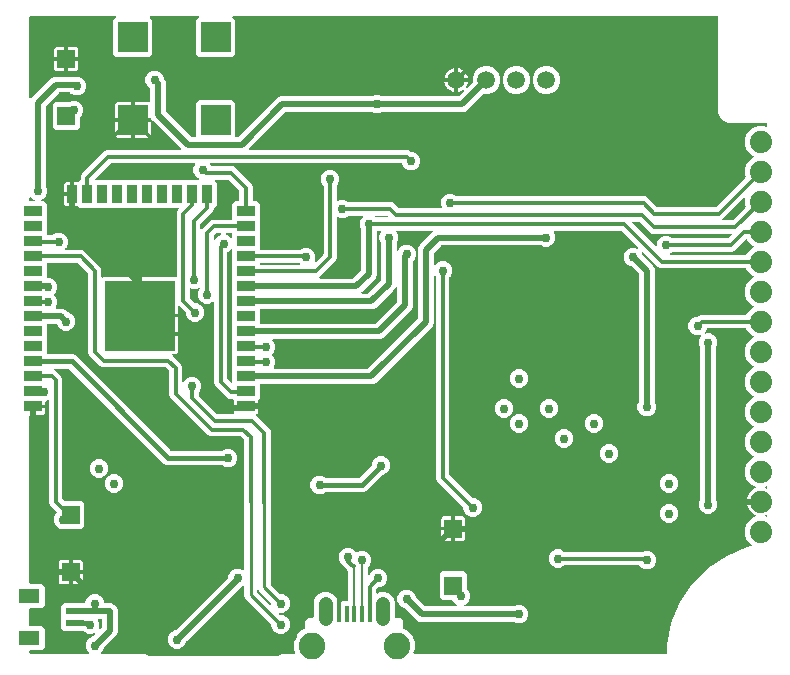
<source format=gbr>
G04 EAGLE Gerber RS-274X export*
G75*
%MOMM*%
%FSLAX34Y34*%
%LPD*%
%INBottom Copper*%
%IPPOS*%
%AMOC8*
5,1,8,0,0,1.08239X$1,22.5*%
G01*
%ADD10C,2.250000*%
%ADD11R,0.400000X1.350000*%
%ADD12C,1.208000*%
%ADD13C,1.508000*%
%ADD14C,1.879600*%
%ADD15R,1.500000X0.900000*%
%ADD16R,0.900000X1.500000*%
%ADD17R,6.000000X6.000000*%
%ADD18R,1.500000X1.600000*%
%ADD19R,2.500000X2.500000*%
%ADD20R,1.550000X0.600000*%
%ADD21R,1.800000X1.200000*%
%ADD22C,0.756400*%
%ADD23C,0.304800*%
%ADD24C,0.406400*%
%ADD25C,0.508000*%
%ADD26C,0.203200*%
%ADD27C,0.254000*%

G36*
X60370Y10767D02*
X60370Y10767D01*
X60442Y10769D01*
X60491Y10787D01*
X60542Y10795D01*
X60606Y10829D01*
X60673Y10854D01*
X60714Y10886D01*
X60760Y10911D01*
X60809Y10963D01*
X60865Y11007D01*
X60893Y11051D01*
X60929Y11089D01*
X60959Y11154D01*
X60998Y11214D01*
X61011Y11265D01*
X61033Y11312D01*
X61041Y11383D01*
X61058Y11453D01*
X61054Y11505D01*
X61060Y11556D01*
X61044Y11627D01*
X61039Y11698D01*
X61019Y11746D01*
X61007Y11797D01*
X60971Y11858D01*
X60943Y11924D01*
X60898Y11980D01*
X60881Y12008D01*
X60864Y12023D01*
X60838Y12055D01*
X59598Y13295D01*
X58403Y16179D01*
X58403Y19301D01*
X59598Y22185D01*
X61805Y24392D01*
X64664Y25576D01*
X64719Y25611D01*
X64780Y25636D01*
X64845Y25688D01*
X64873Y25706D01*
X64885Y25721D01*
X64911Y25741D01*
X66259Y27090D01*
X66316Y27169D01*
X66378Y27244D01*
X66388Y27268D01*
X66403Y27290D01*
X66432Y27383D01*
X66466Y27474D01*
X66468Y27500D01*
X66475Y27525D01*
X66473Y27622D01*
X66477Y27719D01*
X66470Y27744D01*
X66469Y27771D01*
X66435Y27862D01*
X66408Y27956D01*
X66393Y27977D01*
X66384Y28002D01*
X66323Y28078D01*
X66268Y28158D01*
X66247Y28173D01*
X66231Y28194D01*
X66149Y28246D01*
X66071Y28304D01*
X66046Y28312D01*
X66024Y28327D01*
X65929Y28350D01*
X65837Y28381D01*
X65811Y28380D01*
X65785Y28387D01*
X65688Y28379D01*
X65591Y28378D01*
X65559Y28369D01*
X65540Y28368D01*
X65510Y28355D01*
X65430Y28331D01*
X63841Y27673D01*
X60719Y27673D01*
X57835Y28868D01*
X57121Y29582D01*
X57047Y29635D01*
X56977Y29695D01*
X56947Y29707D01*
X56921Y29726D01*
X56834Y29753D01*
X56749Y29787D01*
X56708Y29791D01*
X56686Y29798D01*
X56654Y29797D01*
X56582Y29805D01*
X40146Y29805D01*
X37765Y32186D01*
X37765Y41869D01*
X37765Y41870D01*
X37765Y41871D01*
X37765Y51554D01*
X40146Y53935D01*
X57482Y53935D01*
X57502Y53938D01*
X57521Y53936D01*
X57623Y53958D01*
X57725Y53974D01*
X57742Y53984D01*
X57762Y53988D01*
X57851Y54041D01*
X57942Y54090D01*
X57956Y54104D01*
X57973Y54114D01*
X58040Y54193D01*
X58112Y54268D01*
X58120Y54286D01*
X58133Y54301D01*
X58172Y54397D01*
X58215Y54491D01*
X58217Y54511D01*
X58225Y54529D01*
X58243Y54696D01*
X58243Y54861D01*
X59438Y57745D01*
X61645Y59952D01*
X64529Y61147D01*
X67651Y61147D01*
X70535Y59952D01*
X72742Y57745D01*
X73937Y54861D01*
X73937Y54236D01*
X73940Y54216D01*
X73938Y54197D01*
X73960Y54095D01*
X73976Y53993D01*
X73986Y53976D01*
X73990Y53956D01*
X74043Y53867D01*
X74092Y53776D01*
X74106Y53762D01*
X74116Y53745D01*
X74195Y53678D01*
X74270Y53606D01*
X74288Y53598D01*
X74303Y53585D01*
X74399Y53546D01*
X74493Y53503D01*
X74513Y53501D01*
X74531Y53493D01*
X74698Y53475D01*
X80264Y53475D01*
X82691Y52469D01*
X84549Y50611D01*
X85555Y48184D01*
X85555Y29126D01*
X84549Y26699D01*
X74251Y16401D01*
X74213Y16348D01*
X74167Y16301D01*
X74127Y16228D01*
X74108Y16201D01*
X74102Y16182D01*
X74086Y16154D01*
X72902Y13295D01*
X71662Y12055D01*
X71620Y11997D01*
X71571Y11945D01*
X71549Y11898D01*
X71519Y11856D01*
X71498Y11787D01*
X71467Y11722D01*
X71462Y11670D01*
X71446Y11620D01*
X71448Y11549D01*
X71440Y11478D01*
X71451Y11427D01*
X71453Y11375D01*
X71477Y11307D01*
X71493Y11237D01*
X71519Y11192D01*
X71537Y11144D01*
X71582Y11088D01*
X71619Y11026D01*
X71658Y10992D01*
X71691Y10952D01*
X71751Y10913D01*
X71806Y10866D01*
X71854Y10847D01*
X71898Y10819D01*
X71967Y10801D01*
X72034Y10774D01*
X72105Y10766D01*
X72136Y10758D01*
X72160Y10760D01*
X72200Y10756D01*
X234940Y10756D01*
X234985Y10763D01*
X235031Y10761D01*
X235106Y10783D01*
X235183Y10795D01*
X235223Y10817D01*
X235267Y10830D01*
X235331Y10874D01*
X235400Y10911D01*
X235432Y10944D01*
X235469Y10970D01*
X235516Y11033D01*
X235569Y11089D01*
X235589Y11131D01*
X235616Y11167D01*
X235640Y11241D01*
X235673Y11312D01*
X235678Y11358D01*
X235692Y11401D01*
X235692Y11479D01*
X235700Y11556D01*
X235690Y11601D01*
X235690Y11647D01*
X235652Y11779D01*
X235648Y11797D01*
X235645Y11801D01*
X235643Y11808D01*
X234485Y14604D01*
X234485Y20696D01*
X236817Y26325D01*
X241125Y30633D01*
X243765Y31727D01*
X243865Y31789D01*
X243965Y31848D01*
X243969Y31853D01*
X243974Y31856D01*
X244049Y31947D01*
X244125Y32035D01*
X244127Y32041D01*
X244131Y32046D01*
X244173Y32154D01*
X244217Y32263D01*
X244218Y32271D01*
X244219Y32276D01*
X244220Y32294D01*
X244235Y32430D01*
X244235Y38834D01*
X246616Y41215D01*
X250684Y41215D01*
X250704Y41218D01*
X250723Y41216D01*
X250825Y41238D01*
X250927Y41254D01*
X250944Y41264D01*
X250964Y41268D01*
X251053Y41321D01*
X251144Y41370D01*
X251158Y41384D01*
X251175Y41394D01*
X251242Y41473D01*
X251314Y41548D01*
X251322Y41566D01*
X251335Y41581D01*
X251374Y41677D01*
X251417Y41771D01*
X251419Y41791D01*
X251427Y41809D01*
X251445Y41976D01*
X251445Y54700D01*
X252984Y58414D01*
X255826Y61256D01*
X259540Y62795D01*
X263560Y62795D01*
X267274Y61256D01*
X270116Y58414D01*
X271655Y54700D01*
X271655Y54452D01*
X271658Y54432D01*
X271656Y54413D01*
X271678Y54311D01*
X271694Y54209D01*
X271704Y54192D01*
X271708Y54172D01*
X271761Y54083D01*
X271801Y54009D01*
X271801Y53237D01*
X271812Y53166D01*
X271814Y53094D01*
X271832Y53045D01*
X271840Y52994D01*
X271874Y52931D01*
X271899Y52863D01*
X271931Y52823D01*
X271956Y52777D01*
X272008Y52727D01*
X272052Y52671D01*
X272096Y52643D01*
X272134Y52607D01*
X272199Y52577D01*
X272259Y52538D01*
X272310Y52526D01*
X272357Y52504D01*
X272428Y52496D01*
X272498Y52478D01*
X272550Y52482D01*
X272601Y52477D01*
X272672Y52492D01*
X272743Y52497D01*
X272791Y52518D01*
X272842Y52529D01*
X272903Y52566D01*
X272969Y52594D01*
X273025Y52639D01*
X273053Y52655D01*
X273068Y52673D01*
X273100Y52699D01*
X273576Y53175D01*
X273630Y53249D01*
X273689Y53318D01*
X273701Y53348D01*
X273720Y53374D01*
X273747Y53462D01*
X273781Y53546D01*
X273785Y53587D01*
X273792Y53610D01*
X273791Y53642D01*
X273797Y53694D01*
X273867Y53705D01*
X273958Y53713D01*
X273988Y53725D01*
X274020Y53730D01*
X274100Y53773D01*
X274184Y53809D01*
X274216Y53835D01*
X274237Y53846D01*
X274259Y53869D01*
X274315Y53914D01*
X275616Y55215D01*
X279958Y55215D01*
X279978Y55218D01*
X279997Y55216D01*
X280099Y55238D01*
X280201Y55254D01*
X280218Y55264D01*
X280238Y55268D01*
X280327Y55321D01*
X280418Y55370D01*
X280432Y55384D01*
X280449Y55394D01*
X280516Y55473D01*
X280588Y55548D01*
X280596Y55566D01*
X280609Y55581D01*
X280648Y55677D01*
X280691Y55771D01*
X280693Y55791D01*
X280701Y55809D01*
X280719Y55976D01*
X280719Y80642D01*
X280705Y80732D01*
X280697Y80823D01*
X280685Y80853D01*
X280680Y80885D01*
X280637Y80965D01*
X280601Y81049D01*
X280575Y81081D01*
X280564Y81102D01*
X280541Y81124D01*
X280496Y81180D01*
X279685Y81991D01*
X275982Y85694D01*
X275604Y86607D01*
X275569Y86663D01*
X275544Y86723D01*
X275492Y86788D01*
X275474Y86816D01*
X275459Y86829D01*
X275439Y86854D01*
X274068Y88225D01*
X272873Y91109D01*
X272873Y94231D01*
X274068Y97115D01*
X276275Y99322D01*
X279159Y100517D01*
X282281Y100517D01*
X285165Y99322D01*
X287437Y97050D01*
X287452Y97026D01*
X287467Y97014D01*
X287479Y96997D01*
X287561Y96936D01*
X287641Y96870D01*
X287660Y96862D01*
X287676Y96850D01*
X287774Y96818D01*
X287871Y96781D01*
X287891Y96780D01*
X287910Y96774D01*
X288013Y96775D01*
X288116Y96771D01*
X288136Y96776D01*
X288156Y96777D01*
X288291Y96816D01*
X288296Y96817D01*
X288299Y96818D01*
X288317Y96823D01*
X290739Y97827D01*
X293861Y97827D01*
X296745Y96632D01*
X298952Y94425D01*
X300147Y91541D01*
X300147Y88419D01*
X298952Y85535D01*
X297604Y84187D01*
X297551Y84113D01*
X297491Y84043D01*
X297479Y84013D01*
X297460Y83987D01*
X297433Y83900D01*
X297399Y83815D01*
X297395Y83774D01*
X297388Y83752D01*
X297389Y83720D01*
X297381Y83648D01*
X297381Y78123D01*
X297396Y78027D01*
X297406Y77930D01*
X297416Y77906D01*
X297420Y77880D01*
X297466Y77794D01*
X297506Y77705D01*
X297523Y77686D01*
X297536Y77663D01*
X297606Y77596D01*
X297672Y77524D01*
X297695Y77512D01*
X297714Y77494D01*
X297802Y77452D01*
X297888Y77406D01*
X297913Y77401D01*
X297937Y77390D01*
X298034Y77379D01*
X298130Y77362D01*
X298156Y77366D01*
X298181Y77363D01*
X298277Y77383D01*
X298373Y77398D01*
X298396Y77409D01*
X298422Y77415D01*
X298505Y77465D01*
X298592Y77509D01*
X298611Y77528D01*
X298633Y77541D01*
X298696Y77615D01*
X298764Y77685D01*
X298780Y77713D01*
X298793Y77728D01*
X298805Y77759D01*
X298845Y77832D01*
X299468Y79335D01*
X301675Y81542D01*
X304559Y82737D01*
X307681Y82737D01*
X310565Y81542D01*
X312772Y79335D01*
X313967Y76451D01*
X313967Y73329D01*
X312772Y70445D01*
X310565Y68238D01*
X307681Y67043D01*
X306492Y67043D01*
X306402Y67029D01*
X306311Y67021D01*
X306281Y67009D01*
X306249Y67004D01*
X306169Y66961D01*
X306085Y66925D01*
X306053Y66899D01*
X306032Y66888D01*
X306010Y66865D01*
X305954Y66820D01*
X304612Y65478D01*
X304559Y65404D01*
X304499Y65335D01*
X304487Y65305D01*
X304468Y65278D01*
X304441Y65191D01*
X304407Y65106D01*
X304403Y65066D01*
X304396Y65043D01*
X304397Y65011D01*
X304389Y64940D01*
X304389Y62422D01*
X304396Y62376D01*
X304394Y62330D01*
X304416Y62256D01*
X304428Y62179D01*
X304450Y62138D01*
X304463Y62094D01*
X304507Y62030D01*
X304544Y61961D01*
X304577Y61930D01*
X304603Y61892D01*
X304665Y61846D01*
X304722Y61792D01*
X304764Y61773D01*
X304800Y61745D01*
X304874Y61721D01*
X304945Y61688D01*
X304991Y61683D01*
X305034Y61669D01*
X305112Y61670D01*
X305189Y61661D01*
X305234Y61671D01*
X305280Y61672D01*
X305412Y61710D01*
X305430Y61714D01*
X305434Y61716D01*
X305441Y61718D01*
X308040Y62795D01*
X312060Y62795D01*
X315774Y61256D01*
X318616Y58414D01*
X320155Y54700D01*
X320155Y41976D01*
X320158Y41956D01*
X320156Y41937D01*
X320178Y41835D01*
X320194Y41733D01*
X320204Y41716D01*
X320208Y41696D01*
X320261Y41607D01*
X320310Y41516D01*
X320324Y41502D01*
X320334Y41485D01*
X320413Y41418D01*
X320488Y41346D01*
X320506Y41338D01*
X320521Y41325D01*
X320617Y41286D01*
X320711Y41243D01*
X320731Y41241D01*
X320749Y41233D01*
X320916Y41215D01*
X324984Y41215D01*
X327365Y38834D01*
X327365Y32430D01*
X327384Y32315D01*
X327401Y32199D01*
X327403Y32194D01*
X327404Y32187D01*
X327459Y32085D01*
X327512Y31980D01*
X327517Y31976D01*
X327520Y31970D01*
X327604Y31890D01*
X327688Y31808D01*
X327694Y31804D01*
X327698Y31801D01*
X327715Y31793D01*
X327835Y31727D01*
X330475Y30633D01*
X334783Y26325D01*
X337115Y20696D01*
X337115Y14604D01*
X335957Y11808D01*
X335946Y11764D01*
X335927Y11722D01*
X335918Y11645D01*
X335901Y11569D01*
X335905Y11523D01*
X335900Y11478D01*
X335916Y11401D01*
X335924Y11324D01*
X335942Y11282D01*
X335952Y11237D01*
X335992Y11170D01*
X336024Y11099D01*
X336055Y11065D01*
X336078Y11026D01*
X336137Y10975D01*
X336190Y10918D01*
X336230Y10896D01*
X336265Y10866D01*
X336337Y10837D01*
X336406Y10800D01*
X336451Y10791D01*
X336493Y10774D01*
X336629Y10759D01*
X336648Y10756D01*
X336653Y10757D01*
X336660Y10756D01*
X549833Y10756D01*
X549853Y10759D01*
X549872Y10757D01*
X549974Y10779D01*
X550076Y10795D01*
X550093Y10805D01*
X550113Y10809D01*
X550202Y10862D01*
X550293Y10911D01*
X550307Y10925D01*
X550324Y10935D01*
X550391Y11014D01*
X550463Y11089D01*
X550471Y11107D01*
X550484Y11122D01*
X550523Y11218D01*
X550566Y11312D01*
X550568Y11332D01*
X550576Y11350D01*
X550594Y11517D01*
X550594Y18294D01*
X554279Y36819D01*
X561507Y54269D01*
X572001Y69974D01*
X585356Y83329D01*
X601061Y93823D01*
X618511Y101051D01*
X621809Y101707D01*
X621921Y101749D01*
X622034Y101790D01*
X622037Y101792D01*
X622040Y101793D01*
X622133Y101869D01*
X622226Y101944D01*
X622228Y101947D01*
X622230Y101949D01*
X622294Y102049D01*
X622359Y102151D01*
X622360Y102154D01*
X622362Y102157D01*
X622390Y102272D01*
X622419Y102389D01*
X622419Y102392D01*
X622420Y102396D01*
X622409Y102515D01*
X622400Y102635D01*
X622399Y102637D01*
X622399Y102641D01*
X622350Y102752D01*
X622304Y102861D01*
X622302Y102864D01*
X622301Y102866D01*
X622293Y102874D01*
X622199Y102992D01*
X618557Y106634D01*
X616507Y111582D01*
X616507Y116938D01*
X618557Y121886D01*
X622344Y125673D01*
X625730Y127076D01*
X625816Y127129D01*
X625905Y127177D01*
X625920Y127194D01*
X625939Y127205D01*
X626003Y127283D01*
X626072Y127357D01*
X626081Y127378D01*
X626096Y127395D01*
X626132Y127489D01*
X626174Y127582D01*
X626176Y127604D01*
X626184Y127624D01*
X626188Y127725D01*
X626198Y127826D01*
X626193Y127848D01*
X626194Y127870D01*
X626166Y127967D01*
X626143Y128066D01*
X626132Y128085D01*
X626126Y128106D01*
X626068Y128189D01*
X626015Y128276D01*
X625998Y128290D01*
X625985Y128308D01*
X625904Y128369D01*
X625826Y128434D01*
X625802Y128445D01*
X625788Y128455D01*
X625757Y128465D01*
X625674Y128503D01*
X625387Y128596D01*
X623713Y129449D01*
X622192Y130554D01*
X620864Y131882D01*
X619759Y133403D01*
X618906Y135077D01*
X618325Y136864D01*
X618124Y138137D01*
X629208Y138137D01*
X629228Y138140D01*
X629247Y138138D01*
X629349Y138160D01*
X629451Y138177D01*
X629468Y138186D01*
X629488Y138190D01*
X629577Y138243D01*
X629668Y138292D01*
X629682Y138306D01*
X629699Y138316D01*
X629766Y138395D01*
X629837Y138470D01*
X629846Y138488D01*
X629859Y138503D01*
X629897Y138599D01*
X629941Y138693D01*
X629943Y138713D01*
X629951Y138731D01*
X629969Y138898D01*
X629969Y140422D01*
X629966Y140442D01*
X629968Y140461D01*
X629946Y140563D01*
X629929Y140665D01*
X629920Y140682D01*
X629916Y140702D01*
X629863Y140791D01*
X629814Y140882D01*
X629800Y140896D01*
X629790Y140913D01*
X629711Y140980D01*
X629636Y141051D01*
X629618Y141060D01*
X629603Y141073D01*
X629507Y141112D01*
X629413Y141155D01*
X629393Y141157D01*
X629375Y141165D01*
X629208Y141183D01*
X618124Y141183D01*
X618325Y142456D01*
X618906Y144243D01*
X619759Y145917D01*
X620864Y147438D01*
X622192Y148766D01*
X623713Y149871D01*
X625387Y150724D01*
X625674Y150817D01*
X625764Y150864D01*
X625856Y150905D01*
X625872Y150920D01*
X625892Y150930D01*
X625963Y151003D01*
X626037Y151071D01*
X626048Y151091D01*
X626063Y151107D01*
X626107Y151198D01*
X626156Y151287D01*
X626160Y151309D01*
X626169Y151329D01*
X626182Y151429D01*
X626200Y151529D01*
X626196Y151551D01*
X626199Y151573D01*
X626179Y151672D01*
X626164Y151772D01*
X626154Y151792D01*
X626149Y151814D01*
X626098Y151901D01*
X626052Y151991D01*
X626036Y152007D01*
X626025Y152026D01*
X625949Y152093D01*
X625877Y152164D01*
X625853Y152177D01*
X625840Y152188D01*
X625810Y152200D01*
X625730Y152244D01*
X622344Y153647D01*
X618557Y157434D01*
X616507Y162382D01*
X616507Y167738D01*
X618557Y172686D01*
X622344Y176473D01*
X623753Y177057D01*
X623814Y177095D01*
X623879Y177124D01*
X623918Y177159D01*
X623962Y177186D01*
X624008Y177242D01*
X624060Y177290D01*
X624085Y177336D01*
X624119Y177376D01*
X624144Y177443D01*
X624179Y177506D01*
X624188Y177557D01*
X624207Y177605D01*
X624210Y177677D01*
X624223Y177748D01*
X624215Y177799D01*
X624217Y177851D01*
X624197Y177920D01*
X624187Y177991D01*
X624163Y178037D01*
X624149Y178087D01*
X624108Y178146D01*
X624075Y178210D01*
X624038Y178247D01*
X624008Y178289D01*
X623951Y178332D01*
X623900Y178382D01*
X623837Y178417D01*
X623811Y178436D01*
X623789Y178443D01*
X623753Y178463D01*
X622344Y179047D01*
X618557Y182834D01*
X616507Y187782D01*
X616507Y193138D01*
X618557Y198086D01*
X622344Y201873D01*
X623753Y202457D01*
X623814Y202495D01*
X623879Y202524D01*
X623918Y202559D01*
X623962Y202586D01*
X624008Y202642D01*
X624060Y202690D01*
X624085Y202736D01*
X624119Y202776D01*
X624144Y202843D01*
X624179Y202906D01*
X624188Y202957D01*
X624207Y203005D01*
X624210Y203077D01*
X624223Y203148D01*
X624215Y203199D01*
X624217Y203251D01*
X624197Y203320D01*
X624187Y203391D01*
X624163Y203437D01*
X624149Y203487D01*
X624108Y203546D01*
X624075Y203610D01*
X624038Y203647D01*
X624008Y203689D01*
X623951Y203732D01*
X623900Y203782D01*
X623837Y203817D01*
X623811Y203836D01*
X623789Y203843D01*
X623753Y203863D01*
X622344Y204447D01*
X618557Y208234D01*
X616507Y213182D01*
X616507Y218538D01*
X618557Y223486D01*
X622344Y227273D01*
X623753Y227857D01*
X623814Y227895D01*
X623879Y227924D01*
X623918Y227959D01*
X623962Y227986D01*
X624008Y228042D01*
X624060Y228090D01*
X624085Y228136D01*
X624119Y228176D01*
X624144Y228243D01*
X624179Y228306D01*
X624188Y228357D01*
X624207Y228405D01*
X624210Y228477D01*
X624223Y228548D01*
X624215Y228599D01*
X624217Y228651D01*
X624197Y228720D01*
X624187Y228791D01*
X624163Y228837D01*
X624149Y228887D01*
X624108Y228946D01*
X624075Y229010D01*
X624038Y229047D01*
X624008Y229089D01*
X623951Y229132D01*
X623900Y229182D01*
X623837Y229217D01*
X623811Y229236D01*
X623789Y229243D01*
X623753Y229263D01*
X622344Y229847D01*
X618557Y233634D01*
X616507Y238582D01*
X616507Y243938D01*
X618557Y248886D01*
X622344Y252673D01*
X623753Y253257D01*
X623814Y253295D01*
X623879Y253324D01*
X623918Y253359D01*
X623962Y253386D01*
X624008Y253442D01*
X624060Y253490D01*
X624085Y253536D01*
X624119Y253576D01*
X624144Y253643D01*
X624179Y253706D01*
X624188Y253757D01*
X624207Y253805D01*
X624210Y253877D01*
X624223Y253948D01*
X624215Y253999D01*
X624217Y254051D01*
X624197Y254120D01*
X624187Y254191D01*
X624163Y254237D01*
X624149Y254287D01*
X624108Y254346D01*
X624075Y254410D01*
X624038Y254447D01*
X624008Y254489D01*
X623951Y254532D01*
X623900Y254582D01*
X623837Y254617D01*
X623811Y254636D01*
X623789Y254643D01*
X623753Y254663D01*
X622344Y255247D01*
X618557Y259034D01*
X616507Y263982D01*
X616507Y269338D01*
X618557Y274286D01*
X622344Y278073D01*
X623753Y278657D01*
X623814Y278695D01*
X623879Y278724D01*
X623918Y278759D01*
X623962Y278786D01*
X624008Y278842D01*
X624060Y278890D01*
X624085Y278936D01*
X624119Y278976D01*
X624144Y279043D01*
X624179Y279106D01*
X624188Y279157D01*
X624207Y279205D01*
X624210Y279277D01*
X624223Y279348D01*
X624215Y279399D01*
X624217Y279451D01*
X624197Y279520D01*
X624187Y279591D01*
X624163Y279637D01*
X624149Y279687D01*
X624108Y279746D01*
X624075Y279810D01*
X624038Y279847D01*
X624008Y279889D01*
X623951Y279932D01*
X623900Y279982D01*
X623837Y280017D01*
X623811Y280036D01*
X623789Y280043D01*
X623753Y280063D01*
X622344Y280647D01*
X618557Y284434D01*
X617908Y286001D01*
X617846Y286101D01*
X617786Y286201D01*
X617781Y286205D01*
X617778Y286210D01*
X617688Y286285D01*
X617599Y286361D01*
X617593Y286363D01*
X617589Y286367D01*
X617480Y286409D01*
X617371Y286453D01*
X617363Y286454D01*
X617359Y286455D01*
X617341Y286456D01*
X617204Y286471D01*
X584895Y286471D01*
X584780Y286452D01*
X584664Y286435D01*
X584659Y286433D01*
X584652Y286432D01*
X584550Y286377D01*
X584445Y286324D01*
X584440Y286319D01*
X584435Y286316D01*
X584355Y286232D01*
X584273Y286148D01*
X584269Y286142D01*
X584266Y286138D01*
X584258Y286121D01*
X584192Y286001D01*
X583282Y283805D01*
X582644Y283167D01*
X582587Y283088D01*
X582525Y283013D01*
X582516Y282989D01*
X582501Y282968D01*
X582472Y282874D01*
X582437Y282784D01*
X582436Y282757D01*
X582428Y282732D01*
X582431Y282635D01*
X582427Y282538D01*
X582434Y282513D01*
X582435Y282487D01*
X582468Y282395D01*
X582495Y282302D01*
X582510Y282280D01*
X582519Y282256D01*
X582580Y282179D01*
X582635Y282100D01*
X582656Y282084D01*
X582673Y282064D01*
X582755Y282011D01*
X582833Y281953D01*
X582858Y281945D01*
X582880Y281931D01*
X582974Y281907D01*
X583067Y281877D01*
X583093Y281877D01*
X583118Y281870D01*
X583215Y281878D01*
X583313Y281879D01*
X583344Y281888D01*
X583363Y281890D01*
X583394Y281902D01*
X583474Y281926D01*
X583959Y282127D01*
X587081Y282127D01*
X589965Y280932D01*
X592172Y278725D01*
X593367Y275841D01*
X593367Y272719D01*
X592183Y269861D01*
X592173Y269818D01*
X592158Y269786D01*
X592155Y269766D01*
X592143Y269736D01*
X592134Y269653D01*
X592127Y269621D01*
X592128Y269602D01*
X592125Y269569D01*
X592125Y141831D01*
X592135Y141766D01*
X592136Y141700D01*
X592159Y141620D01*
X592164Y141588D01*
X592174Y141571D01*
X592183Y141539D01*
X593367Y138681D01*
X593367Y135559D01*
X592172Y132675D01*
X589965Y130468D01*
X587081Y129273D01*
X583959Y129273D01*
X581075Y130468D01*
X578868Y132675D01*
X577673Y135559D01*
X577673Y138681D01*
X578857Y141539D01*
X578872Y141603D01*
X578897Y141664D01*
X578906Y141747D01*
X578913Y141779D01*
X578912Y141798D01*
X578915Y141831D01*
X578915Y269569D01*
X578908Y269611D01*
X578909Y269620D01*
X578905Y269643D01*
X578904Y269700D01*
X578881Y269780D01*
X578876Y269812D01*
X578866Y269829D01*
X578857Y269861D01*
X577673Y272719D01*
X577673Y275841D01*
X578868Y278725D01*
X579506Y279363D01*
X579563Y279442D01*
X579625Y279517D01*
X579634Y279541D01*
X579649Y279562D01*
X579678Y279656D01*
X579713Y279746D01*
X579714Y279773D01*
X579722Y279798D01*
X579719Y279895D01*
X579723Y279992D01*
X579716Y280017D01*
X579715Y280043D01*
X579682Y280135D01*
X579655Y280228D01*
X579640Y280250D01*
X579631Y280274D01*
X579570Y280351D01*
X579515Y280430D01*
X579494Y280446D01*
X579477Y280466D01*
X579395Y280519D01*
X579317Y280577D01*
X579292Y280585D01*
X579270Y280599D01*
X579176Y280623D01*
X579083Y280653D01*
X579057Y280653D01*
X579032Y280660D01*
X578935Y280652D01*
X578837Y280651D01*
X578806Y280642D01*
X578787Y280640D01*
X578756Y280628D01*
X578676Y280604D01*
X578191Y280403D01*
X575069Y280403D01*
X572185Y281598D01*
X569978Y283805D01*
X568783Y286689D01*
X568783Y289811D01*
X569978Y292695D01*
X572185Y294902D01*
X575069Y296097D01*
X576258Y296097D01*
X576348Y296111D01*
X576439Y296119D01*
X576469Y296131D01*
X576500Y296136D01*
X576581Y296179D01*
X576665Y296215D01*
X576697Y296241D01*
X576718Y296252D01*
X576740Y296275D01*
X576796Y296320D01*
X577274Y296798D01*
X579328Y297649D01*
X617204Y297649D01*
X617319Y297668D01*
X617435Y297685D01*
X617441Y297687D01*
X617447Y297688D01*
X617550Y297743D01*
X617655Y297796D01*
X617659Y297801D01*
X617664Y297804D01*
X617744Y297888D01*
X617827Y297972D01*
X617830Y297978D01*
X617834Y297982D01*
X617842Y297999D01*
X617908Y298119D01*
X618557Y299686D01*
X622344Y303473D01*
X623753Y304057D01*
X623814Y304095D01*
X623879Y304124D01*
X623918Y304159D01*
X623962Y304186D01*
X624008Y304242D01*
X624060Y304290D01*
X624085Y304336D01*
X624119Y304376D01*
X624144Y304443D01*
X624179Y304506D01*
X624188Y304557D01*
X624207Y304605D01*
X624210Y304677D01*
X624223Y304748D01*
X624215Y304799D01*
X624217Y304851D01*
X624197Y304920D01*
X624187Y304991D01*
X624163Y305037D01*
X624149Y305087D01*
X624108Y305146D01*
X624075Y305210D01*
X624038Y305247D01*
X624008Y305289D01*
X623951Y305332D01*
X623900Y305382D01*
X623837Y305417D01*
X623811Y305436D01*
X623789Y305443D01*
X623753Y305463D01*
X622344Y306047D01*
X618557Y309834D01*
X616507Y314782D01*
X616507Y320138D01*
X618557Y325086D01*
X622344Y328873D01*
X623753Y329457D01*
X623814Y329495D01*
X623879Y329524D01*
X623918Y329559D01*
X623962Y329586D01*
X624008Y329642D01*
X624060Y329690D01*
X624085Y329736D01*
X624119Y329776D01*
X624144Y329843D01*
X624179Y329906D01*
X624188Y329957D01*
X624207Y330005D01*
X624210Y330077D01*
X624223Y330148D01*
X624215Y330199D01*
X624217Y330251D01*
X624197Y330320D01*
X624187Y330391D01*
X624163Y330437D01*
X624149Y330487D01*
X624108Y330546D01*
X624075Y330610D01*
X624038Y330647D01*
X624008Y330689D01*
X623951Y330732D01*
X623900Y330782D01*
X623837Y330817D01*
X623811Y330836D01*
X623789Y330843D01*
X623753Y330863D01*
X622344Y331447D01*
X618557Y335234D01*
X617908Y336801D01*
X617846Y336901D01*
X617786Y337001D01*
X617781Y337005D01*
X617778Y337010D01*
X617688Y337085D01*
X617599Y337161D01*
X617593Y337163D01*
X617589Y337167D01*
X617480Y337209D01*
X617371Y337253D01*
X617363Y337254D01*
X617359Y337255D01*
X617341Y337256D01*
X617204Y337271D01*
X545038Y337271D01*
X542984Y338122D01*
X541305Y339801D01*
X530445Y350661D01*
X530366Y350718D01*
X530291Y350780D01*
X530267Y350789D01*
X530246Y350805D01*
X530152Y350833D01*
X530062Y350868D01*
X530036Y350869D01*
X530010Y350877D01*
X529913Y350874D01*
X529816Y350879D01*
X529791Y350871D01*
X529765Y350871D01*
X529673Y350837D01*
X529580Y350810D01*
X529558Y350795D01*
X529534Y350786D01*
X529457Y350725D01*
X529378Y350670D01*
X529362Y350649D01*
X529342Y350632D01*
X529289Y350550D01*
X529231Y350472D01*
X529223Y350448D01*
X529209Y350426D01*
X529185Y350331D01*
X529155Y350239D01*
X529155Y350212D01*
X529148Y350187D01*
X529156Y350090D01*
X529157Y349993D01*
X529166Y349961D01*
X529168Y349942D01*
X529180Y349912D01*
X529204Y349831D01*
X529856Y348256D01*
X529891Y348200D01*
X529916Y348140D01*
X529968Y348075D01*
X529986Y348047D01*
X530001Y348035D01*
X530021Y348009D01*
X539049Y338981D01*
X540055Y336554D01*
X540055Y224381D01*
X540065Y224316D01*
X540066Y224250D01*
X540089Y224170D01*
X540094Y224138D01*
X540104Y224121D01*
X540113Y224089D01*
X541297Y221231D01*
X541297Y218109D01*
X540102Y215225D01*
X537895Y213018D01*
X535011Y211823D01*
X531889Y211823D01*
X529005Y213018D01*
X526798Y215225D01*
X525603Y218109D01*
X525603Y221231D01*
X526787Y224089D01*
X526802Y224153D01*
X526827Y224214D01*
X526836Y224297D01*
X526843Y224329D01*
X526842Y224348D01*
X526845Y224381D01*
X526845Y332189D01*
X526831Y332279D01*
X526823Y332370D01*
X526811Y332400D01*
X526806Y332432D01*
X526763Y332512D01*
X526727Y332596D01*
X526701Y332628D01*
X526690Y332649D01*
X526667Y332671D01*
X526622Y332727D01*
X520681Y338669D01*
X520628Y338707D01*
X520581Y338753D01*
X520508Y338793D01*
X520481Y338812D01*
X520462Y338818D01*
X520434Y338834D01*
X517575Y340018D01*
X515368Y342225D01*
X514173Y345109D01*
X514173Y348231D01*
X515368Y351115D01*
X517575Y353322D01*
X520459Y354517D01*
X523581Y354517D01*
X525181Y353854D01*
X525276Y353831D01*
X525369Y353803D01*
X525396Y353804D01*
X525421Y353798D01*
X525518Y353807D01*
X525615Y353809D01*
X525640Y353818D01*
X525666Y353821D01*
X525755Y353860D01*
X525846Y353894D01*
X525867Y353910D01*
X525891Y353921D01*
X525962Y353987D01*
X526038Y354047D01*
X526052Y354069D01*
X526072Y354087D01*
X526119Y354172D01*
X526171Y354254D01*
X526178Y354280D01*
X526190Y354303D01*
X526208Y354398D01*
X526231Y354493D01*
X526229Y354519D01*
X526234Y354545D01*
X526220Y354641D01*
X526212Y354738D01*
X526202Y354762D01*
X526198Y354788D01*
X526154Y354875D01*
X526116Y354964D01*
X526096Y354990D01*
X526087Y355007D01*
X526063Y355030D01*
X526011Y355095D01*
X512308Y368798D01*
X512234Y368851D01*
X512165Y368911D01*
X512134Y368923D01*
X512108Y368942D01*
X512021Y368969D01*
X511936Y369003D01*
X511896Y369007D01*
X511873Y369014D01*
X511841Y369013D01*
X511770Y369021D01*
X455453Y369021D01*
X455383Y369010D01*
X455311Y369008D01*
X455262Y368990D01*
X455211Y368982D01*
X455148Y368948D01*
X455080Y368923D01*
X455039Y368891D01*
X454993Y368866D01*
X454944Y368815D01*
X454888Y368770D01*
X454860Y368726D01*
X454824Y368688D01*
X454794Y368623D01*
X454755Y368563D01*
X454742Y368512D01*
X454720Y368465D01*
X454712Y368394D01*
X454695Y368324D01*
X454699Y368272D01*
X454693Y368221D01*
X454709Y368150D01*
X454714Y368079D01*
X454734Y368031D01*
X454746Y367980D01*
X454782Y367919D01*
X454810Y367853D01*
X454855Y367797D01*
X454872Y367769D01*
X454889Y367754D01*
X454915Y367722D01*
X455012Y367625D01*
X456207Y364741D01*
X456207Y361619D01*
X455012Y358735D01*
X452805Y356528D01*
X449921Y355333D01*
X446799Y355333D01*
X443941Y356517D01*
X443877Y356532D01*
X443816Y356557D01*
X443733Y356566D01*
X443701Y356573D01*
X443682Y356572D01*
X443649Y356575D01*
X359971Y356575D01*
X359881Y356561D01*
X359790Y356553D01*
X359760Y356541D01*
X359728Y356536D01*
X359648Y356493D01*
X359564Y356457D01*
X359532Y356431D01*
X359511Y356420D01*
X359489Y356397D01*
X359433Y356352D01*
X353588Y350507D01*
X353535Y350433D01*
X353475Y350364D01*
X353463Y350334D01*
X353444Y350307D01*
X353417Y350220D01*
X353383Y350136D01*
X353379Y350095D01*
X353372Y350072D01*
X353373Y350040D01*
X353365Y349969D01*
X353365Y340809D01*
X353376Y340739D01*
X353378Y340667D01*
X353396Y340618D01*
X353404Y340567D01*
X353438Y340503D01*
X353463Y340436D01*
X353495Y340395D01*
X353520Y340349D01*
X353572Y340300D01*
X353616Y340244D01*
X353660Y340216D01*
X353698Y340180D01*
X353763Y340150D01*
X353823Y340111D01*
X353874Y340098D01*
X353921Y340076D01*
X353992Y340068D01*
X354062Y340051D01*
X354114Y340055D01*
X354165Y340049D01*
X354236Y340065D01*
X354307Y340070D01*
X354355Y340090D01*
X354406Y340102D01*
X354467Y340138D01*
X354533Y340166D01*
X354589Y340211D01*
X354617Y340228D01*
X354632Y340245D01*
X354664Y340271D01*
X356285Y341892D01*
X359169Y343087D01*
X362291Y343087D01*
X365175Y341892D01*
X367382Y339685D01*
X368577Y336801D01*
X368577Y333679D01*
X367382Y330795D01*
X366542Y329955D01*
X366489Y329881D01*
X366429Y329811D01*
X366417Y329781D01*
X366398Y329755D01*
X366371Y329668D01*
X366337Y329583D01*
X366333Y329542D01*
X366326Y329520D01*
X366327Y329488D01*
X366319Y329416D01*
X366319Y162610D01*
X366333Y162520D01*
X366341Y162429D01*
X366353Y162399D01*
X366358Y162368D01*
X366401Y162287D01*
X366437Y162203D01*
X366463Y162171D01*
X366474Y162150D01*
X366497Y162128D01*
X366542Y162072D01*
X385964Y142650D01*
X386038Y142597D01*
X386107Y142537D01*
X386138Y142525D01*
X386164Y142506D01*
X386251Y142479D01*
X386336Y142445D01*
X386376Y142441D01*
X386399Y142434D01*
X386431Y142435D01*
X386502Y142427D01*
X387691Y142427D01*
X390575Y141232D01*
X392782Y139025D01*
X393977Y136141D01*
X393977Y133019D01*
X392782Y130135D01*
X390575Y127928D01*
X387691Y126733D01*
X384569Y126733D01*
X381685Y127928D01*
X379478Y130135D01*
X378283Y133019D01*
X378283Y134208D01*
X378269Y134298D01*
X378261Y134389D01*
X378249Y134419D01*
X378244Y134450D01*
X378201Y134531D01*
X378165Y134615D01*
X378139Y134647D01*
X378128Y134668D01*
X378105Y134690D01*
X378060Y134746D01*
X355992Y156814D01*
X355141Y158868D01*
X355141Y329416D01*
X355127Y329506D01*
X355119Y329597D01*
X355107Y329627D01*
X355102Y329659D01*
X355059Y329740D01*
X355023Y329824D01*
X354997Y329856D01*
X354986Y329877D01*
X354963Y329899D01*
X354918Y329955D01*
X354664Y330209D01*
X354606Y330251D01*
X354554Y330300D01*
X354507Y330322D01*
X354465Y330352D01*
X354396Y330373D01*
X354331Y330404D01*
X354279Y330409D01*
X354229Y330425D01*
X354158Y330423D01*
X354087Y330431D01*
X354036Y330420D01*
X353984Y330418D01*
X353916Y330394D01*
X353846Y330378D01*
X353801Y330352D01*
X353753Y330334D01*
X353697Y330289D01*
X353635Y330252D01*
X353601Y330213D01*
X353561Y330180D01*
X353522Y330120D01*
X353475Y330065D01*
X353456Y330017D01*
X353428Y329973D01*
X353410Y329904D01*
X353383Y329837D01*
X353375Y329766D01*
X353367Y329735D01*
X353369Y329711D01*
X353365Y329671D01*
X353365Y290746D01*
X352359Y288319D01*
X303981Y239941D01*
X301554Y238935D01*
X206516Y238935D01*
X206496Y238932D01*
X206477Y238934D01*
X206375Y238912D01*
X206273Y238896D01*
X206256Y238886D01*
X206236Y238882D01*
X206147Y238829D01*
X206056Y238780D01*
X206042Y238766D01*
X206025Y238756D01*
X205958Y238677D01*
X205886Y238602D01*
X205878Y238584D01*
X205865Y238569D01*
X205826Y238473D01*
X205783Y238379D01*
X205781Y238359D01*
X205773Y238341D01*
X205755Y238174D01*
X205755Y226656D01*
X204454Y225355D01*
X204401Y225281D01*
X204341Y225212D01*
X204329Y225182D01*
X204310Y225156D01*
X204283Y225069D01*
X204249Y224984D01*
X204245Y224943D01*
X204238Y224920D01*
X204239Y224888D01*
X204231Y224817D01*
X204231Y221663D01*
X194952Y221663D01*
X194932Y221660D01*
X194913Y221662D01*
X194811Y221640D01*
X194709Y221623D01*
X194692Y221614D01*
X194672Y221610D01*
X194583Y221557D01*
X194492Y221508D01*
X194478Y221494D01*
X194461Y221484D01*
X194394Y221405D01*
X194323Y221330D01*
X194314Y221312D01*
X194301Y221297D01*
X194262Y221201D01*
X194219Y221107D01*
X194217Y221087D01*
X194209Y221069D01*
X194191Y220902D01*
X194191Y219378D01*
X194194Y219358D01*
X194192Y219339D01*
X194214Y219237D01*
X194231Y219135D01*
X194240Y219118D01*
X194244Y219098D01*
X194297Y219009D01*
X194346Y218918D01*
X194360Y218904D01*
X194370Y218887D01*
X194449Y218820D01*
X194524Y218749D01*
X194542Y218740D01*
X194557Y218727D01*
X194653Y218688D01*
X194747Y218645D01*
X194767Y218643D01*
X194785Y218635D01*
X194952Y218617D01*
X204231Y218617D01*
X204231Y215306D01*
X204058Y214659D01*
X203723Y214080D01*
X203184Y213541D01*
X203117Y213487D01*
X203115Y213484D01*
X203112Y213481D01*
X203049Y213381D01*
X202984Y213280D01*
X202983Y213277D01*
X202981Y213273D01*
X202953Y213157D01*
X202924Y213042D01*
X202924Y213038D01*
X202923Y213034D01*
X202934Y212914D01*
X202943Y212797D01*
X202945Y212793D01*
X202945Y212789D01*
X202993Y212679D01*
X203039Y212570D01*
X203042Y212567D01*
X203044Y212564D01*
X203053Y212554D01*
X203144Y212439D01*
X204285Y211299D01*
X214338Y201246D01*
X215189Y199192D01*
X215189Y137278D01*
X214993Y136805D01*
X214978Y136741D01*
X214953Y136680D01*
X214944Y136598D01*
X214937Y136566D01*
X214938Y136546D01*
X214935Y136514D01*
X214935Y69795D01*
X214949Y69705D01*
X214957Y69614D01*
X214969Y69584D01*
X214974Y69552D01*
X215017Y69472D01*
X215053Y69388D01*
X215079Y69356D01*
X215090Y69335D01*
X215113Y69313D01*
X215158Y69257D01*
X223045Y61370D01*
X223119Y61317D01*
X223188Y61257D01*
X223218Y61245D01*
X223245Y61226D01*
X223331Y61199D01*
X223416Y61165D01*
X223457Y61161D01*
X223480Y61154D01*
X223512Y61155D01*
X223583Y61147D01*
X225131Y61147D01*
X228015Y59952D01*
X230222Y57745D01*
X231417Y54861D01*
X231417Y51739D01*
X230222Y48855D01*
X228015Y46648D01*
X225131Y45453D01*
X223019Y45453D01*
X222948Y45442D01*
X222877Y45440D01*
X222828Y45422D01*
X222776Y45414D01*
X222713Y45380D01*
X222646Y45355D01*
X222605Y45323D01*
X222559Y45298D01*
X222509Y45246D01*
X222454Y45202D01*
X222425Y45158D01*
X222389Y45120D01*
X222359Y45055D01*
X222321Y44995D01*
X222308Y44944D01*
X222286Y44897D01*
X222278Y44826D01*
X222260Y44756D01*
X222265Y44704D01*
X222259Y44653D01*
X222274Y44582D01*
X222280Y44511D01*
X222300Y44463D01*
X222311Y44412D01*
X222348Y44351D01*
X222376Y44285D01*
X222421Y44229D01*
X222437Y44201D01*
X222455Y44186D01*
X222481Y44154D01*
X223045Y43590D01*
X223119Y43536D01*
X223188Y43477D01*
X223218Y43465D01*
X223245Y43446D01*
X223332Y43419D01*
X223416Y43385D01*
X223457Y43381D01*
X223480Y43374D01*
X223512Y43375D01*
X223583Y43367D01*
X225131Y43367D01*
X228015Y42172D01*
X230222Y39965D01*
X231417Y37081D01*
X231417Y33959D01*
X230222Y31075D01*
X228015Y28868D01*
X225131Y27673D01*
X222009Y27673D01*
X219125Y28868D01*
X216918Y31075D01*
X215723Y33959D01*
X215723Y35507D01*
X215709Y35597D01*
X215701Y35688D01*
X215689Y35718D01*
X215684Y35750D01*
X215641Y35830D01*
X215605Y35914D01*
X215579Y35946D01*
X215568Y35967D01*
X215545Y35989D01*
X215500Y36045D01*
X193647Y57898D01*
X192835Y59859D01*
X192835Y67637D01*
X192824Y67707D01*
X192822Y67779D01*
X192804Y67828D01*
X192796Y67879D01*
X192762Y67943D01*
X192737Y68010D01*
X192705Y68051D01*
X192680Y68097D01*
X192628Y68146D01*
X192583Y68202D01*
X192540Y68230D01*
X192502Y68266D01*
X192437Y68296D01*
X192377Y68335D01*
X192326Y68348D01*
X192279Y68370D01*
X192208Y68378D01*
X192138Y68395D01*
X192086Y68391D01*
X192035Y68397D01*
X191964Y68381D01*
X191893Y68376D01*
X191845Y68356D01*
X191794Y68344D01*
X191733Y68308D01*
X191666Y68279D01*
X191631Y68251D01*
X190202Y67659D01*
X190146Y67625D01*
X190086Y67599D01*
X190021Y67547D01*
X189993Y67530D01*
X189980Y67514D01*
X189955Y67494D01*
X143941Y21481D01*
X143903Y21428D01*
X143857Y21381D01*
X143817Y21308D01*
X143798Y21281D01*
X143792Y21262D01*
X143776Y21234D01*
X142592Y18375D01*
X140385Y16168D01*
X137501Y14973D01*
X134379Y14973D01*
X131495Y16168D01*
X129288Y18375D01*
X128093Y21259D01*
X128093Y24381D01*
X129288Y27265D01*
X131495Y29472D01*
X134354Y30656D01*
X134410Y30691D01*
X134470Y30716D01*
X134534Y30768D01*
X134563Y30786D01*
X134575Y30801D01*
X134601Y30821D01*
X179084Y75305D01*
X179137Y75379D01*
X179197Y75448D01*
X179209Y75478D01*
X179228Y75505D01*
X179255Y75592D01*
X179289Y75676D01*
X179293Y75717D01*
X179300Y75740D01*
X179299Y75772D01*
X179307Y75843D01*
X179307Y76451D01*
X180502Y79335D01*
X182709Y81542D01*
X185593Y82737D01*
X188715Y82737D01*
X191630Y81529D01*
X191646Y81514D01*
X191693Y81492D01*
X191735Y81462D01*
X191804Y81441D01*
X191869Y81410D01*
X191921Y81405D01*
X191970Y81389D01*
X192042Y81391D01*
X192113Y81383D01*
X192164Y81394D01*
X192216Y81396D01*
X192284Y81420D01*
X192354Y81436D01*
X192398Y81462D01*
X192447Y81480D01*
X192503Y81525D01*
X192565Y81562D01*
X192599Y81601D01*
X192639Y81634D01*
X192678Y81694D01*
X192725Y81749D01*
X192744Y81797D01*
X192772Y81840D01*
X192790Y81910D01*
X192817Y81977D01*
X192825Y82048D01*
X192833Y82079D01*
X192831Y82102D01*
X192835Y82143D01*
X192835Y137784D01*
X192825Y137848D01*
X192824Y137914D01*
X192801Y137994D01*
X192796Y138026D01*
X192786Y138044D01*
X192777Y138075D01*
X192581Y138548D01*
X192581Y191640D01*
X192567Y191730D01*
X192559Y191821D01*
X192547Y191851D01*
X192542Y191882D01*
X192499Y191963D01*
X192463Y192047D01*
X192437Y192079D01*
X192426Y192100D01*
X192403Y192122D01*
X192358Y192178D01*
X189728Y194808D01*
X189654Y194861D01*
X189585Y194921D01*
X189554Y194933D01*
X189528Y194952D01*
X189441Y194979D01*
X189356Y195013D01*
X189316Y195017D01*
X189293Y195024D01*
X189261Y195023D01*
X189190Y195031D01*
X164038Y195031D01*
X161984Y195882D01*
X129932Y227934D01*
X129081Y229988D01*
X129081Y250060D01*
X129067Y250150D01*
X129059Y250241D01*
X129047Y250271D01*
X129042Y250302D01*
X128999Y250383D01*
X128963Y250467D01*
X128937Y250499D01*
X128926Y250520D01*
X128903Y250542D01*
X128858Y250598D01*
X126228Y253228D01*
X126154Y253281D01*
X126085Y253341D01*
X126054Y253353D01*
X126028Y253372D01*
X125941Y253399D01*
X125856Y253433D01*
X125816Y253437D01*
X125793Y253444D01*
X125761Y253443D01*
X125690Y253451D01*
X72598Y253451D01*
X70544Y254302D01*
X61352Y263494D01*
X60501Y265548D01*
X60501Y332610D01*
X60487Y332700D01*
X60479Y332791D01*
X60467Y332821D01*
X60462Y332852D01*
X60419Y332933D01*
X60383Y333017D01*
X60357Y333049D01*
X60346Y333070D01*
X60323Y333092D01*
X60278Y333148D01*
X52098Y341328D01*
X52024Y341381D01*
X51955Y341441D01*
X51924Y341453D01*
X51898Y341472D01*
X51811Y341499D01*
X51726Y341533D01*
X51686Y341537D01*
X51663Y341544D01*
X51631Y341543D01*
X51560Y341551D01*
X26516Y341551D01*
X26496Y341548D01*
X26477Y341550D01*
X26375Y341528D01*
X26273Y341512D01*
X26256Y341502D01*
X26236Y341498D01*
X26147Y341445D01*
X26056Y341396D01*
X26042Y341382D01*
X26025Y341372D01*
X25958Y341293D01*
X25886Y341218D01*
X25878Y341200D01*
X25865Y341185D01*
X25826Y341089D01*
X25783Y340995D01*
X25781Y340975D01*
X25773Y340957D01*
X25755Y340790D01*
X25755Y329878D01*
X25758Y329858D01*
X25756Y329839D01*
X25778Y329737D01*
X25794Y329635D01*
X25804Y329618D01*
X25808Y329598D01*
X25861Y329509D01*
X25910Y329418D01*
X25924Y329404D01*
X25934Y329387D01*
X26013Y329320D01*
X26088Y329248D01*
X26106Y329240D01*
X26121Y329227D01*
X26217Y329188D01*
X26311Y329145D01*
X26331Y329143D01*
X26349Y329135D01*
X26516Y329117D01*
X28281Y329117D01*
X31165Y327922D01*
X33372Y325715D01*
X34567Y322831D01*
X34567Y319709D01*
X33372Y316825D01*
X32005Y315458D01*
X31994Y315442D01*
X31978Y315430D01*
X31922Y315342D01*
X31862Y315259D01*
X31856Y315240D01*
X31845Y315223D01*
X31820Y315122D01*
X31789Y315023D01*
X31790Y315004D01*
X31785Y314984D01*
X31793Y314881D01*
X31796Y314778D01*
X31803Y314759D01*
X31804Y314739D01*
X31844Y314644D01*
X31880Y314547D01*
X31893Y314531D01*
X31900Y314513D01*
X32005Y314382D01*
X33372Y313015D01*
X34567Y310131D01*
X34567Y307009D01*
X33319Y303997D01*
X33309Y303953D01*
X33289Y303911D01*
X33281Y303834D01*
X33263Y303758D01*
X33267Y303712D01*
X33262Y303667D01*
X33279Y303590D01*
X33286Y303513D01*
X33305Y303471D01*
X33314Y303426D01*
X33354Y303359D01*
X33386Y303288D01*
X33417Y303254D01*
X33441Y303215D01*
X33500Y303164D01*
X33552Y303107D01*
X33593Y303085D01*
X33628Y303055D01*
X33700Y303026D01*
X33768Y302989D01*
X33813Y302980D01*
X33856Y302963D01*
X33992Y302948D01*
X34010Y302945D01*
X34015Y302946D01*
X34022Y302945D01*
X38994Y302945D01*
X41421Y301939D01*
X43299Y300061D01*
X43352Y300023D01*
X43399Y299977D01*
X43472Y299937D01*
X43499Y299918D01*
X43518Y299912D01*
X43546Y299896D01*
X46405Y298712D01*
X48612Y296505D01*
X49807Y293621D01*
X49807Y290499D01*
X48612Y287615D01*
X46405Y285408D01*
X43521Y284213D01*
X40399Y284213D01*
X37515Y285408D01*
X35308Y287615D01*
X34624Y289265D01*
X34563Y289365D01*
X34503Y289465D01*
X34498Y289469D01*
X34495Y289474D01*
X34405Y289549D01*
X34316Y289625D01*
X34310Y289627D01*
X34305Y289631D01*
X34197Y289673D01*
X34088Y289717D01*
X34080Y289718D01*
X34076Y289719D01*
X34057Y289720D01*
X33921Y289735D01*
X26516Y289735D01*
X26496Y289732D01*
X26477Y289734D01*
X26375Y289712D01*
X26273Y289696D01*
X26256Y289686D01*
X26236Y289682D01*
X26147Y289629D01*
X26056Y289580D01*
X26042Y289566D01*
X26025Y289556D01*
X25958Y289477D01*
X25886Y289402D01*
X25878Y289384D01*
X25865Y289369D01*
X25826Y289273D01*
X25783Y289179D01*
X25781Y289159D01*
X25773Y289141D01*
X25755Y288974D01*
X25755Y265098D01*
X25758Y265078D01*
X25756Y265059D01*
X25778Y264957D01*
X25794Y264855D01*
X25804Y264838D01*
X25808Y264818D01*
X25861Y264729D01*
X25910Y264638D01*
X25924Y264624D01*
X25934Y264607D01*
X26013Y264540D01*
X26088Y264468D01*
X26106Y264460D01*
X26121Y264447D01*
X26217Y264408D01*
X26311Y264365D01*
X26331Y264363D01*
X26349Y264355D01*
X26516Y264337D01*
X47783Y264337D01*
X50024Y263409D01*
X130622Y182810D01*
X130696Y182757D01*
X130766Y182697D01*
X130796Y182685D01*
X130822Y182666D01*
X130909Y182639D01*
X130994Y182605D01*
X131035Y182601D01*
X131057Y182594D01*
X131089Y182595D01*
X131161Y182587D01*
X173804Y182587D01*
X173895Y182601D01*
X173985Y182609D01*
X174015Y182621D01*
X174047Y182626D01*
X174128Y182669D01*
X174212Y182705D01*
X174244Y182731D01*
X174265Y182742D01*
X174287Y182765D01*
X174343Y182810D01*
X174675Y183142D01*
X177559Y184337D01*
X180681Y184337D01*
X183565Y183142D01*
X185772Y180935D01*
X186967Y178051D01*
X186967Y174929D01*
X185772Y172045D01*
X183565Y169838D01*
X180681Y168643D01*
X177559Y168643D01*
X174675Y169838D01*
X174343Y170170D01*
X174269Y170223D01*
X174199Y170283D01*
X174169Y170295D01*
X174143Y170314D01*
X174056Y170341D01*
X173971Y170375D01*
X173930Y170379D01*
X173908Y170386D01*
X173876Y170385D01*
X173804Y170393D01*
X127107Y170393D01*
X124866Y171321D01*
X44268Y251920D01*
X44194Y251973D01*
X44124Y252033D01*
X44094Y252045D01*
X44068Y252064D01*
X43981Y252091D01*
X43896Y252125D01*
X43855Y252129D01*
X43833Y252136D01*
X43801Y252135D01*
X43729Y252143D01*
X32549Y252143D01*
X32453Y252128D01*
X32356Y252118D01*
X32332Y252108D01*
X32307Y252104D01*
X32221Y252058D01*
X32132Y252018D01*
X32112Y252001D01*
X32089Y251988D01*
X32022Y251918D01*
X31951Y251852D01*
X31938Y251829D01*
X31920Y251810D01*
X31879Y251722D01*
X31832Y251636D01*
X31827Y251611D01*
X31816Y251587D01*
X31806Y251490D01*
X31788Y251394D01*
X31792Y251368D01*
X31789Y251343D01*
X31810Y251247D01*
X31824Y251151D01*
X31836Y251128D01*
X31841Y251102D01*
X31891Y251018D01*
X31936Y250932D01*
X31954Y250914D01*
X31968Y250891D01*
X32042Y250828D01*
X32111Y250760D01*
X32140Y250744D01*
X32155Y250731D01*
X32185Y250719D01*
X32258Y250679D01*
X33226Y250278D01*
X37808Y245696D01*
X38659Y243642D01*
X38659Y142290D01*
X38673Y142200D01*
X38681Y142109D01*
X38693Y142079D01*
X38698Y142048D01*
X38741Y141967D01*
X38777Y141883D01*
X38803Y141851D01*
X38814Y141830D01*
X38837Y141808D01*
X38882Y141752D01*
X40116Y140518D01*
X40190Y140465D01*
X40259Y140405D01*
X40290Y140393D01*
X40316Y140374D01*
X40403Y140347D01*
X40488Y140313D01*
X40528Y140309D01*
X40551Y140302D01*
X40583Y140303D01*
X40654Y140295D01*
X54954Y140295D01*
X57335Y137914D01*
X57335Y118546D01*
X54954Y116165D01*
X36586Y116165D01*
X35097Y117655D01*
X35066Y117677D01*
X32768Y119975D01*
X31573Y122859D01*
X31573Y125981D01*
X32768Y128865D01*
X33826Y129923D01*
X33838Y129940D01*
X33854Y129952D01*
X33910Y130039D01*
X33970Y130123D01*
X33976Y130142D01*
X33987Y130159D01*
X34012Y130259D01*
X34042Y130358D01*
X34042Y130378D01*
X34047Y130397D01*
X34039Y130500D01*
X34036Y130604D01*
X34029Y130623D01*
X34028Y130643D01*
X33987Y130738D01*
X33952Y130835D01*
X33939Y130851D01*
X33931Y130869D01*
X33826Y131000D01*
X30011Y134815D01*
X28332Y136494D01*
X27481Y138548D01*
X27481Y224631D01*
X27474Y224676D01*
X27476Y224722D01*
X27454Y224797D01*
X27442Y224874D01*
X27420Y224914D01*
X27407Y224958D01*
X27363Y225022D01*
X27326Y225091D01*
X27293Y225123D01*
X27267Y225160D01*
X27204Y225207D01*
X27148Y225260D01*
X27106Y225280D01*
X27070Y225307D01*
X26996Y225331D01*
X26925Y225364D01*
X26879Y225369D01*
X26836Y225383D01*
X26758Y225383D01*
X26681Y225391D01*
X26636Y225381D01*
X26590Y225381D01*
X26458Y225343D01*
X26440Y225339D01*
X26436Y225336D01*
X26429Y225334D01*
X24701Y224619D01*
X24601Y224557D01*
X24501Y224497D01*
X24497Y224492D01*
X24492Y224489D01*
X24417Y224399D01*
X24341Y224310D01*
X24339Y224304D01*
X24335Y224299D01*
X24293Y224191D01*
X24274Y224142D01*
X24259Y224111D01*
X24258Y224104D01*
X24249Y224082D01*
X24248Y224074D01*
X24247Y224070D01*
X24246Y224052D01*
X24231Y223915D01*
X24231Y221663D01*
X14952Y221663D01*
X14932Y221660D01*
X14913Y221662D01*
X14811Y221640D01*
X14709Y221623D01*
X14692Y221614D01*
X14672Y221610D01*
X14583Y221557D01*
X14492Y221508D01*
X14478Y221494D01*
X14461Y221484D01*
X14394Y221405D01*
X14323Y221330D01*
X14314Y221312D01*
X14301Y221297D01*
X14262Y221201D01*
X14219Y221107D01*
X14217Y221087D01*
X14209Y221069D01*
X14191Y220902D01*
X14191Y220139D01*
X13428Y220139D01*
X13408Y220136D01*
X13389Y220138D01*
X13287Y220116D01*
X13185Y220099D01*
X13168Y220090D01*
X13148Y220086D01*
X13059Y220033D01*
X12968Y219984D01*
X12954Y219970D01*
X12937Y219960D01*
X12870Y219881D01*
X12799Y219806D01*
X12790Y219788D01*
X12777Y219773D01*
X12738Y219677D01*
X12695Y219583D01*
X12693Y219563D01*
X12685Y219545D01*
X12667Y219378D01*
X12667Y213099D01*
X11607Y213099D01*
X11587Y213096D01*
X11568Y213098D01*
X11466Y213076D01*
X11364Y213060D01*
X11347Y213050D01*
X11327Y213046D01*
X11238Y212993D01*
X11147Y212944D01*
X11133Y212930D01*
X11116Y212920D01*
X11049Y212841D01*
X10977Y212766D01*
X10969Y212748D01*
X10956Y212733D01*
X10917Y212637D01*
X10874Y212543D01*
X10872Y212523D01*
X10864Y212505D01*
X10846Y212338D01*
X10846Y70696D01*
X10849Y70676D01*
X10847Y70657D01*
X10869Y70555D01*
X10885Y70453D01*
X10895Y70436D01*
X10899Y70416D01*
X10952Y70327D01*
X11001Y70236D01*
X11015Y70222D01*
X11025Y70205D01*
X11104Y70138D01*
X11179Y70066D01*
X11197Y70058D01*
X11212Y70045D01*
X11308Y70006D01*
X11402Y69963D01*
X11422Y69961D01*
X11440Y69953D01*
X11607Y69935D01*
X21514Y69935D01*
X23895Y67554D01*
X23895Y52186D01*
X21514Y49805D01*
X11607Y49805D01*
X11587Y49802D01*
X11568Y49804D01*
X11466Y49782D01*
X11364Y49766D01*
X11347Y49756D01*
X11327Y49752D01*
X11238Y49699D01*
X11147Y49650D01*
X11133Y49636D01*
X11116Y49626D01*
X11049Y49547D01*
X10977Y49472D01*
X10969Y49454D01*
X10956Y49439D01*
X10917Y49343D01*
X10874Y49249D01*
X10872Y49229D01*
X10864Y49211D01*
X10846Y49044D01*
X10846Y34696D01*
X10849Y34676D01*
X10847Y34657D01*
X10869Y34555D01*
X10885Y34453D01*
X10895Y34436D01*
X10899Y34416D01*
X10952Y34327D01*
X11001Y34236D01*
X11015Y34222D01*
X11025Y34205D01*
X11104Y34138D01*
X11179Y34066D01*
X11197Y34058D01*
X11212Y34045D01*
X11308Y34006D01*
X11402Y33963D01*
X11422Y33961D01*
X11440Y33953D01*
X11607Y33935D01*
X21514Y33935D01*
X23895Y31554D01*
X23895Y16186D01*
X21514Y13805D01*
X11607Y13805D01*
X11587Y13802D01*
X11568Y13804D01*
X11466Y13782D01*
X11364Y13766D01*
X11347Y13756D01*
X11327Y13752D01*
X11238Y13699D01*
X11147Y13650D01*
X11133Y13636D01*
X11116Y13626D01*
X11049Y13547D01*
X10977Y13472D01*
X10969Y13454D01*
X10956Y13439D01*
X10917Y13343D01*
X10874Y13249D01*
X10872Y13229D01*
X10864Y13211D01*
X10846Y13044D01*
X10846Y11517D01*
X10849Y11497D01*
X10847Y11478D01*
X10869Y11376D01*
X10885Y11274D01*
X10895Y11257D01*
X10899Y11237D01*
X10952Y11148D01*
X11001Y11057D01*
X11015Y11043D01*
X11025Y11026D01*
X11104Y10959D01*
X11179Y10887D01*
X11197Y10879D01*
X11212Y10866D01*
X11308Y10827D01*
X11402Y10784D01*
X11422Y10782D01*
X11440Y10774D01*
X11607Y10756D01*
X60300Y10756D01*
X60370Y10767D01*
G37*
G36*
X183670Y213848D02*
X183670Y213848D01*
X183788Y213866D01*
X183792Y213868D01*
X183796Y213868D01*
X183900Y213924D01*
X184006Y213979D01*
X184009Y213982D01*
X184013Y213984D01*
X184094Y214069D01*
X184178Y214155D01*
X184180Y214159D01*
X184182Y214162D01*
X184233Y214270D01*
X184284Y214377D01*
X184284Y214381D01*
X184286Y214385D01*
X184299Y214500D01*
X184314Y214621D01*
X184313Y214626D01*
X184313Y214629D01*
X184310Y214643D01*
X184288Y214787D01*
X184149Y215306D01*
X184149Y218617D01*
X193428Y218617D01*
X193448Y218620D01*
X193467Y218618D01*
X193569Y218640D01*
X193671Y218657D01*
X193688Y218666D01*
X193708Y218670D01*
X193797Y218723D01*
X193888Y218772D01*
X193902Y218786D01*
X193919Y218796D01*
X193986Y218875D01*
X194057Y218950D01*
X194066Y218968D01*
X194079Y218983D01*
X194118Y219079D01*
X194161Y219173D01*
X194163Y219193D01*
X194171Y219211D01*
X194189Y219378D01*
X194189Y220902D01*
X194186Y220922D01*
X194188Y220941D01*
X194166Y221043D01*
X194149Y221145D01*
X194140Y221162D01*
X194136Y221182D01*
X194083Y221271D01*
X194034Y221362D01*
X194020Y221376D01*
X194010Y221393D01*
X193931Y221460D01*
X193856Y221531D01*
X193838Y221540D01*
X193823Y221553D01*
X193727Y221592D01*
X193633Y221635D01*
X193613Y221637D01*
X193595Y221645D01*
X193428Y221663D01*
X184149Y221663D01*
X184149Y224817D01*
X184135Y224907D01*
X184127Y224998D01*
X184115Y225028D01*
X184110Y225060D01*
X184067Y225140D01*
X184031Y225224D01*
X184005Y225256D01*
X183994Y225277D01*
X183971Y225299D01*
X183926Y225355D01*
X182723Y226558D01*
X182649Y226611D01*
X182580Y226671D01*
X182550Y226683D01*
X182524Y226702D01*
X182437Y226729D01*
X182352Y226763D01*
X182311Y226767D01*
X182288Y226774D01*
X182256Y226773D01*
X182185Y226781D01*
X180548Y226781D01*
X178494Y227632D01*
X168032Y238094D01*
X167181Y240148D01*
X167181Y307827D01*
X167170Y307897D01*
X167168Y307969D01*
X167150Y308018D01*
X167142Y308069D01*
X167108Y308132D01*
X167083Y308200D01*
X167051Y308241D01*
X167026Y308287D01*
X166975Y308336D01*
X166930Y308392D01*
X166886Y308420D01*
X166848Y308456D01*
X166783Y308486D01*
X166723Y308525D01*
X166672Y308538D01*
X166625Y308560D01*
X166554Y308568D01*
X166484Y308585D01*
X166432Y308581D01*
X166381Y308587D01*
X166310Y308571D01*
X166239Y308566D01*
X166191Y308546D01*
X166140Y308534D01*
X166079Y308498D01*
X166013Y308470D01*
X165957Y308425D01*
X165929Y308408D01*
X165914Y308391D01*
X165882Y308365D01*
X165785Y308268D01*
X162901Y307073D01*
X159779Y307073D01*
X156895Y308268D01*
X154688Y310475D01*
X153493Y313359D01*
X153493Y316481D01*
X154688Y319365D01*
X154954Y319631D01*
X155011Y319710D01*
X155073Y319785D01*
X155082Y319809D01*
X155097Y319831D01*
X155126Y319924D01*
X155161Y320014D01*
X155162Y320041D01*
X155170Y320066D01*
X155167Y320163D01*
X155171Y320260D01*
X155164Y320285D01*
X155163Y320312D01*
X155130Y320403D01*
X155103Y320496D01*
X155088Y320518D01*
X155079Y320543D01*
X155018Y320619D01*
X154963Y320699D01*
X154942Y320714D01*
X154925Y320735D01*
X154843Y320787D01*
X154765Y320845D01*
X154740Y320853D01*
X154718Y320868D01*
X154624Y320891D01*
X154531Y320921D01*
X154505Y320921D01*
X154480Y320928D01*
X154383Y320920D01*
X154285Y320919D01*
X154254Y320910D01*
X154235Y320908D01*
X154204Y320896D01*
X154124Y320872D01*
X151471Y319773D01*
X148349Y319773D01*
X147661Y320058D01*
X147617Y320069D01*
X147575Y320088D01*
X147498Y320097D01*
X147422Y320114D01*
X147376Y320110D01*
X147331Y320115D01*
X147254Y320099D01*
X147177Y320091D01*
X147135Y320073D01*
X147090Y320063D01*
X147023Y320023D01*
X146952Y319991D01*
X146918Y319960D01*
X146879Y319937D01*
X146828Y319878D01*
X146771Y319825D01*
X146749Y319785D01*
X146719Y319750D01*
X146690Y319677D01*
X146653Y319609D01*
X146644Y319564D01*
X146627Y319522D01*
X146612Y319386D01*
X146609Y319367D01*
X146610Y319362D01*
X146609Y319355D01*
X146609Y312470D01*
X146623Y312380D01*
X146631Y312289D01*
X146643Y312259D01*
X146648Y312228D01*
X146691Y312147D01*
X146727Y312063D01*
X146753Y312031D01*
X146764Y312010D01*
X146787Y311988D01*
X146832Y311932D01*
X151014Y307750D01*
X151088Y307697D01*
X151157Y307637D01*
X151188Y307625D01*
X151214Y307606D01*
X151301Y307579D01*
X151386Y307545D01*
X151426Y307541D01*
X151449Y307534D01*
X151481Y307535D01*
X151552Y307527D01*
X152741Y307527D01*
X155625Y306332D01*
X157832Y304125D01*
X159027Y301241D01*
X159027Y298119D01*
X157832Y295235D01*
X155625Y293028D01*
X152741Y291833D01*
X149619Y291833D01*
X146735Y293028D01*
X144528Y295235D01*
X143333Y298119D01*
X143333Y299308D01*
X143319Y299398D01*
X143311Y299489D01*
X143299Y299519D01*
X143294Y299550D01*
X143251Y299631D01*
X143215Y299715D01*
X143189Y299747D01*
X143178Y299768D01*
X143155Y299790D01*
X143110Y299846D01*
X138030Y304926D01*
X137972Y304968D01*
X137920Y305017D01*
X137873Y305039D01*
X137831Y305070D01*
X137762Y305091D01*
X137697Y305121D01*
X137645Y305127D01*
X137595Y305142D01*
X137524Y305140D01*
X137453Y305148D01*
X137402Y305137D01*
X137350Y305136D01*
X137282Y305111D01*
X137212Y305096D01*
X137167Y305069D01*
X137119Y305051D01*
X137063Y305006D01*
X137001Y304970D01*
X136967Y304930D01*
X136927Y304897D01*
X136888Y304837D01*
X136841Y304783D01*
X136822Y304734D01*
X136794Y304691D01*
X136776Y304621D01*
X136749Y304555D01*
X136741Y304483D01*
X136733Y304452D01*
X136735Y304429D01*
X136731Y304388D01*
X136731Y298663D01*
X105713Y298663D01*
X105713Y329681D01*
X134609Y329681D01*
X134709Y329670D01*
X134713Y329670D01*
X134717Y329670D01*
X134833Y329696D01*
X134950Y329722D01*
X134953Y329724D01*
X134957Y329725D01*
X135059Y329787D01*
X135161Y329848D01*
X135164Y329851D01*
X135167Y329853D01*
X135244Y329945D01*
X135321Y330035D01*
X135322Y330039D01*
X135325Y330042D01*
X135368Y330152D01*
X135413Y330263D01*
X135413Y330268D01*
X135414Y330271D01*
X135415Y330284D01*
X135431Y330430D01*
X135431Y384612D01*
X136282Y386666D01*
X136892Y387276D01*
X136934Y387334D01*
X136983Y387386D01*
X137005Y387433D01*
X137036Y387475D01*
X137057Y387544D01*
X137087Y387609D01*
X137093Y387661D01*
X137108Y387711D01*
X137106Y387782D01*
X137114Y387853D01*
X137103Y387904D01*
X137102Y387956D01*
X137077Y388024D01*
X137062Y388094D01*
X137035Y388139D01*
X137017Y388187D01*
X136972Y388243D01*
X136936Y388305D01*
X136896Y388339D01*
X136863Y388379D01*
X136803Y388418D01*
X136749Y388465D01*
X136700Y388484D01*
X136657Y388512D01*
X136587Y388530D01*
X136521Y388557D01*
X136449Y388565D01*
X136418Y388573D01*
X136395Y388571D01*
X136354Y388575D01*
X53556Y388575D01*
X52255Y389876D01*
X52181Y389929D01*
X52112Y389989D01*
X52082Y390001D01*
X52056Y390020D01*
X51969Y390047D01*
X51884Y390081D01*
X51843Y390085D01*
X51820Y390092D01*
X51788Y390091D01*
X51717Y390099D01*
X48563Y390099D01*
X48563Y399378D01*
X48560Y399398D01*
X48562Y399417D01*
X48540Y399519D01*
X48523Y399621D01*
X48514Y399638D01*
X48510Y399658D01*
X48457Y399747D01*
X48408Y399838D01*
X48394Y399852D01*
X48384Y399869D01*
X48305Y399936D01*
X48230Y400007D01*
X48212Y400016D01*
X48197Y400029D01*
X48101Y400068D01*
X48007Y400111D01*
X47987Y400113D01*
X47969Y400121D01*
X47802Y400139D01*
X47039Y400139D01*
X47039Y400141D01*
X47802Y400141D01*
X47822Y400144D01*
X47841Y400142D01*
X47943Y400164D01*
X48045Y400181D01*
X48062Y400190D01*
X48082Y400194D01*
X48171Y400247D01*
X48262Y400296D01*
X48276Y400310D01*
X48293Y400320D01*
X48360Y400399D01*
X48431Y400474D01*
X48440Y400492D01*
X48453Y400507D01*
X48492Y400603D01*
X48535Y400697D01*
X48537Y400717D01*
X48545Y400735D01*
X48563Y400902D01*
X48563Y410181D01*
X51717Y410181D01*
X51807Y410195D01*
X51898Y410203D01*
X51928Y410215D01*
X51960Y410220D01*
X52040Y410263D01*
X52124Y410299D01*
X52156Y410325D01*
X52177Y410336D01*
X52199Y410359D01*
X52255Y410404D01*
X53589Y411737D01*
X53633Y411744D01*
X53650Y411754D01*
X53670Y411758D01*
X53759Y411811D01*
X53850Y411860D01*
X53864Y411874D01*
X53881Y411884D01*
X53948Y411963D01*
X54020Y412038D01*
X54028Y412056D01*
X54041Y412071D01*
X54080Y412167D01*
X54123Y412261D01*
X54125Y412281D01*
X54133Y412299D01*
X54151Y412466D01*
X54151Y415092D01*
X55002Y417146D01*
X74354Y436498D01*
X76408Y437349D01*
X138223Y437349D01*
X138294Y437360D01*
X138365Y437362D01*
X138414Y437380D01*
X138466Y437388D01*
X138529Y437422D01*
X138596Y437447D01*
X138637Y437479D01*
X138683Y437504D01*
X138732Y437556D01*
X138788Y437600D01*
X138817Y437644D01*
X138852Y437682D01*
X138883Y437747D01*
X138921Y437807D01*
X138934Y437858D01*
X138956Y437905D01*
X138964Y437976D01*
X138981Y438046D01*
X138977Y438098D01*
X138983Y438149D01*
X138968Y438220D01*
X138962Y438291D01*
X138942Y438339D01*
X138931Y438390D01*
X138894Y438451D01*
X138866Y438517D01*
X138821Y438573D01*
X138805Y438601D01*
X138787Y438616D01*
X138761Y438648D01*
X115796Y461614D01*
X113831Y463579D01*
X113717Y463853D01*
X113655Y463953D01*
X113596Y464053D01*
X113591Y464057D01*
X113587Y464062D01*
X113497Y464137D01*
X113409Y464213D01*
X113403Y464215D01*
X113398Y464219D01*
X113290Y464261D01*
X113180Y464305D01*
X113173Y464306D01*
X113168Y464307D01*
X113150Y464308D01*
X113014Y464323D01*
X99923Y464323D01*
X99923Y477841D01*
X111234Y477841D01*
X111867Y477671D01*
X111986Y477659D01*
X112103Y477646D01*
X112108Y477647D01*
X112112Y477647D01*
X112227Y477673D01*
X112344Y477699D01*
X112347Y477701D01*
X112351Y477702D01*
X112453Y477764D01*
X112555Y477825D01*
X112558Y477828D01*
X112561Y477830D01*
X112637Y477921D01*
X112715Y478012D01*
X112716Y478016D01*
X112719Y478019D01*
X112761Y478126D01*
X112807Y478240D01*
X112807Y478245D01*
X112809Y478248D01*
X112809Y478261D01*
X112825Y478407D01*
X112825Y489212D01*
X112806Y489327D01*
X112789Y489443D01*
X112787Y489448D01*
X112786Y489455D01*
X112731Y489558D01*
X112678Y489662D01*
X112673Y489666D01*
X112670Y489672D01*
X112586Y489752D01*
X112502Y489834D01*
X112496Y489838D01*
X112492Y489841D01*
X112475Y489849D01*
X112472Y489851D01*
X110238Y492085D01*
X109043Y494969D01*
X109043Y498091D01*
X110238Y500975D01*
X112445Y503182D01*
X115329Y504377D01*
X118451Y504377D01*
X121335Y503182D01*
X123542Y500975D01*
X124726Y498116D01*
X124761Y498060D01*
X124786Y498000D01*
X124838Y497935D01*
X124856Y497907D01*
X124871Y497895D01*
X124891Y497869D01*
X125029Y497731D01*
X126035Y495304D01*
X126035Y470371D01*
X126049Y470281D01*
X126057Y470190D01*
X126069Y470160D01*
X126074Y470128D01*
X126117Y470048D01*
X126153Y469964D01*
X126179Y469932D01*
X126190Y469911D01*
X126213Y469889D01*
X126258Y469833D01*
X147343Y448748D01*
X147417Y448695D01*
X147486Y448635D01*
X147516Y448623D01*
X147543Y448604D01*
X147630Y448577D01*
X147714Y448543D01*
X147755Y448539D01*
X147778Y448532D01*
X147810Y448533D01*
X147881Y448525D01*
X151074Y448525D01*
X151094Y448528D01*
X151113Y448526D01*
X151215Y448548D01*
X151317Y448564D01*
X151334Y448574D01*
X151354Y448578D01*
X151443Y448631D01*
X151534Y448680D01*
X151548Y448694D01*
X151565Y448704D01*
X151632Y448783D01*
X151704Y448858D01*
X151712Y448876D01*
X151725Y448891D01*
X151764Y448987D01*
X151807Y449081D01*
X151809Y449101D01*
X151817Y449119D01*
X151835Y449286D01*
X151835Y476984D01*
X154216Y479365D01*
X182584Y479365D01*
X184965Y476984D01*
X184965Y449286D01*
X184968Y449266D01*
X184966Y449247D01*
X184988Y449145D01*
X185004Y449043D01*
X185014Y449026D01*
X185018Y449006D01*
X185071Y448917D01*
X185120Y448826D01*
X185134Y448812D01*
X185144Y448795D01*
X185223Y448728D01*
X185298Y448656D01*
X185316Y448648D01*
X185331Y448635D01*
X185427Y448596D01*
X185521Y448553D01*
X185541Y448551D01*
X185559Y448543D01*
X185726Y448525D01*
X187499Y448525D01*
X187589Y448539D01*
X187680Y448547D01*
X187710Y448559D01*
X187742Y448564D01*
X187822Y448607D01*
X187906Y448643D01*
X187938Y448669D01*
X187959Y448680D01*
X187981Y448703D01*
X188037Y448748D01*
X221099Y481809D01*
X223526Y482815D01*
X300139Y482815D01*
X300204Y482825D01*
X300270Y482826D01*
X300350Y482849D01*
X300382Y482854D01*
X300399Y482864D01*
X300431Y482873D01*
X303289Y484057D01*
X306411Y484057D01*
X309269Y482873D01*
X309333Y482858D01*
X309394Y482833D01*
X309477Y482824D01*
X309509Y482817D01*
X309528Y482818D01*
X309561Y482815D01*
X374189Y482815D01*
X374279Y482829D01*
X374370Y482837D01*
X374400Y482849D01*
X374432Y482854D01*
X374512Y482897D01*
X374596Y482933D01*
X374628Y482959D01*
X374649Y482970D01*
X374671Y482993D01*
X374727Y483038D01*
X378482Y486792D01*
X378519Y486844D01*
X378564Y486890D01*
X378590Y486943D01*
X378625Y486992D01*
X378644Y487053D01*
X378672Y487110D01*
X378680Y487170D01*
X378698Y487227D01*
X378696Y487291D01*
X378704Y487354D01*
X378693Y487413D01*
X378691Y487473D01*
X378669Y487533D01*
X378657Y487596D01*
X378627Y487648D01*
X378607Y487704D01*
X378567Y487754D01*
X378535Y487809D01*
X378491Y487849D01*
X378453Y487896D01*
X378399Y487930D01*
X378352Y487973D01*
X378297Y487997D01*
X378246Y488029D01*
X378184Y488045D01*
X378125Y488070D01*
X378066Y488074D01*
X378008Y488089D01*
X377944Y488084D01*
X377880Y488089D01*
X377822Y488075D01*
X377762Y488070D01*
X377704Y488045D01*
X377642Y488029D01*
X377566Y487986D01*
X377536Y487974D01*
X377517Y487958D01*
X377496Y487946D01*
X377443Y487908D01*
X376030Y487188D01*
X374521Y486697D01*
X373683Y486565D01*
X373683Y495007D01*
X382125Y495007D01*
X381993Y494169D01*
X381502Y492660D01*
X380782Y491247D01*
X380744Y491194D01*
X380715Y491137D01*
X380678Y491085D01*
X380660Y491028D01*
X380633Y490974D01*
X380624Y490911D01*
X380605Y490850D01*
X380607Y490790D01*
X380598Y490731D01*
X380610Y490668D01*
X380612Y490604D01*
X380632Y490548D01*
X380643Y490489D01*
X380674Y490433D01*
X380696Y490373D01*
X380734Y490326D01*
X380763Y490274D01*
X380810Y490231D01*
X380850Y490181D01*
X380900Y490149D01*
X380945Y490108D01*
X381003Y490083D01*
X381057Y490048D01*
X381115Y490033D01*
X381170Y490009D01*
X381233Y490004D01*
X381295Y489988D01*
X381355Y489993D01*
X381415Y489987D01*
X381477Y490002D01*
X381541Y490007D01*
X381596Y490031D01*
X381654Y490045D01*
X381708Y490079D01*
X381767Y490103D01*
X381834Y490157D01*
X381862Y490175D01*
X381879Y490193D01*
X381898Y490208D01*
X385732Y494043D01*
X385785Y494117D01*
X385845Y494186D01*
X385857Y494216D01*
X385876Y494243D01*
X385903Y494329D01*
X385937Y494414D01*
X385941Y494455D01*
X385948Y494478D01*
X385947Y494510D01*
X385955Y494581D01*
X385955Y498838D01*
X387722Y503104D01*
X390986Y506368D01*
X395252Y508135D01*
X399868Y508135D01*
X404134Y506368D01*
X407398Y503104D01*
X409165Y498838D01*
X409165Y494222D01*
X407398Y489956D01*
X404134Y486692D01*
X399868Y484925D01*
X395611Y484925D01*
X395521Y484911D01*
X395430Y484903D01*
X395400Y484891D01*
X395368Y484886D01*
X395288Y484843D01*
X395204Y484807D01*
X395172Y484781D01*
X395151Y484770D01*
X395129Y484747D01*
X395073Y484702D01*
X380981Y470611D01*
X378554Y469605D01*
X309561Y469605D01*
X309496Y469595D01*
X309430Y469594D01*
X309350Y469571D01*
X309318Y469566D01*
X309301Y469556D01*
X309269Y469547D01*
X306411Y468363D01*
X303289Y468363D01*
X300431Y469547D01*
X300367Y469562D01*
X300306Y469587D01*
X300223Y469596D01*
X300191Y469603D01*
X300172Y469602D01*
X300139Y469605D01*
X227891Y469605D01*
X227801Y469591D01*
X227710Y469583D01*
X227680Y469571D01*
X227648Y469566D01*
X227568Y469523D01*
X227484Y469487D01*
X227452Y469461D01*
X227431Y469450D01*
X227409Y469427D01*
X227353Y469382D01*
X196619Y438648D01*
X196577Y438590D01*
X196528Y438538D01*
X196506Y438491D01*
X196475Y438449D01*
X196454Y438380D01*
X196424Y438315D01*
X196418Y438263D01*
X196403Y438213D01*
X196405Y438142D01*
X196397Y438071D01*
X196408Y438020D01*
X196409Y437968D01*
X196434Y437900D01*
X196449Y437830D01*
X196476Y437785D01*
X196494Y437737D01*
X196539Y437681D01*
X196575Y437619D01*
X196615Y437585D01*
X196647Y437545D01*
X196708Y437506D01*
X196762Y437459D01*
X196811Y437440D01*
X196854Y437412D01*
X196924Y437394D01*
X196990Y437367D01*
X197062Y437359D01*
X197093Y437351D01*
X197116Y437353D01*
X197157Y437349D01*
X331362Y437349D01*
X333416Y436498D01*
X333894Y436020D01*
X333968Y435967D01*
X334037Y435907D01*
X334068Y435895D01*
X334094Y435876D01*
X334181Y435849D01*
X334266Y435815D01*
X334306Y435811D01*
X334329Y435804D01*
X334361Y435805D01*
X334432Y435797D01*
X335621Y435797D01*
X338505Y434602D01*
X340712Y432395D01*
X341907Y429511D01*
X341907Y426389D01*
X340712Y423505D01*
X338505Y421298D01*
X335621Y420103D01*
X332499Y420103D01*
X329615Y421298D01*
X327408Y423505D01*
X326498Y425701D01*
X326437Y425801D01*
X326377Y425901D01*
X326372Y425905D01*
X326369Y425910D01*
X326279Y425985D01*
X326190Y426061D01*
X326184Y426063D01*
X326179Y426067D01*
X326071Y426109D01*
X325962Y426153D01*
X325954Y426154D01*
X325949Y426155D01*
X325931Y426156D01*
X325795Y426171D01*
X164623Y426171D01*
X164553Y426160D01*
X164481Y426158D01*
X164432Y426140D01*
X164381Y426132D01*
X164318Y426098D01*
X164250Y426073D01*
X164209Y426041D01*
X164163Y426016D01*
X164114Y425965D01*
X164058Y425920D01*
X164030Y425876D01*
X163994Y425838D01*
X163964Y425773D01*
X163925Y425713D01*
X163912Y425662D01*
X163890Y425615D01*
X163882Y425544D01*
X163865Y425474D01*
X163869Y425422D01*
X163863Y425371D01*
X163879Y425300D01*
X163884Y425229D01*
X163904Y425181D01*
X163916Y425130D01*
X163952Y425069D01*
X163980Y425003D01*
X164025Y424947D01*
X164042Y424919D01*
X164059Y424904D01*
X164085Y424872D01*
X164182Y424775D01*
X164566Y423849D01*
X164628Y423749D01*
X164687Y423649D01*
X164692Y423645D01*
X164695Y423640D01*
X164786Y423565D01*
X164874Y423489D01*
X164880Y423487D01*
X164885Y423483D01*
X164993Y423441D01*
X165102Y423397D01*
X165110Y423396D01*
X165114Y423395D01*
X165133Y423394D01*
X165269Y423379D01*
X182772Y423379D01*
X184826Y422528D01*
X198928Y408426D01*
X199779Y406372D01*
X199779Y394566D01*
X199782Y394546D01*
X199780Y394527D01*
X199802Y394425D01*
X199818Y394323D01*
X199828Y394306D01*
X199832Y394286D01*
X199885Y394197D01*
X199934Y394106D01*
X199948Y394092D01*
X199958Y394075D01*
X200037Y394008D01*
X200112Y393936D01*
X200130Y393928D01*
X200145Y393915D01*
X200241Y393876D01*
X200335Y393833D01*
X200355Y393831D01*
X200373Y393823D01*
X200540Y393805D01*
X203374Y393805D01*
X205755Y391424D01*
X205755Y353490D01*
X205758Y353470D01*
X205756Y353451D01*
X205778Y353349D01*
X205794Y353247D01*
X205804Y353230D01*
X205808Y353210D01*
X205861Y353121D01*
X205910Y353030D01*
X205924Y353016D01*
X205934Y352999D01*
X206013Y352932D01*
X206088Y352860D01*
X206106Y352852D01*
X206121Y352839D01*
X206217Y352800D01*
X206311Y352757D01*
X206331Y352755D01*
X206349Y352747D01*
X206516Y352729D01*
X239806Y352729D01*
X239897Y352743D01*
X239987Y352751D01*
X240017Y352763D01*
X240049Y352768D01*
X240130Y352811D01*
X240214Y352847D01*
X240246Y352873D01*
X240267Y352884D01*
X240289Y352907D01*
X240345Y352952D01*
X240715Y353322D01*
X243599Y354517D01*
X246721Y354517D01*
X249605Y353322D01*
X251812Y351115D01*
X253007Y348231D01*
X253007Y345109D01*
X252344Y343509D01*
X252321Y343414D01*
X252293Y343321D01*
X252294Y343294D01*
X252288Y343269D01*
X252297Y343172D01*
X252299Y343075D01*
X252308Y343050D01*
X252311Y343024D01*
X252350Y342935D01*
X252384Y342844D01*
X252400Y342823D01*
X252411Y342799D01*
X252477Y342728D01*
X252537Y342652D01*
X252559Y342638D01*
X252577Y342618D01*
X252662Y342571D01*
X252744Y342519D01*
X252770Y342512D01*
X252793Y342500D01*
X252888Y342482D01*
X252983Y342459D01*
X253009Y342461D01*
X253035Y342456D01*
X253131Y342470D01*
X253228Y342478D01*
X253252Y342488D01*
X253278Y342492D01*
X253365Y342536D01*
X253454Y342574D01*
X253480Y342594D01*
X253497Y342603D01*
X253520Y342627D01*
X253585Y342679D01*
X259668Y348762D01*
X259721Y348836D01*
X259781Y348905D01*
X259793Y348936D01*
X259812Y348962D01*
X259839Y349049D01*
X259873Y349134D01*
X259877Y349174D01*
X259884Y349197D01*
X259883Y349229D01*
X259891Y349300D01*
X259891Y406886D01*
X259877Y406977D01*
X259869Y407067D01*
X259857Y407097D01*
X259852Y407129D01*
X259809Y407210D01*
X259773Y407294D01*
X259747Y407326D01*
X259736Y407347D01*
X259713Y407369D01*
X259668Y407425D01*
X258828Y408265D01*
X257633Y411149D01*
X257633Y414271D01*
X258828Y417155D01*
X261035Y419362D01*
X263919Y420557D01*
X267041Y420557D01*
X269925Y419362D01*
X272132Y417155D01*
X273327Y414271D01*
X273327Y411149D01*
X272132Y408265D01*
X271292Y407425D01*
X271239Y407351D01*
X271179Y407281D01*
X271167Y407251D01*
X271148Y407225D01*
X271121Y407138D01*
X271087Y407053D01*
X271083Y407012D01*
X271076Y406990D01*
X271077Y406958D01*
X271069Y406886D01*
X271069Y395049D01*
X271076Y395004D01*
X271074Y394958D01*
X271096Y394883D01*
X271108Y394806D01*
X271130Y394766D01*
X271143Y394722D01*
X271187Y394658D01*
X271224Y394589D01*
X271257Y394557D01*
X271283Y394520D01*
X271345Y394473D01*
X271402Y394420D01*
X271444Y394400D01*
X271480Y394373D01*
X271554Y394349D01*
X271625Y394316D01*
X271671Y394311D01*
X271714Y394297D01*
X271792Y394297D01*
X271869Y394289D01*
X271914Y394299D01*
X271960Y394299D01*
X272092Y394337D01*
X272110Y394341D01*
X272114Y394344D01*
X272121Y394346D01*
X274079Y395157D01*
X277201Y395157D01*
X280085Y393962D01*
X280925Y393122D01*
X280999Y393069D01*
X281069Y393009D01*
X281099Y392997D01*
X281125Y392978D01*
X281212Y392951D01*
X281297Y392917D01*
X281338Y392913D01*
X281360Y392906D01*
X281392Y392907D01*
X281464Y392899D01*
X317392Y392899D01*
X319446Y392048D01*
X321125Y390369D01*
X323452Y388042D01*
X323526Y387989D01*
X323595Y387929D01*
X323625Y387917D01*
X323652Y387898D01*
X323739Y387871D01*
X323824Y387837D01*
X323864Y387833D01*
X323887Y387826D01*
X323919Y387827D01*
X323990Y387819D01*
X359341Y387819D01*
X359386Y387826D01*
X359432Y387824D01*
X359507Y387846D01*
X359584Y387858D01*
X359624Y387880D01*
X359668Y387893D01*
X359732Y387937D01*
X359801Y387974D01*
X359833Y388007D01*
X359870Y388033D01*
X359917Y388096D01*
X359970Y388152D01*
X359990Y388194D01*
X360017Y388230D01*
X360041Y388304D01*
X360074Y388375D01*
X360079Y388420D01*
X360093Y388464D01*
X360093Y388542D01*
X360101Y388619D01*
X360091Y388664D01*
X360091Y388710D01*
X360053Y388842D01*
X360049Y388860D01*
X360046Y388864D01*
X360044Y388871D01*
X359233Y390829D01*
X359233Y393951D01*
X360428Y396835D01*
X362635Y399042D01*
X365519Y400237D01*
X368641Y400237D01*
X371525Y399042D01*
X372365Y398202D01*
X372439Y398149D01*
X372509Y398089D01*
X372539Y398077D01*
X372565Y398058D01*
X372652Y398031D01*
X372737Y397997D01*
X372778Y397993D01*
X372800Y397986D01*
X372832Y397987D01*
X372904Y397979D01*
X532022Y397979D01*
X534076Y397128D01*
X541892Y389312D01*
X541966Y389259D01*
X542035Y389199D01*
X542066Y389187D01*
X542092Y389168D01*
X542179Y389141D01*
X542264Y389107D01*
X542304Y389103D01*
X542327Y389096D01*
X542359Y389097D01*
X542430Y389089D01*
X591780Y389089D01*
X591870Y389103D01*
X591961Y389111D01*
X591991Y389123D01*
X592022Y389128D01*
X592103Y389171D01*
X592187Y389207D01*
X592219Y389233D01*
X592240Y389244D01*
X592247Y389251D01*
X592248Y389252D01*
X592264Y389268D01*
X592318Y389312D01*
X616991Y413985D01*
X617060Y414080D01*
X617129Y414174D01*
X617131Y414180D01*
X617135Y414185D01*
X617169Y414296D01*
X617206Y414408D01*
X617206Y414414D01*
X617207Y414420D01*
X617204Y414537D01*
X617203Y414654D01*
X617201Y414661D01*
X617201Y414666D01*
X617195Y414683D01*
X617157Y414815D01*
X616507Y416382D01*
X616507Y421738D01*
X618557Y426686D01*
X622344Y430473D01*
X623753Y431057D01*
X623814Y431095D01*
X623879Y431124D01*
X623918Y431159D01*
X623962Y431186D01*
X624008Y431242D01*
X624060Y431290D01*
X624085Y431336D01*
X624119Y431376D01*
X624144Y431443D01*
X624179Y431506D01*
X624188Y431557D01*
X624207Y431605D01*
X624210Y431677D01*
X624223Y431748D01*
X624215Y431799D01*
X624217Y431851D01*
X624197Y431920D01*
X624187Y431991D01*
X624163Y432037D01*
X624149Y432087D01*
X624108Y432146D01*
X624075Y432210D01*
X624038Y432247D01*
X624008Y432289D01*
X623951Y432332D01*
X623900Y432382D01*
X623837Y432417D01*
X623811Y432436D01*
X623789Y432443D01*
X623753Y432463D01*
X622344Y433047D01*
X618557Y436834D01*
X616507Y441782D01*
X616507Y447138D01*
X618557Y452086D01*
X622344Y455873D01*
X627292Y457923D01*
X632648Y457923D01*
X634632Y457101D01*
X634676Y457090D01*
X634718Y457071D01*
X634795Y457063D01*
X634871Y457045D01*
X634917Y457049D01*
X634962Y457044D01*
X635039Y457061D01*
X635116Y457068D01*
X635158Y457087D01*
X635203Y457096D01*
X635270Y457136D01*
X635341Y457168D01*
X635375Y457199D01*
X635414Y457223D01*
X635465Y457282D01*
X635522Y457334D01*
X635544Y457375D01*
X635574Y457409D01*
X635603Y457482D01*
X635640Y457550D01*
X635649Y457595D01*
X635666Y457638D01*
X635681Y457774D01*
X635684Y457792D01*
X635683Y457797D01*
X635684Y457804D01*
X635684Y459573D01*
X635681Y459593D01*
X635683Y459612D01*
X635661Y459714D01*
X635645Y459816D01*
X635635Y459833D01*
X635631Y459853D01*
X635578Y459942D01*
X635529Y460033D01*
X635515Y460047D01*
X635505Y460064D01*
X635426Y460131D01*
X635351Y460203D01*
X635333Y460211D01*
X635318Y460224D01*
X635222Y460263D01*
X635128Y460306D01*
X635108Y460308D01*
X635090Y460316D01*
X634923Y460334D01*
X602423Y460334D01*
X598455Y461978D01*
X595418Y465015D01*
X593774Y468983D01*
X593774Y549743D01*
X593773Y549754D01*
X593773Y549760D01*
X593772Y549768D01*
X593773Y549782D01*
X593751Y549884D01*
X593735Y549986D01*
X593725Y550003D01*
X593721Y550023D01*
X593668Y550112D01*
X593619Y550203D01*
X593605Y550217D01*
X593595Y550234D01*
X593516Y550301D01*
X593441Y550373D01*
X593423Y550381D01*
X593408Y550394D01*
X593312Y550433D01*
X593218Y550476D01*
X593198Y550478D01*
X593180Y550486D01*
X593013Y550504D01*
X183282Y550504D01*
X183211Y550493D01*
X183139Y550491D01*
X183091Y550473D01*
X183039Y550465D01*
X182976Y550431D01*
X182908Y550406D01*
X182868Y550374D01*
X182822Y550349D01*
X182772Y550297D01*
X182716Y550253D01*
X182688Y550209D01*
X182652Y550171D01*
X182622Y550106D01*
X182583Y550046D01*
X182571Y549995D01*
X182549Y549948D01*
X182541Y549877D01*
X182523Y549807D01*
X182527Y549755D01*
X182522Y549704D01*
X182537Y549633D01*
X182543Y549562D01*
X182563Y549514D01*
X182574Y549463D01*
X182611Y549402D01*
X182639Y549336D01*
X182684Y549280D01*
X182700Y549252D01*
X182718Y549237D01*
X182719Y549235D01*
X182722Y549230D01*
X182726Y549227D01*
X182744Y549205D01*
X184965Y546984D01*
X184965Y518616D01*
X182584Y516235D01*
X154216Y516235D01*
X151835Y518616D01*
X151835Y546984D01*
X154056Y549205D01*
X154098Y549263D01*
X154148Y549315D01*
X154170Y549362D01*
X154200Y549404D01*
X154221Y549473D01*
X154251Y549538D01*
X154257Y549590D01*
X154272Y549640D01*
X154270Y549711D01*
X154278Y549782D01*
X154267Y549833D01*
X154266Y549885D01*
X154241Y549953D01*
X154226Y550023D01*
X154199Y550068D01*
X154181Y550116D01*
X154137Y550172D01*
X154100Y550234D01*
X154060Y550268D01*
X154028Y550308D01*
X153967Y550347D01*
X153913Y550394D01*
X153865Y550413D01*
X153821Y550441D01*
X153751Y550459D01*
X153685Y550486D01*
X153613Y550494D01*
X153582Y550502D01*
X153559Y550500D01*
X153518Y550504D01*
X113282Y550504D01*
X113211Y550493D01*
X113139Y550491D01*
X113091Y550473D01*
X113039Y550465D01*
X112976Y550431D01*
X112908Y550406D01*
X112868Y550374D01*
X112822Y550349D01*
X112772Y550297D01*
X112716Y550253D01*
X112688Y550209D01*
X112652Y550171D01*
X112622Y550106D01*
X112583Y550046D01*
X112571Y549995D01*
X112549Y549948D01*
X112541Y549877D01*
X112523Y549807D01*
X112527Y549755D01*
X112522Y549704D01*
X112537Y549633D01*
X112543Y549562D01*
X112563Y549514D01*
X112574Y549463D01*
X112611Y549402D01*
X112639Y549336D01*
X112684Y549280D01*
X112700Y549252D01*
X112718Y549237D01*
X112719Y549235D01*
X112722Y549230D01*
X112726Y549227D01*
X112744Y549205D01*
X114965Y546984D01*
X114965Y518616D01*
X112584Y516235D01*
X84216Y516235D01*
X81835Y518616D01*
X81835Y546984D01*
X84056Y549205D01*
X84098Y549263D01*
X84148Y549315D01*
X84170Y549362D01*
X84200Y549404D01*
X84221Y549473D01*
X84251Y549538D01*
X84257Y549590D01*
X84272Y549640D01*
X84270Y549711D01*
X84278Y549782D01*
X84267Y549833D01*
X84266Y549885D01*
X84241Y549953D01*
X84226Y550023D01*
X84199Y550068D01*
X84181Y550116D01*
X84137Y550172D01*
X84100Y550234D01*
X84060Y550268D01*
X84028Y550308D01*
X83967Y550347D01*
X83913Y550394D01*
X83865Y550413D01*
X83821Y550441D01*
X83751Y550459D01*
X83685Y550486D01*
X83613Y550494D01*
X83582Y550502D01*
X83559Y550500D01*
X83518Y550504D01*
X11607Y550504D01*
X11587Y550501D01*
X11568Y550503D01*
X11466Y550481D01*
X11364Y550465D01*
X11347Y550455D01*
X11327Y550451D01*
X11238Y550398D01*
X11147Y550349D01*
X11133Y550335D01*
X11116Y550325D01*
X11049Y550246D01*
X10977Y550171D01*
X10969Y550153D01*
X10956Y550138D01*
X10917Y550042D01*
X10874Y549948D01*
X10872Y549928D01*
X10864Y549910D01*
X10846Y549743D01*
X10846Y481674D01*
X10857Y481603D01*
X10859Y481532D01*
X10877Y481483D01*
X10885Y481431D01*
X10919Y481368D01*
X10944Y481301D01*
X10976Y481260D01*
X11001Y481214D01*
X11053Y481165D01*
X11097Y481109D01*
X11141Y481080D01*
X11179Y481045D01*
X11244Y481014D01*
X11304Y480976D01*
X11355Y480963D01*
X11402Y480941D01*
X11473Y480933D01*
X11543Y480916D01*
X11595Y480920D01*
X11646Y480914D01*
X11717Y480929D01*
X11788Y480935D01*
X11836Y480955D01*
X11887Y480966D01*
X11948Y481003D01*
X12014Y481031D01*
X12070Y481076D01*
X12098Y481092D01*
X12113Y481110D01*
X12145Y481136D01*
X27364Y496354D01*
X29329Y498319D01*
X31756Y499325D01*
X50922Y499325D01*
X50946Y499315D01*
X51029Y499306D01*
X51061Y499299D01*
X51080Y499300D01*
X51113Y499297D01*
X52411Y499297D01*
X55295Y498102D01*
X57502Y495895D01*
X58697Y493011D01*
X58697Y489889D01*
X57502Y487005D01*
X55295Y484798D01*
X52411Y483603D01*
X49289Y483603D01*
X46405Y484798D01*
X45311Y485892D01*
X45237Y485945D01*
X45167Y486005D01*
X45137Y486017D01*
X45111Y486036D01*
X45024Y486063D01*
X44939Y486097D01*
X44898Y486101D01*
X44876Y486108D01*
X44844Y486107D01*
X44772Y486115D01*
X36121Y486115D01*
X36031Y486101D01*
X35940Y486093D01*
X35910Y486081D01*
X35878Y486076D01*
X35798Y486033D01*
X35714Y485997D01*
X35682Y485971D01*
X35661Y485960D01*
X35639Y485937D01*
X35583Y485892D01*
X24658Y474967D01*
X24605Y474893D01*
X24545Y474824D01*
X24533Y474794D01*
X24514Y474767D01*
X24487Y474680D01*
X24453Y474596D01*
X24449Y474555D01*
X24442Y474532D01*
X24443Y474500D01*
X24435Y474429D01*
X24435Y407261D01*
X24445Y407196D01*
X24446Y407130D01*
X24469Y407050D01*
X24474Y407018D01*
X24484Y407001D01*
X24493Y406969D01*
X25677Y404111D01*
X25677Y400989D01*
X24482Y398105D01*
X22275Y395898D01*
X20757Y395269D01*
X20674Y395218D01*
X20588Y395172D01*
X20570Y395154D01*
X20548Y395140D01*
X20486Y395064D01*
X20419Y394994D01*
X20408Y394970D01*
X20391Y394950D01*
X20356Y394859D01*
X20315Y394771D01*
X20313Y394745D01*
X20303Y394721D01*
X20299Y394623D01*
X20288Y394527D01*
X20294Y394501D01*
X20293Y394475D01*
X20320Y394381D01*
X20341Y394286D01*
X20354Y394264D01*
X20361Y394239D01*
X20417Y394159D01*
X20467Y394075D01*
X20487Y394058D01*
X20502Y394037D01*
X20580Y393978D01*
X20654Y393915D01*
X20678Y393905D01*
X20699Y393890D01*
X20791Y393860D01*
X20882Y393823D01*
X20914Y393820D01*
X20933Y393814D01*
X20966Y393814D01*
X21049Y393805D01*
X23374Y393805D01*
X25755Y391424D01*
X25755Y365720D01*
X25758Y365700D01*
X25756Y365681D01*
X25778Y365579D01*
X25794Y365477D01*
X25804Y365460D01*
X25808Y365440D01*
X25861Y365351D01*
X25910Y365260D01*
X25924Y365246D01*
X25934Y365229D01*
X26013Y365162D01*
X26088Y365090D01*
X26106Y365082D01*
X26121Y365069D01*
X26217Y365030D01*
X26311Y364987D01*
X26331Y364985D01*
X26349Y364977D01*
X26516Y364959D01*
X29786Y364959D01*
X29877Y364973D01*
X29967Y364981D01*
X29997Y364993D01*
X30029Y364998D01*
X30110Y365041D01*
X30194Y365077D01*
X30226Y365103D01*
X30247Y365114D01*
X30269Y365137D01*
X30325Y365182D01*
X31165Y366022D01*
X34049Y367217D01*
X37171Y367217D01*
X40055Y366022D01*
X42262Y363815D01*
X43457Y360931D01*
X43457Y357809D01*
X42262Y354925D01*
X41365Y354028D01*
X41323Y353970D01*
X41274Y353918D01*
X41252Y353871D01*
X41222Y353829D01*
X41201Y353760D01*
X41170Y353695D01*
X41165Y353643D01*
X41149Y353593D01*
X41151Y353522D01*
X41143Y353451D01*
X41154Y353400D01*
X41156Y353348D01*
X41180Y353280D01*
X41196Y353210D01*
X41222Y353165D01*
X41240Y353117D01*
X41285Y353061D01*
X41322Y352999D01*
X41361Y352965D01*
X41394Y352925D01*
X41454Y352886D01*
X41509Y352839D01*
X41557Y352820D01*
X41601Y352792D01*
X41670Y352774D01*
X41737Y352747D01*
X41808Y352739D01*
X41839Y352731D01*
X41863Y352733D01*
X41903Y352729D01*
X55302Y352729D01*
X57356Y351878D01*
X70828Y338406D01*
X71679Y336352D01*
X71679Y329942D01*
X71694Y329848D01*
X71703Y329753D01*
X71714Y329727D01*
X71718Y329700D01*
X71763Y329616D01*
X71801Y329528D01*
X71820Y329507D01*
X71834Y329482D01*
X71903Y329417D01*
X71967Y329346D01*
X71992Y329332D01*
X72012Y329313D01*
X72098Y329273D01*
X72182Y329226D01*
X72209Y329221D01*
X72235Y329209D01*
X72330Y329199D01*
X72423Y329181D01*
X72451Y329185D01*
X72479Y329182D01*
X72573Y329202D01*
X72667Y329216D01*
X72699Y329230D01*
X72720Y329234D01*
X72748Y329251D01*
X72821Y329283D01*
X73209Y329508D01*
X73856Y329681D01*
X102667Y329681D01*
X102667Y297902D01*
X102670Y297882D01*
X102668Y297863D01*
X102690Y297761D01*
X102707Y297659D01*
X102716Y297642D01*
X102720Y297622D01*
X102773Y297533D01*
X102822Y297442D01*
X102836Y297428D01*
X102846Y297411D01*
X102925Y297344D01*
X103000Y297273D01*
X103018Y297264D01*
X103033Y297251D01*
X103129Y297212D01*
X103223Y297169D01*
X103243Y297167D01*
X103261Y297159D01*
X103428Y297141D01*
X104191Y297141D01*
X104191Y296378D01*
X104194Y296358D01*
X104192Y296339D01*
X104214Y296237D01*
X104231Y296135D01*
X104240Y296118D01*
X104244Y296098D01*
X104297Y296009D01*
X104346Y295918D01*
X104360Y295904D01*
X104370Y295887D01*
X104449Y295820D01*
X104524Y295749D01*
X104542Y295740D01*
X104557Y295727D01*
X104653Y295688D01*
X104747Y295645D01*
X104767Y295643D01*
X104785Y295635D01*
X104952Y295617D01*
X136731Y295617D01*
X136731Y266806D01*
X136558Y266159D01*
X136223Y265580D01*
X135750Y265107D01*
X135171Y264772D01*
X134524Y264599D01*
X132502Y264599D01*
X132431Y264588D01*
X132360Y264586D01*
X132311Y264568D01*
X132259Y264560D01*
X132196Y264526D01*
X132129Y264501D01*
X132088Y264469D01*
X132042Y264444D01*
X131993Y264392D01*
X131937Y264348D01*
X131909Y264304D01*
X131873Y264266D01*
X131843Y264201D01*
X131804Y264141D01*
X131791Y264090D01*
X131769Y264043D01*
X131761Y263972D01*
X131744Y263902D01*
X131748Y263850D01*
X131742Y263799D01*
X131757Y263728D01*
X131763Y263657D01*
X131783Y263609D01*
X131794Y263558D01*
X131831Y263497D01*
X131859Y263431D01*
X131904Y263375D01*
X131920Y263347D01*
X131938Y263332D01*
X131964Y263300D01*
X133165Y262099D01*
X139408Y255856D01*
X140259Y253802D01*
X140259Y241547D01*
X140274Y241451D01*
X140284Y241354D01*
X140294Y241330D01*
X140298Y241305D01*
X140344Y241219D01*
X140384Y241130D01*
X140401Y241110D01*
X140414Y241087D01*
X140484Y241020D01*
X140550Y240948D01*
X140573Y240936D01*
X140592Y240918D01*
X140680Y240877D01*
X140766Y240830D01*
X140791Y240825D01*
X140815Y240814D01*
X140912Y240803D01*
X141008Y240786D01*
X141034Y240790D01*
X141059Y240787D01*
X141154Y240808D01*
X141251Y240822D01*
X141274Y240834D01*
X141300Y240839D01*
X141384Y240889D01*
X141470Y240933D01*
X141488Y240952D01*
X141511Y240966D01*
X141574Y241040D01*
X141642Y241109D01*
X141658Y241138D01*
X141671Y241152D01*
X141683Y241183D01*
X141723Y241256D01*
X141988Y241895D01*
X144195Y244102D01*
X147079Y245297D01*
X150201Y245297D01*
X153085Y244102D01*
X155292Y241895D01*
X156487Y239011D01*
X156487Y235889D01*
X155292Y233005D01*
X154452Y232165D01*
X154399Y232091D01*
X154339Y232021D01*
X154327Y231991D01*
X154308Y231965D01*
X154281Y231878D01*
X154247Y231793D01*
X154243Y231752D01*
X154236Y231730D01*
X154237Y231698D01*
X154229Y231626D01*
X154229Y229920D01*
X154243Y229830D01*
X154251Y229739D01*
X154263Y229709D01*
X154268Y229678D01*
X154311Y229597D01*
X154347Y229513D01*
X154373Y229481D01*
X154384Y229460D01*
X154407Y229438D01*
X154452Y229382D01*
X169782Y214052D01*
X169856Y213999D01*
X169925Y213939D01*
X169956Y213927D01*
X169982Y213908D01*
X170069Y213881D01*
X170154Y213847D01*
X170194Y213843D01*
X170217Y213836D01*
X170249Y213837D01*
X170320Y213829D01*
X183553Y213829D01*
X183670Y213848D01*
G37*
G36*
X297279Y252159D02*
X297279Y252159D01*
X297370Y252167D01*
X297400Y252179D01*
X297432Y252184D01*
X297512Y252227D01*
X297596Y252263D01*
X297628Y252289D01*
X297649Y252300D01*
X297671Y252323D01*
X297727Y252368D01*
X339932Y294573D01*
X339985Y294647D01*
X340045Y294716D01*
X340057Y294746D01*
X340076Y294773D01*
X340103Y294860D01*
X340137Y294944D01*
X340141Y294985D01*
X340148Y295008D01*
X340147Y295040D01*
X340155Y295111D01*
X340155Y354334D01*
X341161Y356761D01*
X351214Y366814D01*
X352121Y367722D01*
X352163Y367780D01*
X352212Y367832D01*
X352234Y367879D01*
X352265Y367921D01*
X352286Y367990D01*
X352316Y368055D01*
X352322Y368107D01*
X352337Y368157D01*
X352335Y368228D01*
X352343Y368299D01*
X352332Y368350D01*
X352331Y368402D01*
X352306Y368470D01*
X352291Y368540D01*
X352264Y368585D01*
X352246Y368633D01*
X352201Y368689D01*
X352165Y368751D01*
X352125Y368785D01*
X352093Y368825D01*
X352032Y368864D01*
X351978Y368911D01*
X351929Y368930D01*
X351886Y368958D01*
X351816Y368976D01*
X351750Y369003D01*
X351678Y369011D01*
X351647Y369019D01*
X351624Y369017D01*
X351583Y369021D01*
X322103Y369021D01*
X322033Y369010D01*
X321961Y369008D01*
X321912Y368990D01*
X321861Y368982D01*
X321798Y368948D01*
X321730Y368923D01*
X321689Y368891D01*
X321643Y368866D01*
X321594Y368815D01*
X321538Y368770D01*
X321510Y368726D01*
X321474Y368688D01*
X321444Y368623D01*
X321405Y368563D01*
X321392Y368512D01*
X321370Y368465D01*
X321362Y368394D01*
X321345Y368324D01*
X321349Y368272D01*
X321343Y368221D01*
X321359Y368150D01*
X321364Y368079D01*
X321384Y368031D01*
X321396Y367980D01*
X321432Y367919D01*
X321460Y367853D01*
X321505Y367797D01*
X321522Y367769D01*
X321539Y367754D01*
X321565Y367722D01*
X321662Y367625D01*
X322857Y364741D01*
X322857Y361619D01*
X321673Y358761D01*
X321658Y358697D01*
X321633Y358636D01*
X321624Y358553D01*
X321617Y358521D01*
X321618Y358502D01*
X321615Y358469D01*
X321615Y352694D01*
X321630Y352598D01*
X321640Y352501D01*
X321650Y352477D01*
X321654Y352451D01*
X321700Y352365D01*
X321740Y352276D01*
X321757Y352257D01*
X321770Y352234D01*
X321840Y352167D01*
X321906Y352095D01*
X321929Y352083D01*
X321948Y352065D01*
X322036Y352024D01*
X322122Y351977D01*
X322147Y351972D01*
X322171Y351961D01*
X322268Y351950D01*
X322364Y351933D01*
X322390Y351937D01*
X322415Y351934D01*
X322511Y351955D01*
X322607Y351969D01*
X322630Y351981D01*
X322656Y351986D01*
X322739Y352036D01*
X322826Y352080D01*
X322845Y352099D01*
X322867Y352112D01*
X322930Y352186D01*
X322998Y352256D01*
X323014Y352284D01*
X323027Y352299D01*
X323039Y352330D01*
X323079Y352403D01*
X323598Y353655D01*
X325805Y355862D01*
X328689Y357057D01*
X331811Y357057D01*
X334695Y355862D01*
X336902Y353655D01*
X338097Y350771D01*
X338097Y347649D01*
X336902Y344765D01*
X335808Y343671D01*
X335755Y343597D01*
X335695Y343527D01*
X335683Y343497D01*
X335664Y343471D01*
X335637Y343384D01*
X335603Y343299D01*
X335599Y343258D01*
X335592Y343236D01*
X335593Y343204D01*
X335585Y343132D01*
X335585Y304716D01*
X334579Y302289D01*
X310331Y278041D01*
X307904Y277035D01*
X217239Y277035D01*
X217169Y277024D01*
X217097Y277022D01*
X217048Y277004D01*
X216997Y276996D01*
X216933Y276962D01*
X216866Y276937D01*
X216825Y276905D01*
X216779Y276880D01*
X216730Y276828D01*
X216674Y276784D01*
X216646Y276740D01*
X216610Y276702D01*
X216580Y276637D01*
X216541Y276577D01*
X216528Y276526D01*
X216506Y276479D01*
X216498Y276408D01*
X216481Y276338D01*
X216485Y276286D01*
X216479Y276235D01*
X216495Y276164D01*
X216500Y276093D01*
X216520Y276045D01*
X216532Y275994D01*
X216568Y275933D01*
X216596Y275867D01*
X216641Y275811D01*
X216658Y275783D01*
X216675Y275768D01*
X216701Y275736D01*
X217522Y274915D01*
X218717Y272031D01*
X218717Y268909D01*
X217522Y266025D01*
X216155Y264658D01*
X216144Y264642D01*
X216128Y264630D01*
X216072Y264542D01*
X216012Y264459D01*
X216006Y264440D01*
X215995Y264423D01*
X215970Y264322D01*
X215939Y264223D01*
X215940Y264204D01*
X215935Y264184D01*
X215943Y264081D01*
X215946Y263978D01*
X215953Y263959D01*
X215954Y263939D01*
X215994Y263844D01*
X216030Y263747D01*
X216043Y263731D01*
X216050Y263713D01*
X216155Y263582D01*
X217522Y262215D01*
X218717Y259331D01*
X218717Y256209D01*
X217469Y253197D01*
X217459Y253153D01*
X217439Y253111D01*
X217431Y253034D01*
X217413Y252958D01*
X217417Y252912D01*
X217412Y252867D01*
X217429Y252790D01*
X217436Y252713D01*
X217455Y252671D01*
X217464Y252626D01*
X217504Y252559D01*
X217536Y252488D01*
X217567Y252454D01*
X217591Y252415D01*
X217650Y252364D01*
X217702Y252307D01*
X217743Y252285D01*
X217778Y252255D01*
X217850Y252226D01*
X217918Y252189D01*
X217963Y252180D01*
X218006Y252163D01*
X218142Y252148D01*
X218160Y252145D01*
X218165Y252146D01*
X218172Y252145D01*
X297189Y252145D01*
X297279Y252159D01*
G37*
%LPC*%
G36*
X423939Y36563D02*
X423939Y36563D01*
X421081Y37747D01*
X421017Y37762D01*
X420956Y37787D01*
X420873Y37796D01*
X420841Y37803D01*
X420822Y37802D01*
X420789Y37805D01*
X341636Y37805D01*
X339209Y38811D01*
X328911Y49109D01*
X328858Y49147D01*
X328811Y49193D01*
X328738Y49233D01*
X328711Y49252D01*
X328692Y49258D01*
X328664Y49274D01*
X325805Y50458D01*
X323598Y52665D01*
X322403Y55549D01*
X322403Y58671D01*
X323598Y61555D01*
X325805Y63762D01*
X328689Y64957D01*
X331811Y64957D01*
X334695Y63762D01*
X336902Y61555D01*
X338086Y58696D01*
X338121Y58640D01*
X338146Y58580D01*
X338198Y58515D01*
X338216Y58487D01*
X338231Y58475D01*
X338251Y58449D01*
X345463Y51238D01*
X345537Y51185D01*
X345606Y51125D01*
X345636Y51113D01*
X345663Y51094D01*
X345750Y51067D01*
X345834Y51033D01*
X345875Y51029D01*
X345898Y51022D01*
X345930Y51023D01*
X346001Y51015D01*
X372486Y51015D01*
X372582Y51030D01*
X372679Y51040D01*
X372703Y51050D01*
X372729Y51054D01*
X372815Y51100D01*
X372904Y51140D01*
X372923Y51157D01*
X372946Y51170D01*
X373013Y51240D01*
X373085Y51306D01*
X373097Y51329D01*
X373115Y51348D01*
X373156Y51436D01*
X373203Y51522D01*
X373208Y51547D01*
X373219Y51571D01*
X373230Y51668D01*
X373247Y51764D01*
X373243Y51790D01*
X373246Y51815D01*
X373225Y51911D01*
X373211Y52007D01*
X373199Y52030D01*
X373194Y52056D01*
X373144Y52139D01*
X373100Y52226D01*
X373081Y52245D01*
X373068Y52267D01*
X372994Y52330D01*
X372924Y52398D01*
X372896Y52414D01*
X372881Y52427D01*
X372850Y52439D01*
X372777Y52479D01*
X371525Y52998D01*
X369318Y55205D01*
X368986Y56005D01*
X368925Y56105D01*
X368865Y56205D01*
X368860Y56209D01*
X368857Y56214D01*
X368766Y56289D01*
X368678Y56365D01*
X368672Y56367D01*
X368667Y56371D01*
X368559Y56413D01*
X368450Y56457D01*
X368442Y56458D01*
X368438Y56459D01*
X368419Y56460D01*
X368283Y56475D01*
X360436Y56475D01*
X358055Y58856D01*
X358055Y78224D01*
X360436Y80605D01*
X378804Y80605D01*
X381185Y78224D01*
X381185Y65848D01*
X381199Y65757D01*
X381207Y65667D01*
X381219Y65637D01*
X381224Y65605D01*
X381267Y65524D01*
X381303Y65440D01*
X381329Y65408D01*
X381340Y65387D01*
X381363Y65365D01*
X381408Y65309D01*
X382622Y64095D01*
X383817Y61211D01*
X383817Y58089D01*
X382622Y55205D01*
X380415Y52998D01*
X379163Y52479D01*
X379080Y52428D01*
X378994Y52382D01*
X378976Y52364D01*
X378954Y52350D01*
X378891Y52274D01*
X378825Y52204D01*
X378814Y52180D01*
X378797Y52160D01*
X378762Y52069D01*
X378721Y51981D01*
X378718Y51955D01*
X378709Y51931D01*
X378705Y51833D01*
X378694Y51737D01*
X378699Y51711D01*
X378698Y51685D01*
X378725Y51591D01*
X378746Y51496D01*
X378760Y51474D01*
X378767Y51449D01*
X378822Y51369D01*
X378872Y51285D01*
X378892Y51268D01*
X378907Y51247D01*
X378985Y51188D01*
X379059Y51125D01*
X379084Y51115D01*
X379104Y51100D01*
X379197Y51070D01*
X379287Y51033D01*
X379320Y51030D01*
X379338Y51024D01*
X379371Y51024D01*
X379454Y51015D01*
X420789Y51015D01*
X420854Y51025D01*
X420920Y51026D01*
X421000Y51049D01*
X421032Y51054D01*
X421049Y51064D01*
X421081Y51073D01*
X423939Y52257D01*
X427061Y52257D01*
X429945Y51062D01*
X432152Y48855D01*
X433347Y45971D01*
X433347Y42849D01*
X432152Y39965D01*
X429945Y37758D01*
X427061Y36563D01*
X423939Y36563D01*
G37*
%LPD*%
G36*
X303629Y290259D02*
X303629Y290259D01*
X303720Y290267D01*
X303750Y290279D01*
X303782Y290284D01*
X303862Y290327D01*
X303946Y290363D01*
X303978Y290389D01*
X303999Y290400D01*
X304021Y290423D01*
X304077Y290468D01*
X322152Y308543D01*
X322205Y308617D01*
X322265Y308686D01*
X322277Y308716D01*
X322296Y308743D01*
X322323Y308830D01*
X322357Y308914D01*
X322361Y308955D01*
X322368Y308978D01*
X322367Y309010D01*
X322375Y309081D01*
X322375Y320505D01*
X322360Y320601D01*
X322350Y320698D01*
X322340Y320722D01*
X322336Y320748D01*
X322290Y320834D01*
X322250Y320923D01*
X322233Y320942D01*
X322220Y320965D01*
X322150Y321032D01*
X322084Y321104D01*
X322061Y321117D01*
X322042Y321135D01*
X321954Y321176D01*
X321868Y321223D01*
X321843Y321227D01*
X321819Y321238D01*
X321722Y321249D01*
X321626Y321266D01*
X321600Y321263D01*
X321575Y321265D01*
X321479Y321245D01*
X321383Y321231D01*
X321360Y321219D01*
X321334Y321213D01*
X321251Y321163D01*
X321164Y321119D01*
X321145Y321100D01*
X321123Y321087D01*
X321060Y321013D01*
X320992Y320944D01*
X320976Y320915D01*
X320963Y320900D01*
X320951Y320869D01*
X320911Y320797D01*
X320609Y320069D01*
X318644Y318104D01*
X305946Y305406D01*
X303981Y303441D01*
X301554Y302435D01*
X206516Y302435D01*
X206496Y302432D01*
X206477Y302434D01*
X206375Y302412D01*
X206273Y302396D01*
X206256Y302386D01*
X206236Y302382D01*
X206147Y302329D01*
X206056Y302280D01*
X206042Y302266D01*
X206025Y302256D01*
X205958Y302177D01*
X205886Y302102D01*
X205878Y302084D01*
X205865Y302069D01*
X205826Y301973D01*
X205783Y301879D01*
X205781Y301859D01*
X205773Y301841D01*
X205755Y301674D01*
X205755Y291006D01*
X205758Y290986D01*
X205756Y290967D01*
X205778Y290865D01*
X205794Y290763D01*
X205804Y290746D01*
X205808Y290726D01*
X205861Y290637D01*
X205910Y290546D01*
X205924Y290532D01*
X205934Y290515D01*
X206013Y290448D01*
X206088Y290376D01*
X206106Y290368D01*
X206121Y290355D01*
X206217Y290316D01*
X206311Y290273D01*
X206331Y290271D01*
X206349Y290263D01*
X206516Y290245D01*
X303539Y290245D01*
X303629Y290259D01*
G37*
G36*
X284579Y328359D02*
X284579Y328359D01*
X284670Y328367D01*
X284700Y328379D01*
X284732Y328384D01*
X284812Y328427D01*
X284896Y328463D01*
X284928Y328489D01*
X284949Y328500D01*
X284971Y328523D01*
X285027Y328568D01*
X291672Y335213D01*
X291725Y335287D01*
X291785Y335356D01*
X291797Y335386D01*
X291816Y335413D01*
X291843Y335500D01*
X291877Y335584D01*
X291881Y335625D01*
X291888Y335648D01*
X291887Y335680D01*
X291895Y335751D01*
X291895Y369899D01*
X291885Y369964D01*
X291884Y370030D01*
X291861Y370110D01*
X291856Y370142D01*
X291846Y370159D01*
X291837Y370191D01*
X290653Y373049D01*
X290653Y376171D01*
X291848Y379055D01*
X293215Y380422D01*
X293257Y380480D01*
X293306Y380532D01*
X293328Y380579D01*
X293358Y380621D01*
X293379Y380690D01*
X293410Y380755D01*
X293415Y380807D01*
X293431Y380857D01*
X293429Y380928D01*
X293437Y380999D01*
X293426Y381050D01*
X293424Y381102D01*
X293400Y381170D01*
X293384Y381240D01*
X293358Y381285D01*
X293340Y381333D01*
X293295Y381389D01*
X293258Y381451D01*
X293219Y381485D01*
X293186Y381525D01*
X293126Y381564D01*
X293071Y381611D01*
X293023Y381630D01*
X292979Y381658D01*
X292910Y381676D01*
X292843Y381703D01*
X292772Y381711D01*
X292741Y381719D01*
X292717Y381717D01*
X292677Y381721D01*
X281464Y381721D01*
X281373Y381707D01*
X281283Y381699D01*
X281253Y381687D01*
X281221Y381682D01*
X281140Y381639D01*
X281056Y381603D01*
X281024Y381577D01*
X281003Y381566D01*
X280981Y381543D01*
X280925Y381498D01*
X280085Y380658D01*
X277201Y379463D01*
X274079Y379463D01*
X272121Y380274D01*
X272077Y380285D01*
X272035Y380304D01*
X271958Y380313D01*
X271882Y380330D01*
X271836Y380326D01*
X271791Y380331D01*
X271714Y380315D01*
X271637Y380307D01*
X271595Y380289D01*
X271550Y380279D01*
X271483Y380239D01*
X271412Y380207D01*
X271378Y380176D01*
X271339Y380153D01*
X271288Y380094D01*
X271231Y380041D01*
X271209Y380001D01*
X271179Y379966D01*
X271150Y379894D01*
X271113Y379825D01*
X271104Y379780D01*
X271087Y379738D01*
X271072Y379602D01*
X271069Y379583D01*
X271070Y379578D01*
X271069Y379571D01*
X271069Y345558D01*
X270218Y343504D01*
X256358Y329644D01*
X256316Y329586D01*
X256267Y329534D01*
X256245Y329487D01*
X256214Y329445D01*
X256193Y329376D01*
X256163Y329311D01*
X256157Y329259D01*
X256142Y329209D01*
X256144Y329138D01*
X256136Y329067D01*
X256147Y329016D01*
X256148Y328964D01*
X256173Y328896D01*
X256188Y328826D01*
X256215Y328781D01*
X256233Y328733D01*
X256278Y328677D01*
X256314Y328615D01*
X256354Y328581D01*
X256387Y328541D01*
X256447Y328502D01*
X256501Y328455D01*
X256550Y328436D01*
X256593Y328408D01*
X256663Y328390D01*
X256729Y328363D01*
X256801Y328355D01*
X256832Y328347D01*
X256855Y328349D01*
X256896Y328345D01*
X284489Y328345D01*
X284579Y328359D01*
G37*
G36*
X154118Y411720D02*
X154118Y411720D01*
X154215Y411730D01*
X154239Y411740D01*
X154264Y411744D01*
X154350Y411790D01*
X154439Y411830D01*
X154459Y411847D01*
X154482Y411860D01*
X154549Y411930D01*
X154621Y411996D01*
X154633Y412019D01*
X154651Y412038D01*
X154692Y412126D01*
X154739Y412212D01*
X154744Y412237D01*
X154755Y412261D01*
X154766Y412358D01*
X154783Y412454D01*
X154779Y412480D01*
X154782Y412505D01*
X154761Y412601D01*
X154747Y412697D01*
X154735Y412720D01*
X154730Y412746D01*
X154680Y412829D01*
X154636Y412916D01*
X154617Y412935D01*
X154604Y412957D01*
X154530Y413020D01*
X154460Y413088D01*
X154431Y413104D01*
X154417Y413117D01*
X154386Y413129D01*
X154313Y413169D01*
X153085Y413678D01*
X150878Y415885D01*
X149683Y418769D01*
X149683Y421891D01*
X150878Y424775D01*
X150975Y424872D01*
X151017Y424930D01*
X151066Y424982D01*
X151088Y425029D01*
X151118Y425071D01*
X151139Y425140D01*
X151170Y425205D01*
X151175Y425257D01*
X151191Y425306D01*
X151189Y425378D01*
X151197Y425449D01*
X151186Y425500D01*
X151184Y425552D01*
X151160Y425620D01*
X151144Y425690D01*
X151118Y425735D01*
X151100Y425783D01*
X151055Y425839D01*
X151018Y425901D01*
X150979Y425935D01*
X150946Y425975D01*
X150886Y426014D01*
X150831Y426061D01*
X150783Y426080D01*
X150739Y426108D01*
X150670Y426126D01*
X150603Y426153D01*
X150532Y426161D01*
X150501Y426169D01*
X150477Y426167D01*
X150437Y426171D01*
X80150Y426171D01*
X80060Y426157D01*
X79969Y426149D01*
X79939Y426137D01*
X79908Y426132D01*
X79827Y426089D01*
X79743Y426053D01*
X79711Y426027D01*
X79690Y426016D01*
X79668Y425993D01*
X79612Y425948D01*
X66668Y413004D01*
X66626Y412946D01*
X66577Y412894D01*
X66555Y412847D01*
X66524Y412805D01*
X66503Y412736D01*
X66473Y412671D01*
X66467Y412619D01*
X66452Y412569D01*
X66454Y412498D01*
X66446Y412427D01*
X66457Y412376D01*
X66458Y412324D01*
X66483Y412256D01*
X66498Y412186D01*
X66525Y412141D01*
X66543Y412093D01*
X66588Y412037D01*
X66624Y411975D01*
X66664Y411941D01*
X66697Y411901D01*
X66757Y411862D01*
X66811Y411815D01*
X66860Y411796D01*
X66903Y411768D01*
X66973Y411750D01*
X67039Y411723D01*
X67111Y411715D01*
X67142Y411707D01*
X67165Y411709D01*
X67206Y411705D01*
X154022Y411705D01*
X154118Y411720D01*
G37*
%LPC*%
G36*
X531889Y82283D02*
X531889Y82283D01*
X529005Y83478D01*
X526895Y85588D01*
X526821Y85641D01*
X526751Y85701D01*
X526721Y85713D01*
X526695Y85732D01*
X526608Y85759D01*
X526523Y85793D01*
X526482Y85797D01*
X526460Y85804D01*
X526428Y85803D01*
X526356Y85811D01*
X464344Y85811D01*
X464253Y85797D01*
X464163Y85789D01*
X464133Y85777D01*
X464101Y85772D01*
X464020Y85729D01*
X463936Y85693D01*
X463904Y85667D01*
X463883Y85656D01*
X463861Y85633D01*
X463805Y85588D01*
X462965Y84748D01*
X460081Y83553D01*
X456959Y83553D01*
X454075Y84748D01*
X451868Y86955D01*
X450673Y89839D01*
X450673Y92961D01*
X451868Y95845D01*
X454075Y98052D01*
X456959Y99247D01*
X460081Y99247D01*
X462965Y98052D01*
X463805Y97212D01*
X463879Y97159D01*
X463949Y97099D01*
X463979Y97087D01*
X464005Y97068D01*
X464092Y97041D01*
X464177Y97007D01*
X464218Y97003D01*
X464240Y96996D01*
X464272Y96997D01*
X464344Y96989D01*
X529353Y96989D01*
X529417Y96999D01*
X529483Y97000D01*
X529563Y97023D01*
X529595Y97028D01*
X529612Y97038D01*
X529644Y97047D01*
X531889Y97977D01*
X535011Y97977D01*
X537895Y96782D01*
X540102Y94575D01*
X541297Y91691D01*
X541297Y88569D01*
X540102Y85685D01*
X537895Y83478D01*
X535011Y82283D01*
X531889Y82283D01*
G37*
%LPD*%
%LPC*%
G36*
X255029Y145783D02*
X255029Y145783D01*
X252145Y146978D01*
X249938Y149185D01*
X248743Y152069D01*
X248743Y155191D01*
X249938Y158075D01*
X252145Y160282D01*
X255029Y161477D01*
X258151Y161477D01*
X261035Y160282D01*
X261367Y159950D01*
X261441Y159897D01*
X261511Y159837D01*
X261541Y159825D01*
X261567Y159806D01*
X261654Y159779D01*
X261739Y159745D01*
X261780Y159741D01*
X261802Y159734D01*
X261834Y159735D01*
X261906Y159727D01*
X289309Y159727D01*
X289399Y159741D01*
X289490Y159749D01*
X289520Y159761D01*
X289552Y159766D01*
X289633Y159809D01*
X289717Y159845D01*
X289749Y159871D01*
X289769Y159882D01*
X289792Y159905D01*
X289848Y159950D01*
X300590Y170692D01*
X300643Y170766D01*
X300703Y170836D01*
X300715Y170866D01*
X300734Y170892D01*
X300761Y170979D01*
X300795Y171064D01*
X300799Y171105D01*
X300806Y171127D01*
X300805Y171159D01*
X300813Y171231D01*
X300813Y171701D01*
X302008Y174585D01*
X304215Y176792D01*
X307099Y177987D01*
X310221Y177987D01*
X313105Y176792D01*
X315312Y174585D01*
X316507Y171701D01*
X316507Y168579D01*
X315312Y165695D01*
X313105Y163488D01*
X310221Y162293D01*
X309751Y162293D01*
X309661Y162279D01*
X309570Y162271D01*
X309540Y162259D01*
X309508Y162254D01*
X309427Y162211D01*
X309343Y162175D01*
X309311Y162149D01*
X309291Y162138D01*
X309268Y162115D01*
X309212Y162070D01*
X295604Y148461D01*
X293363Y147533D01*
X261906Y147533D01*
X261815Y147519D01*
X261725Y147511D01*
X261695Y147499D01*
X261663Y147494D01*
X261582Y147451D01*
X261498Y147415D01*
X261466Y147389D01*
X261445Y147378D01*
X261423Y147355D01*
X261367Y147310D01*
X261035Y146978D01*
X258151Y145783D01*
X255029Y145783D01*
G37*
%LPD*%
G36*
X156370Y370145D02*
X156370Y370145D01*
X156441Y370151D01*
X156489Y370171D01*
X156540Y370182D01*
X156601Y370219D01*
X156667Y370247D01*
X156723Y370292D01*
X156751Y370308D01*
X156766Y370326D01*
X156798Y370352D01*
X158281Y371835D01*
X163724Y377278D01*
X165778Y378129D01*
X181864Y378129D01*
X181884Y378132D01*
X181903Y378130D01*
X182005Y378152D01*
X182107Y378168D01*
X182124Y378178D01*
X182144Y378182D01*
X182233Y378235D01*
X182324Y378284D01*
X182338Y378298D01*
X182355Y378308D01*
X182422Y378387D01*
X182494Y378462D01*
X182502Y378480D01*
X182515Y378495D01*
X182554Y378591D01*
X182597Y378685D01*
X182599Y378705D01*
X182607Y378723D01*
X182625Y378890D01*
X182625Y391424D01*
X185006Y393805D01*
X187840Y393805D01*
X187860Y393808D01*
X187879Y393806D01*
X187981Y393828D01*
X188083Y393844D01*
X188100Y393854D01*
X188120Y393858D01*
X188209Y393911D01*
X188300Y393960D01*
X188314Y393974D01*
X188331Y393984D01*
X188398Y394063D01*
X188470Y394138D01*
X188478Y394156D01*
X188491Y394171D01*
X188530Y394267D01*
X188573Y394361D01*
X188575Y394381D01*
X188583Y394399D01*
X188601Y394566D01*
X188601Y402630D01*
X188587Y402720D01*
X188579Y402811D01*
X188567Y402841D01*
X188562Y402872D01*
X188519Y402953D01*
X188483Y403037D01*
X188457Y403069D01*
X188446Y403090D01*
X188423Y403112D01*
X188378Y403168D01*
X179568Y411978D01*
X179494Y412031D01*
X179425Y412091D01*
X179394Y412103D01*
X179368Y412122D01*
X179281Y412149D01*
X179196Y412183D01*
X179156Y412187D01*
X179133Y412194D01*
X179101Y412193D01*
X179030Y412201D01*
X168865Y412201D01*
X168794Y412190D01*
X168722Y412188D01*
X168674Y412170D01*
X168622Y412162D01*
X168559Y412128D01*
X168491Y412103D01*
X168451Y412071D01*
X168405Y412046D01*
X168355Y411994D01*
X168299Y411950D01*
X168271Y411906D01*
X168235Y411868D01*
X168205Y411803D01*
X168166Y411743D01*
X168154Y411692D01*
X168132Y411645D01*
X168124Y411574D01*
X168106Y411504D01*
X168110Y411452D01*
X168105Y411401D01*
X168120Y411330D01*
X168126Y411259D01*
X168146Y411211D01*
X168157Y411160D01*
X168194Y411099D01*
X168222Y411033D01*
X168267Y410977D01*
X168283Y410949D01*
X168301Y410934D01*
X168327Y410902D01*
X169905Y409324D01*
X169905Y390956D01*
X167491Y388543D01*
X167447Y388536D01*
X167430Y388526D01*
X167410Y388522D01*
X167321Y388469D01*
X167230Y388420D01*
X167216Y388406D01*
X167199Y388396D01*
X167132Y388317D01*
X167060Y388242D01*
X167052Y388224D01*
X167039Y388209D01*
X167000Y388113D01*
X166957Y388019D01*
X166955Y387999D01*
X166947Y387981D01*
X166929Y387814D01*
X166929Y387468D01*
X166078Y385414D01*
X155722Y375058D01*
X155669Y374984D01*
X155609Y374915D01*
X155597Y374884D01*
X155578Y374858D01*
X155551Y374771D01*
X155517Y374686D01*
X155513Y374646D01*
X155506Y374623D01*
X155507Y374591D01*
X155499Y374520D01*
X155499Y370890D01*
X155510Y370819D01*
X155512Y370748D01*
X155530Y370699D01*
X155538Y370647D01*
X155572Y370584D01*
X155597Y370517D01*
X155629Y370476D01*
X155654Y370430D01*
X155706Y370381D01*
X155750Y370325D01*
X155794Y370297D01*
X155832Y370261D01*
X155897Y370231D01*
X155957Y370192D01*
X156008Y370179D01*
X156055Y370157D01*
X156126Y370149D01*
X156196Y370132D01*
X156248Y370136D01*
X156299Y370130D01*
X156370Y370145D01*
G37*
%LPC*%
G36*
X32776Y453985D02*
X32776Y453985D01*
X30395Y456366D01*
X30395Y475734D01*
X32776Y478115D01*
X44517Y478115D01*
X44581Y478125D01*
X44647Y478126D01*
X44727Y478149D01*
X44759Y478154D01*
X44777Y478164D01*
X44808Y478173D01*
X46749Y478977D01*
X49871Y478977D01*
X52755Y477782D01*
X54962Y475575D01*
X56157Y472691D01*
X56157Y469569D01*
X54962Y466685D01*
X53748Y465471D01*
X53695Y465397D01*
X53635Y465327D01*
X53623Y465297D01*
X53604Y465271D01*
X53577Y465184D01*
X53543Y465099D01*
X53539Y465058D01*
X53532Y465036D01*
X53533Y465004D01*
X53525Y464932D01*
X53525Y456366D01*
X51144Y453985D01*
X32776Y453985D01*
G37*
%LPD*%
G36*
X181954Y240397D02*
X181954Y240397D01*
X182006Y240398D01*
X182074Y240423D01*
X182144Y240438D01*
X182189Y240465D01*
X182237Y240483D01*
X182293Y240528D01*
X182355Y240564D01*
X182389Y240604D01*
X182429Y240637D01*
X182468Y240697D01*
X182515Y240751D01*
X182534Y240800D01*
X182562Y240843D01*
X182580Y240913D01*
X182607Y240979D01*
X182615Y241051D01*
X182623Y241082D01*
X182621Y241105D01*
X182625Y241146D01*
X182625Y352481D01*
X182614Y352551D01*
X182612Y352623D01*
X182594Y352672D01*
X182586Y352723D01*
X182552Y352787D01*
X182527Y352854D01*
X182495Y352895D01*
X182470Y352941D01*
X182418Y352990D01*
X182374Y353046D01*
X182330Y353074D01*
X182292Y353110D01*
X182227Y353140D01*
X182167Y353179D01*
X182116Y353192D01*
X182069Y353214D01*
X181998Y353222D01*
X181928Y353239D01*
X181876Y353235D01*
X181825Y353241D01*
X181754Y353225D01*
X181683Y353220D01*
X181635Y353200D01*
X181584Y353188D01*
X181523Y353152D01*
X181457Y353124D01*
X181401Y353079D01*
X181373Y353062D01*
X181358Y353045D01*
X181326Y353019D01*
X179755Y351448D01*
X178829Y351064D01*
X178729Y351002D01*
X178629Y350943D01*
X178625Y350938D01*
X178620Y350935D01*
X178545Y350844D01*
X178469Y350756D01*
X178467Y350750D01*
X178463Y350745D01*
X178421Y350637D01*
X178377Y350528D01*
X178376Y350520D01*
X178375Y350516D01*
X178374Y350497D01*
X178359Y350361D01*
X178359Y243890D01*
X178373Y243800D01*
X178381Y243709D01*
X178393Y243679D01*
X178398Y243648D01*
X178441Y243567D01*
X178477Y243483D01*
X178503Y243451D01*
X178514Y243430D01*
X178537Y243408D01*
X178582Y243352D01*
X181326Y240608D01*
X181384Y240566D01*
X181436Y240517D01*
X181483Y240495D01*
X181525Y240464D01*
X181594Y240443D01*
X181659Y240413D01*
X181711Y240407D01*
X181761Y240392D01*
X181832Y240394D01*
X181903Y240386D01*
X181954Y240397D01*
G37*
%LPC*%
G36*
X420652Y484925D02*
X420652Y484925D01*
X416386Y486692D01*
X413122Y489956D01*
X411355Y494222D01*
X411355Y498838D01*
X413122Y503104D01*
X416386Y506368D01*
X420652Y508135D01*
X425268Y508135D01*
X429534Y506368D01*
X432798Y503104D01*
X434565Y498838D01*
X434565Y494222D01*
X432798Y489956D01*
X429534Y486692D01*
X425268Y484925D01*
X420652Y484925D01*
G37*
%LPD*%
%LPC*%
G36*
X446052Y484925D02*
X446052Y484925D01*
X441786Y486692D01*
X438522Y489956D01*
X436755Y494222D01*
X436755Y498838D01*
X438522Y503104D01*
X441786Y506368D01*
X446052Y508135D01*
X450668Y508135D01*
X454934Y506368D01*
X458198Y503104D01*
X459965Y498838D01*
X459965Y494222D01*
X458198Y489956D01*
X454934Y486692D01*
X450668Y484925D01*
X446052Y484925D01*
G37*
%LPD*%
G36*
X541442Y355889D02*
X541442Y355889D01*
X541494Y355890D01*
X541562Y355915D01*
X541632Y355930D01*
X541676Y355957D01*
X541725Y355975D01*
X541781Y356020D01*
X541843Y356056D01*
X541877Y356096D01*
X541917Y356129D01*
X541956Y356189D01*
X542003Y356243D01*
X542022Y356292D01*
X542050Y356335D01*
X542068Y356405D01*
X542095Y356471D01*
X542103Y356543D01*
X542111Y356574D01*
X542109Y356597D01*
X542113Y356638D01*
X542113Y358391D01*
X543308Y361275D01*
X545515Y363482D01*
X548399Y364677D01*
X551521Y364677D01*
X554405Y363482D01*
X555245Y362642D01*
X555319Y362589D01*
X555389Y362529D01*
X555419Y362517D01*
X555445Y362498D01*
X555532Y362471D01*
X555617Y362437D01*
X555658Y362433D01*
X555680Y362426D01*
X555712Y362427D01*
X555784Y362419D01*
X601940Y362419D01*
X602030Y362433D01*
X602121Y362441D01*
X602151Y362453D01*
X602182Y362458D01*
X602263Y362501D01*
X602347Y362537D01*
X602379Y362563D01*
X602400Y362574D01*
X602422Y362597D01*
X602478Y362642D01*
X605018Y365182D01*
X605060Y365240D01*
X605109Y365292D01*
X605131Y365339D01*
X605162Y365381D01*
X605183Y365450D01*
X605213Y365515D01*
X605219Y365567D01*
X605234Y365617D01*
X605232Y365688D01*
X605240Y365759D01*
X605229Y365810D01*
X605228Y365862D01*
X605203Y365930D01*
X605188Y366000D01*
X605161Y366045D01*
X605143Y366093D01*
X605098Y366149D01*
X605062Y366211D01*
X605022Y366245D01*
X604989Y366285D01*
X604929Y366324D01*
X604875Y366371D01*
X604826Y366390D01*
X604783Y366418D01*
X604713Y366436D01*
X604647Y366463D01*
X604575Y366471D01*
X604544Y366479D01*
X604521Y366477D01*
X604480Y366481D01*
X538688Y366481D01*
X536634Y367332D01*
X534955Y369011D01*
X527548Y376418D01*
X527474Y376471D01*
X527405Y376531D01*
X527374Y376543D01*
X527348Y376562D01*
X527261Y376589D01*
X527176Y376623D01*
X527136Y376627D01*
X527113Y376634D01*
X527081Y376633D01*
X527010Y376641D01*
X522110Y376641D01*
X522039Y376630D01*
X521968Y376628D01*
X521919Y376610D01*
X521867Y376602D01*
X521804Y376568D01*
X521737Y376543D01*
X521696Y376511D01*
X521650Y376486D01*
X521601Y376435D01*
X521545Y376390D01*
X521517Y376346D01*
X521481Y376308D01*
X521451Y376243D01*
X521412Y376183D01*
X521399Y376132D01*
X521377Y376085D01*
X521369Y376014D01*
X521352Y375944D01*
X521356Y375892D01*
X521350Y375841D01*
X521365Y375770D01*
X521371Y375699D01*
X521391Y375651D01*
X521402Y375600D01*
X521439Y375539D01*
X521467Y375473D01*
X521512Y375417D01*
X521528Y375389D01*
X521546Y375374D01*
X521572Y375342D01*
X540814Y356100D01*
X540872Y356058D01*
X540924Y356009D01*
X540971Y355987D01*
X541013Y355956D01*
X541082Y355935D01*
X541147Y355905D01*
X541199Y355899D01*
X541249Y355884D01*
X541320Y355886D01*
X541391Y355878D01*
X541442Y355889D01*
G37*
G36*
X617319Y348468D02*
X617319Y348468D01*
X617435Y348485D01*
X617441Y348487D01*
X617447Y348488D01*
X617550Y348543D01*
X617655Y348596D01*
X617659Y348601D01*
X617664Y348604D01*
X617744Y348688D01*
X617827Y348772D01*
X617830Y348778D01*
X617834Y348782D01*
X617842Y348799D01*
X617908Y348919D01*
X618557Y350486D01*
X622344Y354273D01*
X623753Y354857D01*
X623814Y354895D01*
X623879Y354924D01*
X623918Y354959D01*
X623962Y354986D01*
X624008Y355042D01*
X624060Y355090D01*
X624085Y355136D01*
X624119Y355176D01*
X624144Y355243D01*
X624179Y355306D01*
X624188Y355357D01*
X624207Y355405D01*
X624210Y355477D01*
X624223Y355548D01*
X624215Y355599D01*
X624217Y355651D01*
X624197Y355720D01*
X624187Y355791D01*
X624163Y355837D01*
X624149Y355887D01*
X624108Y355946D01*
X624075Y356010D01*
X624038Y356047D01*
X624008Y356089D01*
X623951Y356132D01*
X623900Y356182D01*
X623837Y356217D01*
X623811Y356236D01*
X623789Y356243D01*
X623753Y356263D01*
X622344Y356847D01*
X618557Y360634D01*
X618325Y361193D01*
X618301Y361232D01*
X618285Y361275D01*
X618237Y361336D01*
X618196Y361402D01*
X618160Y361431D01*
X618132Y361467D01*
X618066Y361509D01*
X618006Y361559D01*
X617963Y361575D01*
X617925Y361600D01*
X617849Y361619D01*
X617777Y361647D01*
X617731Y361649D01*
X617686Y361660D01*
X617609Y361654D01*
X617531Y361658D01*
X617487Y361645D01*
X617441Y361641D01*
X617369Y361611D01*
X617295Y361589D01*
X617257Y361563D01*
X617215Y361545D01*
X617108Y361459D01*
X617093Y361449D01*
X617090Y361445D01*
X617084Y361440D01*
X607736Y352092D01*
X605682Y351241D01*
X555784Y351241D01*
X555693Y351227D01*
X555603Y351219D01*
X555573Y351207D01*
X555541Y351202D01*
X555460Y351159D01*
X555376Y351123D01*
X555344Y351097D01*
X555323Y351086D01*
X555301Y351063D01*
X555245Y351018D01*
X554405Y350178D01*
X553766Y349913D01*
X553683Y349862D01*
X553597Y349816D01*
X553579Y349797D01*
X553557Y349784D01*
X553495Y349709D01*
X553428Y349638D01*
X553417Y349614D01*
X553400Y349594D01*
X553365Y349503D01*
X553324Y349415D01*
X553321Y349389D01*
X553312Y349365D01*
X553308Y349267D01*
X553297Y349171D01*
X553303Y349145D01*
X553302Y349119D01*
X553329Y349025D01*
X553349Y348930D01*
X553363Y348908D01*
X553370Y348883D01*
X553426Y348803D01*
X553476Y348719D01*
X553495Y348702D01*
X553510Y348681D01*
X553588Y348622D01*
X553662Y348559D01*
X553687Y348549D01*
X553708Y348534D01*
X553800Y348504D01*
X553891Y348467D01*
X553923Y348464D01*
X553942Y348458D01*
X553975Y348458D01*
X554057Y348449D01*
X617204Y348449D01*
X617319Y348468D01*
G37*
G36*
X297279Y315659D02*
X297279Y315659D01*
X297370Y315667D01*
X297400Y315679D01*
X297432Y315684D01*
X297512Y315727D01*
X297596Y315763D01*
X297628Y315789D01*
X297649Y315800D01*
X297671Y315823D01*
X297727Y315868D01*
X308182Y326323D01*
X308235Y326397D01*
X308295Y326466D01*
X308307Y326496D01*
X308326Y326523D01*
X308353Y326609D01*
X308387Y326694D01*
X308391Y326735D01*
X308398Y326758D01*
X308397Y326790D01*
X308405Y326861D01*
X308405Y358469D01*
X308395Y358534D01*
X308394Y358600D01*
X308371Y358680D01*
X308366Y358712D01*
X308356Y358729D01*
X308347Y358761D01*
X307163Y361619D01*
X307163Y364741D01*
X308358Y367625D01*
X308455Y367722D01*
X308497Y367780D01*
X308546Y367832D01*
X308568Y367879D01*
X308598Y367921D01*
X308619Y367990D01*
X308650Y368055D01*
X308655Y368107D01*
X308671Y368156D01*
X308669Y368228D01*
X308677Y368299D01*
X308666Y368350D01*
X308664Y368402D01*
X308640Y368470D01*
X308624Y368540D01*
X308598Y368585D01*
X308580Y368633D01*
X308535Y368689D01*
X308498Y368751D01*
X308459Y368785D01*
X308426Y368825D01*
X308366Y368864D01*
X308311Y368911D01*
X308263Y368930D01*
X308219Y368958D01*
X308150Y368976D01*
X308083Y369003D01*
X308012Y369011D01*
X307981Y369019D01*
X307957Y369017D01*
X307917Y369021D01*
X305866Y369021D01*
X305846Y369018D01*
X305827Y369020D01*
X305725Y368998D01*
X305623Y368982D01*
X305606Y368972D01*
X305586Y368968D01*
X305497Y368915D01*
X305406Y368866D01*
X305392Y368852D01*
X305375Y368842D01*
X305308Y368763D01*
X305236Y368688D01*
X305228Y368670D01*
X305215Y368655D01*
X305176Y368559D01*
X305133Y368465D01*
X305131Y368445D01*
X305123Y368427D01*
X305105Y368260D01*
X305105Y331386D01*
X304099Y328959D01*
X302134Y326994D01*
X292085Y316944D01*
X292043Y316886D01*
X291994Y316834D01*
X291972Y316787D01*
X291941Y316745D01*
X291920Y316676D01*
X291890Y316611D01*
X291884Y316559D01*
X291869Y316509D01*
X291871Y316438D01*
X291863Y316367D01*
X291874Y316316D01*
X291875Y316264D01*
X291900Y316196D01*
X291915Y316126D01*
X291942Y316081D01*
X291960Y316033D01*
X292005Y315977D01*
X292041Y315915D01*
X292081Y315881D01*
X292113Y315841D01*
X292174Y315802D01*
X292228Y315755D01*
X292277Y315736D01*
X292320Y315708D01*
X292390Y315690D01*
X292456Y315663D01*
X292528Y315655D01*
X292559Y315647D01*
X292582Y315649D01*
X292623Y315645D01*
X297189Y315645D01*
X297279Y315659D01*
G37*
%LPC*%
G36*
X550939Y121653D02*
X550939Y121653D01*
X548055Y122848D01*
X545848Y125055D01*
X544653Y127939D01*
X544653Y131061D01*
X545848Y133945D01*
X548055Y136152D01*
X550939Y137347D01*
X554061Y137347D01*
X556945Y136152D01*
X559152Y133945D01*
X560347Y131061D01*
X560347Y127939D01*
X559152Y125055D01*
X556945Y122848D01*
X554061Y121653D01*
X550939Y121653D01*
G37*
%LPD*%
%LPC*%
G36*
X423939Y197853D02*
X423939Y197853D01*
X421055Y199048D01*
X418848Y201255D01*
X417653Y204139D01*
X417653Y207261D01*
X418848Y210145D01*
X421055Y212352D01*
X423939Y213547D01*
X427061Y213547D01*
X429945Y212352D01*
X432152Y210145D01*
X433347Y207261D01*
X433347Y204139D01*
X432152Y201255D01*
X429945Y199048D01*
X427061Y197853D01*
X423939Y197853D01*
G37*
%LPD*%
%LPC*%
G36*
X81039Y147053D02*
X81039Y147053D01*
X78155Y148248D01*
X75948Y150455D01*
X74753Y153339D01*
X74753Y156461D01*
X75948Y159345D01*
X78155Y161552D01*
X81039Y162747D01*
X84161Y162747D01*
X87045Y161552D01*
X89252Y159345D01*
X90447Y156461D01*
X90447Y153339D01*
X89252Y150455D01*
X87045Y148248D01*
X84161Y147053D01*
X81039Y147053D01*
G37*
%LPD*%
%LPC*%
G36*
X550939Y147053D02*
X550939Y147053D01*
X548055Y148248D01*
X545848Y150455D01*
X544653Y153339D01*
X544653Y156461D01*
X545848Y159345D01*
X548055Y161552D01*
X550939Y162747D01*
X554061Y162747D01*
X556945Y161552D01*
X559152Y159345D01*
X560347Y156461D01*
X560347Y153339D01*
X559152Y150455D01*
X556945Y148248D01*
X554061Y147053D01*
X550939Y147053D01*
G37*
%LPD*%
%LPC*%
G36*
X68339Y159753D02*
X68339Y159753D01*
X65455Y160948D01*
X63248Y163155D01*
X62053Y166039D01*
X62053Y169161D01*
X63248Y172045D01*
X65455Y174252D01*
X68339Y175447D01*
X71461Y175447D01*
X74345Y174252D01*
X76552Y172045D01*
X77747Y169161D01*
X77747Y166039D01*
X76552Y163155D01*
X74345Y160948D01*
X71461Y159753D01*
X68339Y159753D01*
G37*
%LPD*%
%LPC*%
G36*
X500139Y172453D02*
X500139Y172453D01*
X497255Y173648D01*
X495048Y175855D01*
X493853Y178739D01*
X493853Y181861D01*
X495048Y184745D01*
X497255Y186952D01*
X500139Y188147D01*
X503261Y188147D01*
X506145Y186952D01*
X508352Y184745D01*
X509547Y181861D01*
X509547Y178739D01*
X508352Y175855D01*
X506145Y173648D01*
X503261Y172453D01*
X500139Y172453D01*
G37*
%LPD*%
%LPC*%
G36*
X462039Y185153D02*
X462039Y185153D01*
X459155Y186348D01*
X456948Y188555D01*
X455753Y191439D01*
X455753Y194561D01*
X456948Y197445D01*
X459155Y199652D01*
X462039Y200847D01*
X465161Y200847D01*
X468045Y199652D01*
X470252Y197445D01*
X471447Y194561D01*
X471447Y191439D01*
X470252Y188555D01*
X468045Y186348D01*
X465161Y185153D01*
X462039Y185153D01*
G37*
%LPD*%
%LPC*%
G36*
X487439Y197853D02*
X487439Y197853D01*
X484555Y199048D01*
X482348Y201255D01*
X481153Y204139D01*
X481153Y207261D01*
X482348Y210145D01*
X484555Y212352D01*
X487439Y213547D01*
X490561Y213547D01*
X493445Y212352D01*
X495652Y210145D01*
X496847Y207261D01*
X496847Y204139D01*
X495652Y201255D01*
X493445Y199048D01*
X490561Y197853D01*
X487439Y197853D01*
G37*
%LPD*%
%LPC*%
G36*
X449339Y210553D02*
X449339Y210553D01*
X446455Y211748D01*
X444248Y213955D01*
X443053Y216839D01*
X443053Y219961D01*
X444248Y222845D01*
X446455Y225052D01*
X449339Y226247D01*
X452461Y226247D01*
X455345Y225052D01*
X457552Y222845D01*
X458747Y219961D01*
X458747Y216839D01*
X457552Y213955D01*
X455345Y211748D01*
X452461Y210553D01*
X449339Y210553D01*
G37*
%LPD*%
%LPC*%
G36*
X411239Y210553D02*
X411239Y210553D01*
X408355Y211748D01*
X406148Y213955D01*
X404953Y216839D01*
X404953Y219961D01*
X406148Y222845D01*
X408355Y225052D01*
X411239Y226247D01*
X414361Y226247D01*
X417245Y225052D01*
X419452Y222845D01*
X420647Y219961D01*
X420647Y216839D01*
X419452Y213955D01*
X417245Y211748D01*
X414361Y210553D01*
X411239Y210553D01*
G37*
%LPD*%
%LPC*%
G36*
X423939Y235953D02*
X423939Y235953D01*
X421055Y237148D01*
X418848Y239355D01*
X417653Y242239D01*
X417653Y245361D01*
X418848Y248245D01*
X421055Y250452D01*
X423939Y251647D01*
X427061Y251647D01*
X429945Y250452D01*
X432152Y248245D01*
X433347Y245361D01*
X433347Y242239D01*
X432152Y239355D01*
X429945Y237148D01*
X427061Y235953D01*
X423939Y235953D01*
G37*
%LPD*%
%LPC*%
G36*
X83359Y464323D02*
X83359Y464323D01*
X83359Y475634D01*
X83532Y476281D01*
X83867Y476860D01*
X84340Y477333D01*
X84919Y477668D01*
X85566Y477841D01*
X96877Y477841D01*
X96877Y464323D01*
X83359Y464323D01*
G37*
%LPD*%
%LPC*%
G36*
X99923Y447759D02*
X99923Y447759D01*
X99923Y461277D01*
X113441Y461277D01*
X113441Y449966D01*
X113268Y449319D01*
X112933Y448740D01*
X112460Y448267D01*
X111881Y447932D01*
X111234Y447759D01*
X99923Y447759D01*
G37*
%LPD*%
%LPC*%
G36*
X85566Y447759D02*
X85566Y447759D01*
X84919Y447932D01*
X84340Y448267D01*
X83867Y448740D01*
X83532Y449319D01*
X83359Y449966D01*
X83359Y461277D01*
X96877Y461277D01*
X96877Y447759D01*
X85566Y447759D01*
G37*
%LPD*%
G36*
X605840Y377673D02*
X605840Y377673D01*
X605931Y377681D01*
X605961Y377693D01*
X605993Y377698D01*
X606073Y377741D01*
X606157Y377777D01*
X606189Y377803D01*
X606210Y377814D01*
X606227Y377832D01*
X606229Y377833D01*
X606236Y377840D01*
X606288Y377882D01*
X616991Y388585D01*
X617037Y388649D01*
X617056Y388669D01*
X617064Y388686D01*
X617129Y388774D01*
X617131Y388780D01*
X617135Y388785D01*
X617169Y388896D01*
X617206Y389008D01*
X617206Y389014D01*
X617207Y389020D01*
X617204Y389136D01*
X617203Y389254D01*
X617201Y389261D01*
X617201Y389266D01*
X617195Y389283D01*
X617157Y389415D01*
X616507Y390982D01*
X616507Y395856D01*
X616496Y395927D01*
X616494Y395998D01*
X616476Y396047D01*
X616468Y396099D01*
X616434Y396162D01*
X616409Y396229D01*
X616377Y396270D01*
X616352Y396316D01*
X616300Y396365D01*
X616256Y396421D01*
X616212Y396449D01*
X616174Y396485D01*
X616109Y396515D01*
X616049Y396554D01*
X615998Y396567D01*
X615951Y396589D01*
X615880Y396597D01*
X615810Y396614D01*
X615758Y396610D01*
X615707Y396616D01*
X615636Y396601D01*
X615565Y396595D01*
X615517Y396575D01*
X615466Y396564D01*
X615405Y396527D01*
X615339Y396499D01*
X615283Y396454D01*
X615255Y396438D01*
X615240Y396420D01*
X615208Y396394D01*
X599255Y380441D01*
X597772Y378958D01*
X597730Y378900D01*
X597681Y378848D01*
X597659Y378801D01*
X597628Y378759D01*
X597607Y378690D01*
X597577Y378625D01*
X597571Y378573D01*
X597556Y378523D01*
X597558Y378452D01*
X597550Y378381D01*
X597561Y378330D01*
X597562Y378278D01*
X597587Y378210D01*
X597602Y378140D01*
X597629Y378095D01*
X597647Y378047D01*
X597692Y377991D01*
X597728Y377929D01*
X597768Y377895D01*
X597801Y377855D01*
X597861Y377816D01*
X597915Y377769D01*
X597964Y377750D01*
X598007Y377722D01*
X598077Y377704D01*
X598143Y377677D01*
X598215Y377669D01*
X598246Y377661D01*
X598269Y377663D01*
X598310Y377659D01*
X605750Y377659D01*
X605840Y377673D01*
G37*
%LPC*%
G36*
X43483Y515833D02*
X43483Y515833D01*
X43483Y524851D01*
X49794Y524851D01*
X50441Y524678D01*
X51020Y524343D01*
X51493Y523870D01*
X51828Y523291D01*
X52001Y522644D01*
X52001Y515833D01*
X43483Y515833D01*
G37*
%LPD*%
%LPC*%
G36*
X371143Y118323D02*
X371143Y118323D01*
X371143Y127341D01*
X377454Y127341D01*
X378101Y127168D01*
X378680Y126833D01*
X379153Y126360D01*
X379488Y125781D01*
X379661Y125134D01*
X379661Y118323D01*
X371143Y118323D01*
G37*
%LPD*%
%LPC*%
G36*
X47293Y81493D02*
X47293Y81493D01*
X47293Y90511D01*
X53604Y90511D01*
X54251Y90338D01*
X54830Y90003D01*
X55303Y89530D01*
X55638Y88951D01*
X55811Y88304D01*
X55811Y81493D01*
X47293Y81493D01*
G37*
%LPD*%
%LPC*%
G36*
X43483Y503769D02*
X43483Y503769D01*
X43483Y512787D01*
X52001Y512787D01*
X52001Y505976D01*
X51828Y505329D01*
X51493Y504750D01*
X51020Y504277D01*
X50441Y503942D01*
X49794Y503769D01*
X43483Y503769D01*
G37*
%LPD*%
%LPC*%
G36*
X371143Y106259D02*
X371143Y106259D01*
X371143Y115277D01*
X379661Y115277D01*
X379661Y108466D01*
X379488Y107819D01*
X379153Y107240D01*
X378680Y106767D01*
X378101Y106432D01*
X377454Y106259D01*
X371143Y106259D01*
G37*
%LPD*%
%LPC*%
G36*
X47293Y69429D02*
X47293Y69429D01*
X47293Y78447D01*
X55811Y78447D01*
X55811Y71636D01*
X55638Y70989D01*
X55303Y70410D01*
X54830Y69937D01*
X54251Y69602D01*
X53604Y69429D01*
X47293Y69429D01*
G37*
%LPD*%
%LPC*%
G36*
X35729Y81493D02*
X35729Y81493D01*
X35729Y88304D01*
X35902Y88951D01*
X36237Y89530D01*
X36710Y90003D01*
X37289Y90338D01*
X37936Y90511D01*
X44247Y90511D01*
X44247Y81493D01*
X35729Y81493D01*
G37*
%LPD*%
%LPC*%
G36*
X31919Y515833D02*
X31919Y515833D01*
X31919Y522644D01*
X32092Y523291D01*
X32427Y523870D01*
X32900Y524343D01*
X33479Y524678D01*
X34126Y524851D01*
X40437Y524851D01*
X40437Y515833D01*
X31919Y515833D01*
G37*
%LPD*%
%LPC*%
G36*
X359579Y118323D02*
X359579Y118323D01*
X359579Y125134D01*
X359752Y125781D01*
X360087Y126360D01*
X360560Y126833D01*
X361139Y127168D01*
X361786Y127341D01*
X368097Y127341D01*
X368097Y118323D01*
X359579Y118323D01*
G37*
%LPD*%
%LPC*%
G36*
X361786Y106259D02*
X361786Y106259D01*
X361139Y106432D01*
X360560Y106767D01*
X360087Y107240D01*
X359752Y107819D01*
X359579Y108466D01*
X359579Y115277D01*
X368097Y115277D01*
X368097Y106259D01*
X361786Y106259D01*
G37*
%LPD*%
%LPC*%
G36*
X34126Y503769D02*
X34126Y503769D01*
X33479Y503942D01*
X32900Y504277D01*
X32427Y504750D01*
X32092Y505329D01*
X31919Y505976D01*
X31919Y512787D01*
X40437Y512787D01*
X40437Y503769D01*
X34126Y503769D01*
G37*
%LPD*%
%LPC*%
G36*
X37936Y69429D02*
X37936Y69429D01*
X37289Y69602D01*
X36710Y69937D01*
X36237Y70410D01*
X35902Y70989D01*
X35729Y71636D01*
X35729Y78447D01*
X44247Y78447D01*
X44247Y69429D01*
X37936Y69429D01*
G37*
%LPD*%
%LPC*%
G36*
X373683Y498053D02*
X373683Y498053D01*
X373683Y506495D01*
X374521Y506363D01*
X376030Y505872D01*
X377443Y505152D01*
X378727Y504219D01*
X379849Y503097D01*
X380782Y501813D01*
X381502Y500400D01*
X381993Y498891D01*
X382125Y498053D01*
X373683Y498053D01*
G37*
%LPD*%
%LPC*%
G36*
X362195Y498053D02*
X362195Y498053D01*
X362327Y498891D01*
X362818Y500400D01*
X363538Y501813D01*
X364471Y503097D01*
X365593Y504219D01*
X366877Y505152D01*
X368290Y505872D01*
X369799Y506363D01*
X370637Y506495D01*
X370637Y498053D01*
X362195Y498053D01*
G37*
%LPD*%
%LPC*%
G36*
X369799Y486697D02*
X369799Y486697D01*
X368290Y487188D01*
X366877Y487908D01*
X365593Y488841D01*
X364471Y489963D01*
X363538Y491247D01*
X362818Y492660D01*
X362327Y494169D01*
X362195Y495007D01*
X370637Y495007D01*
X370637Y486565D01*
X369799Y486697D01*
G37*
%LPD*%
G36*
X238936Y340040D02*
X238936Y340040D01*
X239007Y340042D01*
X239057Y340060D01*
X239109Y340068D01*
X239172Y340101D01*
X239238Y340126D01*
X239280Y340159D01*
X239327Y340184D01*
X239375Y340235D01*
X239431Y340279D01*
X239459Y340323D01*
X239496Y340362D01*
X239526Y340426D01*
X239564Y340485D01*
X239577Y340537D01*
X239600Y340585D01*
X239607Y340655D01*
X239625Y340724D01*
X239621Y340777D01*
X239627Y340829D01*
X239612Y340899D01*
X239606Y340969D01*
X239586Y341018D01*
X239574Y341070D01*
X239538Y341130D01*
X239511Y341196D01*
X239476Y341235D01*
X239448Y341281D01*
X239395Y341327D01*
X239348Y341380D01*
X239286Y341420D01*
X239261Y341441D01*
X239240Y341449D01*
X239207Y341471D01*
X239119Y341498D01*
X239033Y341533D01*
X238994Y341537D01*
X238972Y341544D01*
X238940Y341543D01*
X238866Y341551D01*
X206516Y341551D01*
X206496Y341548D01*
X206477Y341550D01*
X206375Y341528D01*
X206273Y341512D01*
X206256Y341502D01*
X206236Y341498D01*
X206147Y341445D01*
X206056Y341396D01*
X206042Y341382D01*
X206025Y341372D01*
X205958Y341293D01*
X205886Y341218D01*
X205878Y341200D01*
X205865Y341185D01*
X205826Y341089D01*
X205783Y340995D01*
X205781Y340975D01*
X205773Y340957D01*
X205755Y340790D01*
X205758Y340770D01*
X205756Y340751D01*
X205765Y340710D01*
X205778Y340649D01*
X205794Y340547D01*
X205804Y340530D01*
X205808Y340510D01*
X205861Y340421D01*
X205910Y340330D01*
X205924Y340316D01*
X205934Y340299D01*
X206013Y340232D01*
X206088Y340160D01*
X206106Y340152D01*
X206121Y340139D01*
X206217Y340100D01*
X206311Y340057D01*
X206331Y340055D01*
X206349Y340047D01*
X206516Y340029D01*
X238867Y340029D01*
X238936Y340040D01*
G37*
%LPC*%
G36*
X15713Y213099D02*
X15713Y213099D01*
X15713Y218617D01*
X24231Y218617D01*
X24231Y215306D01*
X24058Y214659D01*
X23723Y214080D01*
X23250Y213607D01*
X22671Y213272D01*
X22024Y213099D01*
X15713Y213099D01*
G37*
%LPD*%
%LPC*%
G36*
X39999Y401663D02*
X39999Y401663D01*
X39999Y407974D01*
X40172Y408621D01*
X40507Y409200D01*
X40980Y409673D01*
X41559Y410008D01*
X42206Y410181D01*
X45517Y410181D01*
X45517Y401663D01*
X39999Y401663D01*
G37*
%LPD*%
%LPC*%
G36*
X42206Y390099D02*
X42206Y390099D01*
X41559Y390272D01*
X40980Y390607D01*
X40507Y391080D01*
X40172Y391659D01*
X39999Y392306D01*
X39999Y398617D01*
X45517Y398617D01*
X45517Y390099D01*
X42206Y390099D01*
G37*
%LPD*%
G36*
X215052Y52000D02*
X215052Y52000D01*
X215104Y52001D01*
X215172Y52026D01*
X215242Y52041D01*
X215287Y52068D01*
X215335Y52086D01*
X215391Y52130D01*
X215453Y52167D01*
X215487Y52207D01*
X215527Y52239D01*
X215566Y52300D01*
X215613Y52354D01*
X215632Y52402D01*
X215660Y52446D01*
X215678Y52516D01*
X215705Y52582D01*
X215713Y52654D01*
X215721Y52685D01*
X215719Y52708D01*
X215723Y52749D01*
X215723Y53287D01*
X215709Y53377D01*
X215701Y53468D01*
X215689Y53498D01*
X215684Y53530D01*
X215641Y53610D01*
X215605Y53694D01*
X215579Y53726D01*
X215568Y53747D01*
X215545Y53769D01*
X215500Y53825D01*
X205077Y64248D01*
X204969Y64509D01*
X204918Y64592D01*
X204872Y64678D01*
X204853Y64696D01*
X204840Y64718D01*
X204765Y64780D01*
X204694Y64847D01*
X204670Y64858D01*
X204650Y64875D01*
X204559Y64910D01*
X204471Y64951D01*
X204445Y64954D01*
X204421Y64963D01*
X204323Y64967D01*
X204227Y64978D01*
X204201Y64973D01*
X204175Y64974D01*
X204081Y64947D01*
X203986Y64926D01*
X203964Y64913D01*
X203939Y64905D01*
X203859Y64850D01*
X203775Y64800D01*
X203758Y64780D01*
X203737Y64765D01*
X203678Y64687D01*
X203615Y64613D01*
X203605Y64589D01*
X203590Y64568D01*
X203560Y64475D01*
X203523Y64385D01*
X203520Y64352D01*
X203514Y64334D01*
X203514Y64301D01*
X203505Y64218D01*
X203505Y63445D01*
X203519Y63355D01*
X203527Y63264D01*
X203539Y63234D01*
X203544Y63202D01*
X203587Y63122D01*
X203623Y63038D01*
X203649Y63006D01*
X203660Y62985D01*
X203683Y62963D01*
X203728Y62907D01*
X214424Y52211D01*
X214482Y52169D01*
X214534Y52119D01*
X214581Y52098D01*
X214623Y52067D01*
X214692Y52046D01*
X214757Y52016D01*
X214809Y52010D01*
X214859Y51995D01*
X214930Y51997D01*
X215001Y51989D01*
X215052Y52000D01*
G37*
G36*
X70256Y31332D02*
X70256Y31332D01*
X70353Y31340D01*
X70377Y31350D01*
X70403Y31354D01*
X70490Y31398D01*
X70579Y31436D01*
X70605Y31456D01*
X70622Y31465D01*
X70645Y31489D01*
X70710Y31541D01*
X72122Y32953D01*
X72175Y33027D01*
X72235Y33096D01*
X72247Y33126D01*
X72266Y33153D01*
X72293Y33240D01*
X72327Y33324D01*
X72331Y33365D01*
X72338Y33388D01*
X72337Y33420D01*
X72345Y33491D01*
X72345Y39504D01*
X72342Y39524D01*
X72344Y39543D01*
X72322Y39645D01*
X72306Y39747D01*
X72296Y39764D01*
X72292Y39784D01*
X72239Y39873D01*
X72190Y39964D01*
X72176Y39978D01*
X72166Y39995D01*
X72087Y40062D01*
X72012Y40134D01*
X71994Y40142D01*
X71979Y40155D01*
X71883Y40194D01*
X71789Y40237D01*
X71769Y40239D01*
X71751Y40247D01*
X71584Y40265D01*
X69947Y40265D01*
X69902Y40258D01*
X69856Y40260D01*
X69781Y40238D01*
X69704Y40226D01*
X69664Y40204D01*
X69620Y40191D01*
X69556Y40147D01*
X69487Y40110D01*
X69455Y40077D01*
X69418Y40051D01*
X69371Y39989D01*
X69317Y39932D01*
X69298Y39890D01*
X69271Y39854D01*
X69247Y39780D01*
X69214Y39709D01*
X69209Y39663D01*
X69195Y39620D01*
X69195Y39542D01*
X69187Y39465D01*
X69196Y39420D01*
X69197Y39374D01*
X69235Y39242D01*
X69239Y39224D01*
X69242Y39220D01*
X69244Y39213D01*
X70127Y37081D01*
X70127Y33959D01*
X69469Y32370D01*
X69446Y32276D01*
X69418Y32182D01*
X69418Y32156D01*
X69412Y32131D01*
X69422Y32034D01*
X69424Y31936D01*
X69433Y31912D01*
X69435Y31886D01*
X69475Y31797D01*
X69509Y31705D01*
X69525Y31685D01*
X69535Y31661D01*
X69602Y31589D01*
X69662Y31513D01*
X69684Y31499D01*
X69702Y31480D01*
X69787Y31433D01*
X69869Y31380D01*
X69894Y31374D01*
X69917Y31361D01*
X70013Y31344D01*
X70108Y31320D01*
X70134Y31322D01*
X70159Y31318D01*
X70256Y31332D01*
G37*
G36*
X167704Y361440D02*
X167704Y361440D01*
X167729Y361437D01*
X167824Y361458D01*
X167921Y361472D01*
X167944Y361484D01*
X167970Y361489D01*
X168054Y361539D01*
X168140Y361583D01*
X168158Y361602D01*
X168181Y361616D01*
X168244Y361690D01*
X168312Y361759D01*
X168328Y361788D01*
X168341Y361802D01*
X168353Y361833D01*
X168393Y361906D01*
X168658Y362545D01*
X170865Y364752D01*
X172639Y365487D01*
X172722Y365538D01*
X172807Y365584D01*
X172825Y365603D01*
X172848Y365616D01*
X172910Y365691D01*
X172977Y365762D01*
X172988Y365786D01*
X173005Y365806D01*
X173039Y365897D01*
X173080Y365985D01*
X173083Y366011D01*
X173093Y366035D01*
X173097Y366133D01*
X173108Y366229D01*
X173102Y366255D01*
X173103Y366281D01*
X173076Y366375D01*
X173055Y366470D01*
X173042Y366492D01*
X173035Y366517D01*
X172979Y366597D01*
X172929Y366681D01*
X172909Y366698D01*
X172894Y366719D01*
X172816Y366778D01*
X172742Y366841D01*
X172718Y366851D01*
X172697Y366866D01*
X172604Y366896D01*
X172514Y366933D01*
X172482Y366936D01*
X172463Y366942D01*
X172430Y366942D01*
X172347Y366951D01*
X169520Y366951D01*
X169430Y366937D01*
X169339Y366929D01*
X169309Y366917D01*
X169278Y366912D01*
X169197Y366869D01*
X169113Y366833D01*
X169081Y366807D01*
X169060Y366796D01*
X169038Y366773D01*
X168982Y366728D01*
X167152Y364898D01*
X167099Y364824D01*
X167039Y364755D01*
X167027Y364724D01*
X167008Y364698D01*
X166981Y364611D01*
X166947Y364526D01*
X166943Y364486D01*
X166936Y364463D01*
X166937Y364431D01*
X166929Y364360D01*
X166929Y362197D01*
X166944Y362101D01*
X166954Y362004D01*
X166964Y361980D01*
X166968Y361955D01*
X167014Y361869D01*
X167054Y361780D01*
X167071Y361760D01*
X167084Y361737D01*
X167154Y361670D01*
X167220Y361598D01*
X167243Y361586D01*
X167262Y361568D01*
X167350Y361527D01*
X167436Y361480D01*
X167461Y361475D01*
X167485Y361464D01*
X167582Y361453D01*
X167678Y361436D01*
X167704Y361440D01*
G37*
G36*
X313720Y380210D02*
X313720Y380210D01*
X313790Y380212D01*
X313840Y380230D01*
X313893Y380238D01*
X313955Y380271D01*
X314021Y380296D01*
X314063Y380329D01*
X314110Y380354D01*
X314158Y380405D01*
X314214Y380449D01*
X314243Y380493D01*
X314279Y380532D01*
X314309Y380596D01*
X314347Y380655D01*
X314361Y380707D01*
X314383Y380755D01*
X314391Y380825D01*
X314408Y380894D01*
X314404Y380947D01*
X314410Y380999D01*
X314395Y381069D01*
X314390Y381139D01*
X314369Y381188D01*
X314358Y381240D01*
X314322Y381300D01*
X314294Y381366D01*
X314259Y381405D01*
X314232Y381451D01*
X314178Y381497D01*
X314131Y381550D01*
X314069Y381590D01*
X314045Y381611D01*
X314023Y381619D01*
X313990Y381641D01*
X313902Y381668D01*
X313816Y381703D01*
X313777Y381707D01*
X313755Y381714D01*
X313723Y381713D01*
X313650Y381721D01*
X304323Y381721D01*
X304254Y381710D01*
X304183Y381708D01*
X304133Y381690D01*
X304081Y381682D01*
X304018Y381649D01*
X303952Y381624D01*
X303910Y381591D01*
X303863Y381566D01*
X303815Y381515D01*
X303759Y381471D01*
X303731Y381427D01*
X303694Y381388D01*
X303664Y381324D01*
X303626Y381265D01*
X303613Y381213D01*
X303590Y381165D01*
X303583Y381095D01*
X303565Y381026D01*
X303569Y380973D01*
X303563Y380921D01*
X303578Y380851D01*
X303584Y380781D01*
X303604Y380732D01*
X303616Y380680D01*
X303652Y380620D01*
X303679Y380554D01*
X303714Y380515D01*
X303742Y380469D01*
X303795Y380423D01*
X303842Y380370D01*
X303904Y380330D01*
X303929Y380309D01*
X303950Y380301D01*
X303983Y380279D01*
X304071Y380252D01*
X304157Y380217D01*
X304196Y380213D01*
X304218Y380206D01*
X304250Y380207D01*
X304324Y380199D01*
X313650Y380199D01*
X313720Y380210D01*
G37*
G36*
X181954Y362970D02*
X181954Y362970D01*
X182006Y362972D01*
X182074Y362996D01*
X182144Y363012D01*
X182189Y363038D01*
X182237Y363056D01*
X182293Y363101D01*
X182355Y363138D01*
X182389Y363177D01*
X182429Y363210D01*
X182468Y363270D01*
X182515Y363325D01*
X182534Y363373D01*
X182562Y363417D01*
X182580Y363486D01*
X182607Y363553D01*
X182615Y363624D01*
X182623Y363655D01*
X182621Y363679D01*
X182625Y363719D01*
X182625Y366190D01*
X182622Y366210D01*
X182624Y366229D01*
X182602Y366331D01*
X182586Y366433D01*
X182576Y366450D01*
X182572Y366470D01*
X182519Y366559D01*
X182470Y366650D01*
X182456Y366664D01*
X182446Y366681D01*
X182367Y366748D01*
X182292Y366820D01*
X182274Y366828D01*
X182259Y366841D01*
X182163Y366880D01*
X182069Y366923D01*
X182049Y366925D01*
X182031Y366933D01*
X181864Y366951D01*
X178273Y366951D01*
X178177Y366936D01*
X178080Y366926D01*
X178056Y366916D01*
X178030Y366912D01*
X177944Y366866D01*
X177855Y366826D01*
X177836Y366809D01*
X177813Y366796D01*
X177745Y366726D01*
X177674Y366660D01*
X177661Y366637D01*
X177643Y366618D01*
X177602Y366530D01*
X177555Y366444D01*
X177551Y366419D01*
X177540Y366395D01*
X177529Y366298D01*
X177512Y366202D01*
X177515Y366176D01*
X177512Y366151D01*
X177533Y366055D01*
X177547Y365959D01*
X177559Y365936D01*
X177565Y365910D01*
X177615Y365827D01*
X177659Y365740D01*
X177678Y365721D01*
X177691Y365699D01*
X177765Y365636D01*
X177834Y365568D01*
X177863Y365552D01*
X177878Y365539D01*
X177908Y365527D01*
X177981Y365487D01*
X179755Y364752D01*
X181326Y363181D01*
X181384Y363139D01*
X181436Y363090D01*
X181483Y363068D01*
X181525Y363038D01*
X181594Y363017D01*
X181659Y362986D01*
X181711Y362981D01*
X181761Y362965D01*
X181832Y362967D01*
X181903Y362959D01*
X181954Y362970D01*
G37*
G36*
X14708Y393820D02*
X14708Y393820D01*
X14804Y393830D01*
X14828Y393840D01*
X14854Y393844D01*
X14940Y393890D01*
X15029Y393930D01*
X15048Y393947D01*
X15072Y393960D01*
X15139Y394030D01*
X15210Y394096D01*
X15223Y394119D01*
X15241Y394138D01*
X15282Y394226D01*
X15329Y394312D01*
X15334Y394337D01*
X15345Y394361D01*
X15355Y394458D01*
X15373Y394554D01*
X15369Y394580D01*
X15372Y394605D01*
X15351Y394701D01*
X15337Y394797D01*
X15325Y394820D01*
X15319Y394846D01*
X15269Y394929D01*
X15225Y395016D01*
X15207Y395035D01*
X15193Y395057D01*
X15119Y395120D01*
X15050Y395188D01*
X15021Y395204D01*
X15006Y395217D01*
X14976Y395229D01*
X14903Y395269D01*
X13385Y395898D01*
X12145Y397138D01*
X12087Y397180D01*
X12035Y397229D01*
X11988Y397251D01*
X11946Y397281D01*
X11877Y397302D01*
X11812Y397333D01*
X11760Y397338D01*
X11710Y397354D01*
X11639Y397352D01*
X11568Y397360D01*
X11517Y397349D01*
X11465Y397347D01*
X11397Y397323D01*
X11327Y397307D01*
X11282Y397281D01*
X11234Y397263D01*
X11178Y397218D01*
X11116Y397181D01*
X11082Y397142D01*
X11042Y397109D01*
X11003Y397049D01*
X10956Y396994D01*
X10937Y396946D01*
X10909Y396902D01*
X10891Y396833D01*
X10864Y396766D01*
X10856Y396695D01*
X10848Y396664D01*
X10850Y396640D01*
X10846Y396600D01*
X10846Y394566D01*
X10849Y394546D01*
X10847Y394527D01*
X10869Y394425D01*
X10885Y394323D01*
X10895Y394306D01*
X10899Y394286D01*
X10952Y394197D01*
X11001Y394106D01*
X11015Y394092D01*
X11025Y394075D01*
X11104Y394008D01*
X11179Y393936D01*
X11197Y393928D01*
X11212Y393915D01*
X11308Y393876D01*
X11402Y393833D01*
X11422Y393831D01*
X11440Y393823D01*
X11607Y393805D01*
X14611Y393805D01*
X14708Y393820D01*
G37*
G36*
X635039Y126861D02*
X635039Y126861D01*
X635116Y126868D01*
X635158Y126887D01*
X635203Y126896D01*
X635270Y126936D01*
X635341Y126968D01*
X635375Y126999D01*
X635414Y127023D01*
X635465Y127082D01*
X635522Y127134D01*
X635544Y127174D01*
X635574Y127209D01*
X635603Y127282D01*
X635640Y127350D01*
X635649Y127395D01*
X635666Y127438D01*
X635681Y127573D01*
X635684Y127592D01*
X635683Y127597D01*
X635684Y127604D01*
X635684Y127930D01*
X635672Y128005D01*
X635669Y128081D01*
X635652Y128125D01*
X635645Y128173D01*
X635609Y128240D01*
X635582Y128311D01*
X635552Y128348D01*
X635529Y128390D01*
X635475Y128442D01*
X635427Y128501D01*
X635386Y128527D01*
X635351Y128560D01*
X635282Y128592D01*
X635218Y128632D01*
X635172Y128643D01*
X635128Y128663D01*
X635053Y128672D01*
X634979Y128689D01*
X634931Y128685D01*
X634884Y128690D01*
X634810Y128674D01*
X634734Y128668D01*
X634674Y128645D01*
X634643Y128638D01*
X634621Y128625D01*
X634577Y128608D01*
X634553Y128596D01*
X634266Y128503D01*
X634176Y128456D01*
X634084Y128415D01*
X634067Y128400D01*
X634048Y128390D01*
X633977Y128317D01*
X633903Y128249D01*
X633892Y128229D01*
X633877Y128213D01*
X633833Y128122D01*
X633784Y128033D01*
X633780Y128011D01*
X633771Y127991D01*
X633759Y127891D01*
X633740Y127791D01*
X633744Y127769D01*
X633741Y127747D01*
X633762Y127648D01*
X633776Y127548D01*
X633786Y127528D01*
X633791Y127506D01*
X633842Y127419D01*
X633888Y127329D01*
X633903Y127313D01*
X633915Y127294D01*
X633991Y127227D01*
X634063Y127156D01*
X634087Y127143D01*
X634100Y127132D01*
X634130Y127120D01*
X634210Y127076D01*
X634632Y126901D01*
X634676Y126890D01*
X634718Y126871D01*
X634795Y126863D01*
X634871Y126845D01*
X634917Y126849D01*
X634962Y126844D01*
X635039Y126861D01*
G37*
G36*
X635009Y150640D02*
X635009Y150640D01*
X635057Y150641D01*
X635129Y150666D01*
X635203Y150682D01*
X635244Y150707D01*
X635289Y150723D01*
X635349Y150769D01*
X635414Y150808D01*
X635445Y150845D01*
X635483Y150874D01*
X635525Y150937D01*
X635574Y150995D01*
X635592Y151040D01*
X635618Y151080D01*
X635637Y151153D01*
X635666Y151223D01*
X635673Y151288D01*
X635681Y151318D01*
X635679Y151343D01*
X635684Y151390D01*
X635684Y151716D01*
X635677Y151761D01*
X635679Y151807D01*
X635657Y151882D01*
X635645Y151958D01*
X635623Y151999D01*
X635610Y152043D01*
X635566Y152107D01*
X635529Y152176D01*
X635496Y152207D01*
X635470Y152245D01*
X635408Y152292D01*
X635351Y152345D01*
X635309Y152365D01*
X635273Y152392D01*
X635199Y152416D01*
X635128Y152449D01*
X635082Y152454D01*
X635039Y152468D01*
X634961Y152467D01*
X634884Y152476D01*
X634839Y152466D01*
X634793Y152466D01*
X634661Y152428D01*
X634643Y152424D01*
X634639Y152421D01*
X634632Y152419D01*
X634210Y152244D01*
X634124Y152191D01*
X634035Y152143D01*
X634020Y152126D01*
X634001Y152115D01*
X633937Y152037D01*
X633868Y151963D01*
X633859Y151942D01*
X633844Y151925D01*
X633808Y151831D01*
X633766Y151738D01*
X633764Y151716D01*
X633756Y151696D01*
X633752Y151594D01*
X633742Y151494D01*
X633747Y151472D01*
X633746Y151450D01*
X633774Y151353D01*
X633797Y151254D01*
X633808Y151235D01*
X633814Y151214D01*
X633872Y151131D01*
X633925Y151044D01*
X633942Y151030D01*
X633955Y151012D01*
X634036Y150951D01*
X634114Y150886D01*
X634139Y150875D01*
X634152Y150865D01*
X634183Y150855D01*
X634266Y150817D01*
X634553Y150724D01*
X634577Y150712D01*
X634649Y150689D01*
X634718Y150657D01*
X634766Y150651D01*
X634812Y150637D01*
X634887Y150638D01*
X634962Y150630D01*
X635009Y150640D01*
G37*
G36*
X272494Y43404D02*
X272494Y43404D01*
X272513Y43402D01*
X272615Y43424D01*
X272717Y43440D01*
X272734Y43450D01*
X272754Y43454D01*
X272843Y43507D01*
X272934Y43556D01*
X272948Y43570D01*
X272965Y43580D01*
X273032Y43659D01*
X273104Y43734D01*
X273112Y43752D01*
X273125Y43767D01*
X273164Y43863D01*
X273207Y43957D01*
X273209Y43977D01*
X273217Y43995D01*
X273235Y44162D01*
X273235Y44638D01*
X273232Y44658D01*
X273234Y44677D01*
X273212Y44779D01*
X273196Y44881D01*
X273186Y44898D01*
X273182Y44918D01*
X273129Y45007D01*
X273080Y45098D01*
X273066Y45112D01*
X273056Y45129D01*
X272977Y45196D01*
X272902Y45268D01*
X272884Y45276D01*
X272869Y45289D01*
X272773Y45328D01*
X272679Y45371D01*
X272659Y45373D01*
X272641Y45381D01*
X272474Y45399D01*
X272416Y45399D01*
X272396Y45396D01*
X272377Y45398D01*
X272275Y45376D01*
X272173Y45360D01*
X272156Y45350D01*
X272136Y45346D01*
X272047Y45293D01*
X271956Y45244D01*
X271942Y45230D01*
X271925Y45220D01*
X271858Y45141D01*
X271786Y45066D01*
X271778Y45048D01*
X271765Y45033D01*
X271726Y44937D01*
X271683Y44843D01*
X271681Y44823D01*
X271673Y44805D01*
X271655Y44638D01*
X271655Y44162D01*
X271658Y44142D01*
X271656Y44122D01*
X271678Y44021D01*
X271694Y43919D01*
X271704Y43902D01*
X271708Y43882D01*
X271761Y43793D01*
X271810Y43702D01*
X271824Y43688D01*
X271834Y43671D01*
X271913Y43604D01*
X271988Y43532D01*
X272006Y43524D01*
X272021Y43511D01*
X272117Y43472D01*
X272211Y43429D01*
X272231Y43427D01*
X272249Y43419D01*
X272416Y43401D01*
X272474Y43401D01*
X272494Y43404D01*
G37*
%LPC*%
G36*
X372159Y496529D02*
X372159Y496529D01*
X372159Y496531D01*
X372161Y496531D01*
X372161Y496529D01*
X372159Y496529D01*
G37*
%LPD*%
%LPC*%
G36*
X98399Y462799D02*
X98399Y462799D01*
X98399Y462801D01*
X98401Y462801D01*
X98401Y462799D01*
X98399Y462799D01*
G37*
%LPD*%
%LPC*%
G36*
X369619Y116799D02*
X369619Y116799D01*
X369619Y116801D01*
X369621Y116801D01*
X369621Y116799D01*
X369619Y116799D01*
G37*
%LPD*%
%LPC*%
G36*
X41959Y514309D02*
X41959Y514309D01*
X41959Y514311D01*
X41961Y514311D01*
X41961Y514309D01*
X41959Y514309D01*
G37*
%LPD*%
%LPC*%
G36*
X45769Y79969D02*
X45769Y79969D01*
X45769Y79971D01*
X45771Y79971D01*
X45771Y79969D01*
X45769Y79969D01*
G37*
%LPD*%
D10*
X249800Y17650D03*
X321800Y17650D03*
D11*
X298800Y44400D03*
X292300Y44400D03*
X285800Y44400D03*
X279300Y44400D03*
X272800Y44400D03*
D12*
X310050Y40610D02*
X310050Y52690D01*
X261550Y52690D02*
X261550Y40610D01*
D13*
X397560Y496530D03*
X422960Y496530D03*
X448360Y496530D03*
X372160Y496530D03*
D14*
X629970Y114260D03*
X629970Y139660D03*
X629970Y165060D03*
X629970Y190460D03*
X629970Y215860D03*
X629970Y241260D03*
X629970Y266660D03*
X629970Y292060D03*
X629970Y317460D03*
X629970Y342860D03*
X629970Y368260D03*
X629970Y393660D03*
X629970Y419060D03*
X629970Y444460D03*
D15*
X14190Y220140D03*
X14190Y232840D03*
X14190Y245540D03*
X14190Y258240D03*
X14190Y270940D03*
X14190Y283640D03*
X14190Y296340D03*
X14190Y309040D03*
X14190Y321740D03*
X14190Y334440D03*
X14190Y347140D03*
X14190Y359840D03*
X14190Y372540D03*
X14190Y385240D03*
D16*
X47040Y400140D03*
X59740Y400140D03*
X72440Y400140D03*
X85140Y400140D03*
X97840Y400140D03*
X110540Y400140D03*
X123240Y400140D03*
X135940Y400140D03*
X148640Y400140D03*
X161340Y400140D03*
D15*
X194190Y385240D03*
X194190Y372540D03*
X194190Y359840D03*
X194190Y347140D03*
X194190Y334440D03*
X194190Y321740D03*
X194190Y309040D03*
X194190Y296340D03*
X194190Y283640D03*
X194190Y270940D03*
X194190Y258240D03*
X194190Y245540D03*
X194190Y232840D03*
X194190Y220140D03*
D17*
X104190Y297140D03*
D18*
X45770Y128230D03*
X45770Y79970D03*
X41960Y466050D03*
X41960Y514310D03*
D19*
X168400Y462800D03*
X98400Y462800D03*
X98400Y532800D03*
X168400Y532800D03*
D20*
X49580Y36870D03*
X49580Y46870D03*
D21*
X10830Y23870D03*
X10830Y59870D03*
D18*
X369620Y116800D03*
X369620Y68540D03*
D22*
X223570Y74890D03*
D23*
X235000Y74890D02*
X265480Y74890D01*
X273100Y67270D01*
X273100Y44700D01*
X272800Y44400D01*
D22*
X245160Y105930D03*
D24*
X235000Y74890D02*
X223570Y74890D01*
X235000Y74890D02*
X236270Y74890D01*
X245160Y83780D02*
X245160Y105930D01*
X245160Y83780D02*
X236270Y74890D01*
D22*
X105460Y17740D03*
D25*
X105460Y54570D01*
X100380Y59650D01*
D22*
X100380Y59650D03*
D25*
X94030Y66000D01*
X59740Y66000D02*
X45770Y79970D01*
X59740Y66000D02*
X94030Y66000D01*
X235000Y74890D02*
X235000Y25360D01*
X221030Y11390D01*
X111810Y11390D01*
X105460Y17740D01*
D22*
X539800Y523200D03*
D25*
X561390Y450810D02*
X586790Y450810D01*
X561390Y450810D02*
X539800Y472400D01*
X539800Y523200D01*
D22*
X586790Y450810D03*
D23*
X78790Y514310D02*
X41960Y514310D01*
X98400Y494700D02*
X98400Y462800D01*
X98400Y494700D02*
X78790Y514310D01*
X372160Y496530D02*
X398830Y523200D01*
X539800Y523200D01*
D25*
X14190Y220140D02*
X14190Y96310D01*
X30530Y79970D02*
X45770Y79970D01*
X30530Y79970D02*
X14190Y96310D01*
X245160Y105930D02*
X358750Y105930D01*
X369620Y116800D01*
D22*
X476300Y116800D03*
D25*
X369620Y116800D01*
X476300Y116800D02*
X591870Y116800D01*
X614730Y139660D01*
X629970Y139660D01*
D23*
X47040Y400140D02*
X47040Y413980D01*
X95860Y462800D02*
X98400Y462800D01*
X95860Y462800D02*
X47040Y413980D01*
D22*
X120700Y447000D03*
D23*
X114200Y447000D01*
X98400Y462800D01*
X104190Y297140D02*
X107365Y293965D01*
X119430Y281900D01*
X146100Y281900D01*
X158800Y269200D01*
X158800Y231100D02*
X171500Y218400D01*
X192450Y218400D01*
X194190Y220140D01*
X158800Y231100D02*
X158800Y269200D01*
D25*
X219760Y131330D02*
X245160Y105930D01*
X205320Y220140D02*
X194190Y220140D01*
X219760Y205700D02*
X219760Y131330D01*
X219760Y205700D02*
X205320Y220140D01*
X47040Y380960D02*
X47040Y400140D01*
X101650Y326350D02*
X101650Y286980D01*
X105460Y286980D01*
X107365Y288885D01*
X107365Y293965D01*
X101650Y326350D02*
X47040Y380960D01*
D23*
X298800Y67570D02*
X298800Y44400D01*
X298800Y67570D02*
X306120Y74890D01*
D22*
X306120Y74890D03*
X135940Y22820D03*
D25*
X187154Y74034D01*
X187154Y74890D01*
D22*
X187154Y74890D03*
D25*
X66090Y46870D02*
X49580Y46870D01*
X66090Y46870D02*
X78950Y46870D01*
X78950Y30440D01*
X66250Y17740D01*
D22*
X66250Y17740D03*
X330250Y57110D03*
D25*
X342950Y44410D01*
X425500Y44410D01*
D22*
X425500Y44410D03*
X66090Y53300D03*
D25*
X66090Y46870D01*
D24*
X60930Y36870D02*
X49580Y36870D01*
X60930Y36870D02*
X62280Y35520D01*
D22*
X62280Y35520D03*
X304850Y476210D03*
D25*
X377240Y476210D01*
X397560Y496530D01*
X304850Y476210D02*
X224840Y476210D01*
X190550Y441920D01*
X144830Y441920D01*
D23*
X119430Y493990D02*
X116890Y496530D01*
D22*
X116890Y496530D03*
D25*
X119430Y467320D02*
X144830Y441920D01*
X119430Y467320D02*
X119430Y493990D01*
D22*
X585520Y274280D03*
D25*
X585520Y137120D01*
D22*
X585520Y137120D03*
D25*
X22440Y232840D02*
X14190Y232840D01*
X22440Y232840D02*
X22910Y232370D01*
D22*
X22910Y232370D03*
X17830Y402550D03*
D25*
X17830Y477480D01*
X33070Y492720D01*
X49580Y492720D01*
X50850Y491450D01*
D22*
X50850Y491450D03*
D23*
X43230Y128230D02*
X39420Y124420D01*
X43230Y128230D02*
X44500Y128230D01*
D22*
X39420Y124420D03*
D23*
X44500Y128230D02*
X45770Y128230D01*
X30060Y245540D02*
X14190Y245540D01*
X33070Y139660D02*
X44500Y128230D01*
X33070Y242530D02*
X30060Y245540D01*
X33070Y242530D02*
X33070Y139660D01*
D22*
X48310Y471130D03*
D23*
X43230Y466050D01*
X41960Y466050D01*
X194190Y405260D02*
X194190Y385240D01*
X181660Y417790D02*
X160070Y417790D01*
X157530Y420330D01*
X181660Y417790D02*
X194190Y405260D01*
D22*
X157530Y420330D03*
D25*
X194190Y283640D02*
X306590Y283640D01*
X328980Y347940D02*
X330250Y349210D01*
D22*
X330250Y349210D03*
D25*
X328980Y306030D02*
X306590Y283640D01*
X328980Y306030D02*
X328980Y347940D01*
X300240Y245540D02*
X194190Y245540D01*
X346760Y292060D02*
X346760Y353020D01*
X356920Y363180D01*
X448360Y363180D01*
D22*
X448360Y363180D03*
D25*
X346760Y292060D02*
X300240Y245540D01*
D26*
X285800Y85050D02*
X285800Y44400D01*
D22*
X280720Y92670D03*
D23*
X280720Y88860D01*
X284530Y85050D01*
X285800Y85050D01*
D26*
X292300Y89980D02*
X292300Y44400D01*
X292300Y89980D02*
X292150Y90130D01*
D22*
X292300Y89980D03*
X210870Y257770D03*
D23*
X194660Y257770D01*
X194190Y258240D01*
D22*
X210870Y270470D03*
D23*
X194660Y270470D01*
X194190Y270940D01*
D25*
X26250Y321740D02*
X14190Y321740D01*
X26250Y321740D02*
X26720Y321270D01*
D22*
X26720Y321270D03*
X160070Y466050D03*
D23*
X165150Y466050D01*
X168400Y462800D01*
D22*
X26720Y308570D03*
D23*
X14660Y308570D01*
X14190Y309040D01*
D22*
X576630Y288250D03*
D23*
X580440Y292060D01*
X629970Y292060D01*
X148640Y391120D02*
X148640Y400140D01*
X148640Y391120D02*
X141020Y383500D01*
X141020Y309840D02*
X151180Y299680D01*
D22*
X151180Y299680D03*
D23*
X141020Y309840D02*
X141020Y383500D01*
X166890Y372540D02*
X194190Y372540D01*
X166890Y372540D02*
X161340Y366990D01*
D22*
X161340Y314920D03*
D23*
X161340Y366990D01*
X161340Y388580D02*
X161340Y400140D01*
X161340Y388580D02*
X149910Y377150D01*
X149910Y327620D01*
D22*
X149910Y327620D03*
D23*
X608380Y372070D02*
X629970Y393660D01*
X539800Y372070D02*
X529640Y382230D01*
X539800Y372070D02*
X608380Y372070D01*
X321360Y382230D02*
X316280Y387310D01*
X275640Y387310D01*
D22*
X275640Y387310D03*
D23*
X321360Y382230D02*
X529640Y382230D01*
D22*
X175310Y358100D03*
D23*
X172770Y355560D01*
X172770Y241260D02*
X181660Y232370D01*
X193720Y232370D01*
X194190Y232840D01*
X172770Y241260D02*
X172770Y355560D01*
X514400Y374610D02*
X546150Y342860D01*
D22*
X298500Y374610D03*
D23*
X546150Y342860D02*
X629970Y342860D01*
X514400Y374610D02*
X298500Y374610D01*
D25*
X287540Y321740D02*
X194190Y321740D01*
X287540Y321740D02*
X298500Y332700D01*
X298500Y374610D01*
D23*
X616000Y368260D02*
X629970Y368260D01*
X616000Y368260D02*
X604570Y356830D01*
D22*
X549960Y356830D03*
D23*
X604570Y356830D01*
D22*
X35610Y359370D03*
D23*
X15930Y359370D01*
X15460Y359840D01*
X14190Y359840D01*
X594410Y383500D02*
X629970Y419060D01*
X594410Y383500D02*
X539800Y383500D01*
D22*
X367080Y392390D03*
D23*
X530910Y392390D02*
X539800Y383500D01*
X530910Y392390D02*
X367080Y392390D01*
D25*
X300240Y309040D02*
X194190Y309040D01*
X315010Y323810D02*
X315010Y363180D01*
D22*
X315010Y363180D03*
D25*
X315010Y323810D02*
X300240Y309040D01*
D22*
X223570Y53300D03*
D27*
X209600Y67270D01*
X209600Y138390D01*
D23*
X209600Y198080D01*
X148640Y227290D02*
X148640Y237450D01*
D22*
X148640Y237450D03*
D23*
X199440Y208240D02*
X209600Y198080D01*
X199440Y208240D02*
X167690Y208240D01*
X148640Y227290D01*
D25*
X37680Y296340D02*
X14190Y296340D01*
X37680Y296340D02*
X41960Y292060D01*
D22*
X41960Y292060D03*
X223570Y35520D03*
D27*
X198170Y60920D01*
X198170Y139660D01*
D23*
X198170Y194270D02*
X191820Y200620D01*
X165150Y200620D01*
X134670Y231100D01*
X134670Y252690D01*
X198170Y194270D02*
X198170Y139660D01*
X54190Y347140D02*
X14190Y347140D01*
X128320Y259040D02*
X134670Y252690D01*
X66090Y335240D02*
X54190Y347140D01*
X66090Y335240D02*
X66090Y266660D01*
X73710Y259040D01*
X128320Y259040D01*
D22*
X308660Y170140D03*
D24*
X46570Y258240D02*
X14190Y258240D01*
X128320Y176490D02*
X179120Y176490D01*
D22*
X179120Y176490D03*
X256590Y153630D03*
D24*
X292150Y153630D01*
X308660Y170140D01*
X128320Y176490D02*
X46570Y258240D01*
D22*
X458520Y91400D03*
D23*
X532180Y91400D01*
X533450Y90130D01*
D22*
X533450Y90130D03*
X533450Y219670D03*
D25*
X533450Y335240D01*
X522020Y346670D01*
D22*
X522020Y346670D03*
D23*
X369620Y68540D02*
X375970Y62190D01*
X375970Y59650D01*
D22*
X375970Y59650D03*
D23*
X244690Y347140D02*
X194190Y347140D01*
X244690Y347140D02*
X245160Y346670D01*
D22*
X245160Y346670D03*
X360730Y335240D03*
D23*
X360730Y159980D01*
X386130Y134580D01*
D22*
X386130Y134580D03*
X265480Y412710D03*
D23*
X265480Y346670D01*
X253250Y334440D02*
X194190Y334440D01*
X253250Y334440D02*
X265480Y346670D01*
D22*
X334060Y427950D03*
D23*
X59740Y413980D02*
X59740Y400140D01*
X330250Y431760D02*
X334060Y427950D01*
X330250Y431760D02*
X77520Y431760D01*
X59740Y413980D01*
D22*
X552500Y129500D03*
X552500Y154900D03*
X501700Y180300D03*
X463600Y193000D03*
X450900Y218400D03*
X489000Y205700D03*
X412800Y218400D03*
X425500Y205700D03*
X425500Y243800D03*
X82600Y154900D03*
X69900Y167600D03*
M02*

</source>
